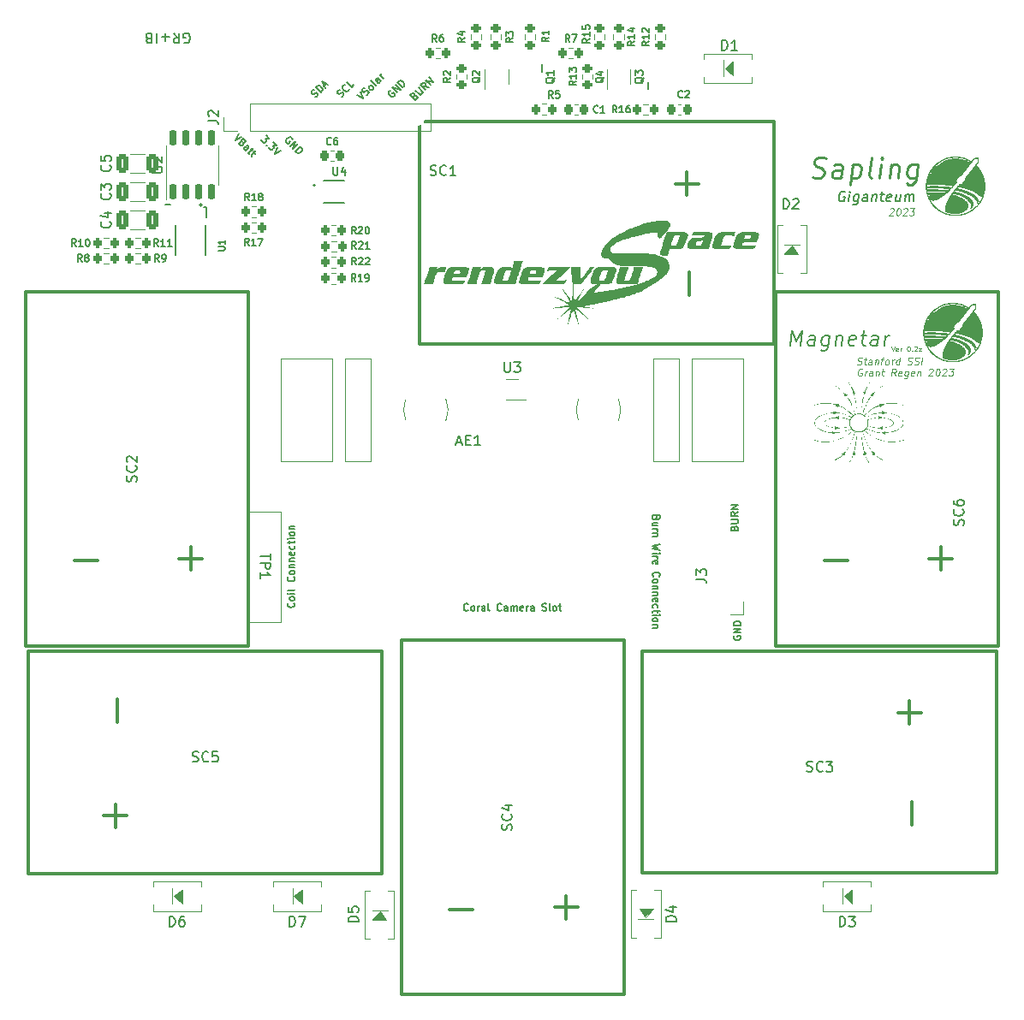
<source format=gto>
%TF.GenerationSoftware,KiCad,Pcbnew,(6.0.5)*%
%TF.CreationDate,2023-01-23T16:46:34-08:00*%
%TF.ProjectId,Z_Panels,5a5f5061-6e65-46c7-932e-6b696361645f,rev?*%
%TF.SameCoordinates,Original*%
%TF.FileFunction,Legend,Top*%
%TF.FilePolarity,Positive*%
%FSLAX46Y46*%
G04 Gerber Fmt 4.6, Leading zero omitted, Abs format (unit mm)*
G04 Created by KiCad (PCBNEW (6.0.5)) date 2023-01-23 16:46:34*
%MOMM*%
%LPD*%
G01*
G04 APERTURE LIST*
G04 Aperture macros list*
%AMRoundRect*
0 Rectangle with rounded corners*
0 $1 Rounding radius*
0 $2 $3 $4 $5 $6 $7 $8 $9 X,Y pos of 4 corners*
0 Add a 4 corners polygon primitive as box body*
4,1,4,$2,$3,$4,$5,$6,$7,$8,$9,$2,$3,0*
0 Add four circle primitives for the rounded corners*
1,1,$1+$1,$2,$3*
1,1,$1+$1,$4,$5*
1,1,$1+$1,$6,$7*
1,1,$1+$1,$8,$9*
0 Add four rect primitives between the rounded corners*
20,1,$1+$1,$2,$3,$4,$5,0*
20,1,$1+$1,$4,$5,$6,$7,0*
20,1,$1+$1,$6,$7,$8,$9,0*
20,1,$1+$1,$8,$9,$2,$3,0*%
G04 Aperture macros list end*
%ADD10C,0.150000*%
%ADD11C,0.100000*%
%ADD12C,0.200000*%
%ADD13C,0.250000*%
%ADD14C,0.180000*%
%ADD15C,0.300000*%
%ADD16C,0.127000*%
%ADD17C,0.120000*%
%ADD18C,0.010000*%
%ADD19C,3.000000*%
%ADD20C,3.800000*%
%ADD21C,2.600000*%
%ADD22R,1.700000X2.500000*%
%ADD23RoundRect,0.200000X0.200000X0.275000X-0.200000X0.275000X-0.200000X-0.275000X0.200000X-0.275000X0*%
%ADD24R,2.500000X1.700000*%
%ADD25RoundRect,0.200000X-0.200000X-0.275000X0.200000X-0.275000X0.200000X0.275000X-0.200000X0.275000X0*%
%ADD26RoundRect,0.200000X0.275000X-0.200000X0.275000X0.200000X-0.275000X0.200000X-0.275000X-0.200000X0*%
%ADD27R,1.880000X1.570000*%
%ADD28RoundRect,0.200000X-0.275000X0.200000X-0.275000X-0.200000X0.275000X-0.200000X0.275000X0.200000X0*%
%ADD29R,1.700000X1.700000*%
%ADD30O,1.700000X1.700000*%
%ADD31RoundRect,0.250000X-0.325000X-0.650000X0.325000X-0.650000X0.325000X0.650000X-0.325000X0.650000X0*%
%ADD32R,0.400000X0.600000*%
%ADD33R,0.740000X0.270000*%
%ADD34R,0.650000X1.350000*%
%ADD35R,0.400000X0.650000*%
%ADD36RoundRect,0.225000X-0.225000X-0.250000X0.225000X-0.250000X0.225000X0.250000X-0.225000X0.250000X0*%
%ADD37R,4.000000X11.000000*%
%ADD38R,4.000000X1.000000*%
%ADD39RoundRect,0.150000X0.150000X-0.650000X0.150000X0.650000X-0.150000X0.650000X-0.150000X-0.650000X0*%
%ADD40R,3.200000X2.400000*%
%ADD41R,1.000000X0.350000*%
%ADD42C,2.050000*%
%ADD43C,2.250000*%
G04 APERTURE END LIST*
D10*
X148590000Y-58674000D02*
X148844000Y-58674000D01*
X152400000Y-59944000D02*
X152400000Y-58928000D01*
X148590000Y-58674000D02*
X148336000Y-58674000D01*
X152400000Y-58928000D02*
X152146000Y-58928000D01*
X163175306Y-48045387D02*
X163269587Y-47998247D01*
X163387438Y-47880396D01*
X163411008Y-47809685D01*
X163411008Y-47762544D01*
X163387438Y-47691834D01*
X163340297Y-47644693D01*
X163269587Y-47621123D01*
X163222446Y-47621123D01*
X163151735Y-47644693D01*
X163033884Y-47715404D01*
X162963174Y-47738974D01*
X162916033Y-47738974D01*
X162845322Y-47715404D01*
X162798182Y-47668264D01*
X162774612Y-47597553D01*
X162774612Y-47550412D01*
X162798182Y-47479702D01*
X162916033Y-47361851D01*
X163010314Y-47314710D01*
X163693851Y-47573983D02*
X163198876Y-47079008D01*
X163316727Y-46961157D01*
X163411008Y-46914016D01*
X163505289Y-46914016D01*
X163576000Y-46937587D01*
X163693851Y-47008297D01*
X163764561Y-47079008D01*
X163835272Y-47196859D01*
X163858842Y-47267570D01*
X163858842Y-47361851D01*
X163811702Y-47456132D01*
X163693851Y-47573983D01*
X164023834Y-46961157D02*
X164259536Y-46725455D01*
X164118115Y-47149719D02*
X163788132Y-46489752D01*
X164448098Y-46819735D01*
X158290380Y-51830265D02*
X158596793Y-52136678D01*
X158243240Y-52160248D01*
X158313950Y-52230959D01*
X158337521Y-52301669D01*
X158337521Y-52348810D01*
X158313950Y-52419521D01*
X158196099Y-52537372D01*
X158125389Y-52560942D01*
X158078248Y-52560942D01*
X158007537Y-52537372D01*
X157866116Y-52395950D01*
X157842546Y-52325240D01*
X157842546Y-52278099D01*
X158361091Y-52796644D02*
X158361091Y-52843785D01*
X158313950Y-52843785D01*
X158313950Y-52796644D01*
X158361091Y-52796644D01*
X158313950Y-52843785D01*
X158997487Y-52537372D02*
X159303900Y-52843785D01*
X158950346Y-52867355D01*
X159021057Y-52938066D01*
X159044627Y-53008776D01*
X159044627Y-53055917D01*
X159021057Y-53126627D01*
X158903206Y-53244478D01*
X158832495Y-53268049D01*
X158785355Y-53268049D01*
X158714644Y-53244478D01*
X158573223Y-53103057D01*
X158549653Y-53032346D01*
X158549653Y-52985206D01*
X159445321Y-52985206D02*
X159115338Y-53645172D01*
X159775304Y-53315189D01*
X161032000Y-98104666D02*
X161065333Y-98138000D01*
X161098666Y-98238000D01*
X161098666Y-98304666D01*
X161065333Y-98404666D01*
X160998666Y-98471333D01*
X160932000Y-98504666D01*
X160798666Y-98538000D01*
X160698666Y-98538000D01*
X160565333Y-98504666D01*
X160498666Y-98471333D01*
X160432000Y-98404666D01*
X160398666Y-98304666D01*
X160398666Y-98238000D01*
X160432000Y-98138000D01*
X160465333Y-98104666D01*
X161098666Y-97704666D02*
X161065333Y-97771333D01*
X161032000Y-97804666D01*
X160965333Y-97838000D01*
X160765333Y-97838000D01*
X160698666Y-97804666D01*
X160665333Y-97771333D01*
X160632000Y-97704666D01*
X160632000Y-97604666D01*
X160665333Y-97538000D01*
X160698666Y-97504666D01*
X160765333Y-97471333D01*
X160965333Y-97471333D01*
X161032000Y-97504666D01*
X161065333Y-97538000D01*
X161098666Y-97604666D01*
X161098666Y-97704666D01*
X161098666Y-97171333D02*
X160632000Y-97171333D01*
X160398666Y-97171333D02*
X160432000Y-97204666D01*
X160465333Y-97171333D01*
X160432000Y-97138000D01*
X160398666Y-97171333D01*
X160465333Y-97171333D01*
X161098666Y-96738000D02*
X161065333Y-96804666D01*
X160998666Y-96838000D01*
X160398666Y-96838000D01*
X161032000Y-95538000D02*
X161065333Y-95571333D01*
X161098666Y-95671333D01*
X161098666Y-95738000D01*
X161065333Y-95838000D01*
X160998666Y-95904666D01*
X160932000Y-95938000D01*
X160798666Y-95971333D01*
X160698666Y-95971333D01*
X160565333Y-95938000D01*
X160498666Y-95904666D01*
X160432000Y-95838000D01*
X160398666Y-95738000D01*
X160398666Y-95671333D01*
X160432000Y-95571333D01*
X160465333Y-95538000D01*
X161098666Y-95138000D02*
X161065333Y-95204666D01*
X161032000Y-95238000D01*
X160965333Y-95271333D01*
X160765333Y-95271333D01*
X160698666Y-95238000D01*
X160665333Y-95204666D01*
X160632000Y-95138000D01*
X160632000Y-95038000D01*
X160665333Y-94971333D01*
X160698666Y-94938000D01*
X160765333Y-94904666D01*
X160965333Y-94904666D01*
X161032000Y-94938000D01*
X161065333Y-94971333D01*
X161098666Y-95038000D01*
X161098666Y-95138000D01*
X160632000Y-94604666D02*
X161098666Y-94604666D01*
X160698666Y-94604666D02*
X160665333Y-94571333D01*
X160632000Y-94504666D01*
X160632000Y-94404666D01*
X160665333Y-94338000D01*
X160732000Y-94304666D01*
X161098666Y-94304666D01*
X160632000Y-93971333D02*
X161098666Y-93971333D01*
X160698666Y-93971333D02*
X160665333Y-93938000D01*
X160632000Y-93871333D01*
X160632000Y-93771333D01*
X160665333Y-93704666D01*
X160732000Y-93671333D01*
X161098666Y-93671333D01*
X161065333Y-93071333D02*
X161098666Y-93138000D01*
X161098666Y-93271333D01*
X161065333Y-93338000D01*
X160998666Y-93371333D01*
X160732000Y-93371333D01*
X160665333Y-93338000D01*
X160632000Y-93271333D01*
X160632000Y-93138000D01*
X160665333Y-93071333D01*
X160732000Y-93038000D01*
X160798666Y-93038000D01*
X160865333Y-93371333D01*
X161065333Y-92438000D02*
X161098666Y-92504666D01*
X161098666Y-92638000D01*
X161065333Y-92704666D01*
X161032000Y-92738000D01*
X160965333Y-92771333D01*
X160765333Y-92771333D01*
X160698666Y-92738000D01*
X160665333Y-92704666D01*
X160632000Y-92638000D01*
X160632000Y-92504666D01*
X160665333Y-92438000D01*
X160632000Y-92238000D02*
X160632000Y-91971333D01*
X160398666Y-92138000D02*
X160998666Y-92138000D01*
X161065333Y-92104666D01*
X161098666Y-92038000D01*
X161098666Y-91971333D01*
X161098666Y-91738000D02*
X160632000Y-91738000D01*
X160398666Y-91738000D02*
X160432000Y-91771333D01*
X160465333Y-91738000D01*
X160432000Y-91704666D01*
X160398666Y-91738000D01*
X160465333Y-91738000D01*
X161098666Y-91304666D02*
X161065333Y-91371333D01*
X161032000Y-91404666D01*
X160965333Y-91438000D01*
X160765333Y-91438000D01*
X160698666Y-91404666D01*
X160665333Y-91371333D01*
X160632000Y-91304666D01*
X160632000Y-91204666D01*
X160665333Y-91138000D01*
X160698666Y-91104666D01*
X160765333Y-91071333D01*
X160965333Y-91071333D01*
X161032000Y-91104666D01*
X161065333Y-91138000D01*
X161098666Y-91204666D01*
X161098666Y-91304666D01*
X160632000Y-90771333D02*
X161098666Y-90771333D01*
X160698666Y-90771333D02*
X160665333Y-90738000D01*
X160632000Y-90671333D01*
X160632000Y-90571333D01*
X160665333Y-90504666D01*
X160732000Y-90471333D01*
X161098666Y-90471333D01*
X160906363Y-52207389D02*
X160882793Y-52136678D01*
X160812082Y-52065967D01*
X160717801Y-52018827D01*
X160623521Y-52018827D01*
X160552810Y-52042397D01*
X160434959Y-52113108D01*
X160364248Y-52183818D01*
X160293537Y-52301669D01*
X160269967Y-52372380D01*
X160269967Y-52466661D01*
X160317108Y-52560942D01*
X160364248Y-52608082D01*
X160458529Y-52655223D01*
X160505669Y-52655223D01*
X160670661Y-52490231D01*
X160576380Y-52395950D01*
X160670661Y-52914495D02*
X161165636Y-52419521D01*
X160953504Y-53197338D01*
X161448478Y-52702363D01*
X161189206Y-53433040D02*
X161684181Y-52938066D01*
X161802032Y-53055917D01*
X161849172Y-53150198D01*
X161849172Y-53244478D01*
X161825602Y-53315189D01*
X161754891Y-53433040D01*
X161684181Y-53503751D01*
X161566330Y-53574462D01*
X161495619Y-53598032D01*
X161401338Y-53598032D01*
X161307057Y-53550891D01*
X161189206Y-53433040D01*
D11*
X216766666Y-74467833D02*
X216862500Y-74501166D01*
X217029166Y-74501166D01*
X217100000Y-74467833D01*
X217137500Y-74434500D01*
X217179166Y-74367833D01*
X217187500Y-74301166D01*
X217162500Y-74234500D01*
X217133333Y-74201166D01*
X217070833Y-74167833D01*
X216941666Y-74134500D01*
X216879166Y-74101166D01*
X216850000Y-74067833D01*
X216825000Y-74001166D01*
X216833333Y-73934500D01*
X216875000Y-73867833D01*
X216912500Y-73834500D01*
X216983333Y-73801166D01*
X217150000Y-73801166D01*
X217245833Y-73834500D01*
X217420833Y-74034500D02*
X217687500Y-74034500D01*
X217550000Y-73801166D02*
X217475000Y-74401166D01*
X217500000Y-74467833D01*
X217562500Y-74501166D01*
X217629166Y-74501166D01*
X218162500Y-74501166D02*
X218208333Y-74134500D01*
X218183333Y-74067833D01*
X218120833Y-74034500D01*
X217987500Y-74034500D01*
X217916666Y-74067833D01*
X218166666Y-74467833D02*
X218095833Y-74501166D01*
X217929166Y-74501166D01*
X217866666Y-74467833D01*
X217841666Y-74401166D01*
X217850000Y-74334500D01*
X217891666Y-74267833D01*
X217962500Y-74234500D01*
X218129166Y-74234500D01*
X218200000Y-74201166D01*
X218554166Y-74034500D02*
X218495833Y-74501166D01*
X218545833Y-74101166D02*
X218583333Y-74067833D01*
X218654166Y-74034500D01*
X218754166Y-74034500D01*
X218816666Y-74067833D01*
X218841666Y-74134500D01*
X218795833Y-74501166D01*
X219087500Y-74034500D02*
X219354166Y-74034500D01*
X219129166Y-74501166D02*
X219204166Y-73901166D01*
X219245833Y-73834500D01*
X219316666Y-73801166D01*
X219383333Y-73801166D01*
X219629166Y-74501166D02*
X219566666Y-74467833D01*
X219537500Y-74434500D01*
X219512500Y-74367833D01*
X219537500Y-74167833D01*
X219579166Y-74101166D01*
X219616666Y-74067833D01*
X219687500Y-74034500D01*
X219787500Y-74034500D01*
X219850000Y-74067833D01*
X219879166Y-74101166D01*
X219904166Y-74167833D01*
X219879166Y-74367833D01*
X219837500Y-74434500D01*
X219800000Y-74467833D01*
X219729166Y-74501166D01*
X219629166Y-74501166D01*
X220162500Y-74501166D02*
X220220833Y-74034500D01*
X220204166Y-74167833D02*
X220245833Y-74101166D01*
X220283333Y-74067833D01*
X220354166Y-74034500D01*
X220420833Y-74034500D01*
X220895833Y-74501166D02*
X220983333Y-73801166D01*
X220900000Y-74467833D02*
X220829166Y-74501166D01*
X220695833Y-74501166D01*
X220633333Y-74467833D01*
X220604166Y-74434500D01*
X220579166Y-74367833D01*
X220604166Y-74167833D01*
X220645833Y-74101166D01*
X220683333Y-74067833D01*
X220754166Y-74034500D01*
X220887500Y-74034500D01*
X220950000Y-74067833D01*
X221733333Y-74467833D02*
X221829166Y-74501166D01*
X221995833Y-74501166D01*
X222066666Y-74467833D01*
X222104166Y-74434500D01*
X222145833Y-74367833D01*
X222154166Y-74301166D01*
X222129166Y-74234500D01*
X222100000Y-74201166D01*
X222037500Y-74167833D01*
X221908333Y-74134500D01*
X221845833Y-74101166D01*
X221816666Y-74067833D01*
X221791666Y-74001166D01*
X221800000Y-73934500D01*
X221841666Y-73867833D01*
X221879166Y-73834500D01*
X221950000Y-73801166D01*
X222116666Y-73801166D01*
X222212500Y-73834500D01*
X222400000Y-74467833D02*
X222495833Y-74501166D01*
X222662500Y-74501166D01*
X222733333Y-74467833D01*
X222770833Y-74434500D01*
X222812500Y-74367833D01*
X222820833Y-74301166D01*
X222795833Y-74234500D01*
X222766666Y-74201166D01*
X222704166Y-74167833D01*
X222575000Y-74134500D01*
X222512500Y-74101166D01*
X222483333Y-74067833D01*
X222458333Y-74001166D01*
X222466666Y-73934500D01*
X222508333Y-73867833D01*
X222545833Y-73834500D01*
X222616666Y-73801166D01*
X222783333Y-73801166D01*
X222879166Y-73834500D01*
X223095833Y-74501166D02*
X223183333Y-73801166D01*
X217245833Y-74961500D02*
X217183333Y-74928166D01*
X217083333Y-74928166D01*
X216979166Y-74961500D01*
X216904166Y-75028166D01*
X216862500Y-75094833D01*
X216812500Y-75228166D01*
X216800000Y-75328166D01*
X216816666Y-75461500D01*
X216841666Y-75528166D01*
X216900000Y-75594833D01*
X216995833Y-75628166D01*
X217062500Y-75628166D01*
X217166666Y-75594833D01*
X217204166Y-75561500D01*
X217233333Y-75328166D01*
X217100000Y-75328166D01*
X217495833Y-75628166D02*
X217554166Y-75161500D01*
X217537500Y-75294833D02*
X217579166Y-75228166D01*
X217616666Y-75194833D01*
X217687500Y-75161500D01*
X217754166Y-75161500D01*
X218229166Y-75628166D02*
X218275000Y-75261500D01*
X218250000Y-75194833D01*
X218187500Y-75161500D01*
X218054166Y-75161500D01*
X217983333Y-75194833D01*
X218233333Y-75594833D02*
X218162500Y-75628166D01*
X217995833Y-75628166D01*
X217933333Y-75594833D01*
X217908333Y-75528166D01*
X217916666Y-75461500D01*
X217958333Y-75394833D01*
X218029166Y-75361500D01*
X218195833Y-75361500D01*
X218266666Y-75328166D01*
X218620833Y-75161500D02*
X218562500Y-75628166D01*
X218612500Y-75228166D02*
X218650000Y-75194833D01*
X218720833Y-75161500D01*
X218820833Y-75161500D01*
X218883333Y-75194833D01*
X218908333Y-75261500D01*
X218862500Y-75628166D01*
X219154166Y-75161500D02*
X219420833Y-75161500D01*
X219283333Y-74928166D02*
X219208333Y-75528166D01*
X219233333Y-75594833D01*
X219295833Y-75628166D01*
X219362500Y-75628166D01*
X220529166Y-75628166D02*
X220337500Y-75294833D01*
X220129166Y-75628166D02*
X220216666Y-74928166D01*
X220483333Y-74928166D01*
X220545833Y-74961500D01*
X220575000Y-74994833D01*
X220600000Y-75061500D01*
X220587500Y-75161500D01*
X220545833Y-75228166D01*
X220508333Y-75261500D01*
X220437500Y-75294833D01*
X220170833Y-75294833D01*
X221100000Y-75594833D02*
X221029166Y-75628166D01*
X220895833Y-75628166D01*
X220833333Y-75594833D01*
X220808333Y-75528166D01*
X220841666Y-75261500D01*
X220883333Y-75194833D01*
X220954166Y-75161500D01*
X221087500Y-75161500D01*
X221150000Y-75194833D01*
X221175000Y-75261500D01*
X221166666Y-75328166D01*
X220825000Y-75394833D01*
X221787500Y-75161500D02*
X221716666Y-75728166D01*
X221675000Y-75794833D01*
X221637500Y-75828166D01*
X221566666Y-75861500D01*
X221466666Y-75861500D01*
X221404166Y-75828166D01*
X221733333Y-75594833D02*
X221662500Y-75628166D01*
X221529166Y-75628166D01*
X221466666Y-75594833D01*
X221437500Y-75561500D01*
X221412500Y-75494833D01*
X221437500Y-75294833D01*
X221479166Y-75228166D01*
X221516666Y-75194833D01*
X221587500Y-75161500D01*
X221720833Y-75161500D01*
X221783333Y-75194833D01*
X222333333Y-75594833D02*
X222262500Y-75628166D01*
X222129166Y-75628166D01*
X222066666Y-75594833D01*
X222041666Y-75528166D01*
X222075000Y-75261500D01*
X222116666Y-75194833D01*
X222187500Y-75161500D01*
X222320833Y-75161500D01*
X222383333Y-75194833D01*
X222408333Y-75261500D01*
X222400000Y-75328166D01*
X222058333Y-75394833D01*
X222720833Y-75161500D02*
X222662500Y-75628166D01*
X222712500Y-75228166D02*
X222750000Y-75194833D01*
X222820833Y-75161500D01*
X222920833Y-75161500D01*
X222983333Y-75194833D01*
X223008333Y-75261500D01*
X222962500Y-75628166D01*
X223875000Y-74994833D02*
X223912500Y-74961500D01*
X223983333Y-74928166D01*
X224150000Y-74928166D01*
X224212500Y-74961500D01*
X224241666Y-74994833D01*
X224266666Y-75061500D01*
X224258333Y-75128166D01*
X224212500Y-75228166D01*
X223762500Y-75628166D01*
X224195833Y-75628166D01*
X224716666Y-74928166D02*
X224783333Y-74928166D01*
X224845833Y-74961500D01*
X224875000Y-74994833D01*
X224900000Y-75061500D01*
X224916666Y-75194833D01*
X224895833Y-75361500D01*
X224845833Y-75494833D01*
X224804166Y-75561500D01*
X224766666Y-75594833D01*
X224695833Y-75628166D01*
X224629166Y-75628166D01*
X224566666Y-75594833D01*
X224537500Y-75561500D01*
X224512500Y-75494833D01*
X224495833Y-75361500D01*
X224516666Y-75194833D01*
X224566666Y-75061500D01*
X224608333Y-74994833D01*
X224645833Y-74961500D01*
X224716666Y-74928166D01*
X225208333Y-74994833D02*
X225245833Y-74961500D01*
X225316666Y-74928166D01*
X225483333Y-74928166D01*
X225545833Y-74961500D01*
X225575000Y-74994833D01*
X225600000Y-75061500D01*
X225591666Y-75128166D01*
X225545833Y-75228166D01*
X225095833Y-75628166D01*
X225529166Y-75628166D01*
X225850000Y-74928166D02*
X226283333Y-74928166D01*
X226016666Y-75194833D01*
X226116666Y-75194833D01*
X226179166Y-75228166D01*
X226208333Y-75261500D01*
X226233333Y-75328166D01*
X226212500Y-75494833D01*
X226170833Y-75561500D01*
X226133333Y-75594833D01*
X226062500Y-75628166D01*
X225862500Y-75628166D01*
X225800000Y-75594833D01*
X225770833Y-75561500D01*
D12*
X210147991Y-72626571D02*
X210335491Y-71126571D01*
X210701562Y-72198000D01*
X211335491Y-71126571D01*
X211147991Y-72626571D01*
X212505133Y-72626571D02*
X212603348Y-71840857D01*
X212549776Y-71698000D01*
X212415848Y-71626571D01*
X212130133Y-71626571D01*
X211978348Y-71698000D01*
X212514062Y-72555142D02*
X212362276Y-72626571D01*
X212005133Y-72626571D01*
X211871205Y-72555142D01*
X211817633Y-72412285D01*
X211835491Y-72269428D01*
X211924776Y-72126571D01*
X212076562Y-72055142D01*
X212433705Y-72055142D01*
X212585491Y-71983714D01*
X213987276Y-71626571D02*
X213835491Y-72840857D01*
X213746205Y-72983714D01*
X213665848Y-73055142D01*
X213514062Y-73126571D01*
X213299776Y-73126571D01*
X213165848Y-73055142D01*
X213871205Y-72555142D02*
X213719419Y-72626571D01*
X213433705Y-72626571D01*
X213299776Y-72555142D01*
X213237276Y-72483714D01*
X213183705Y-72340857D01*
X213237276Y-71912285D01*
X213326562Y-71769428D01*
X213406919Y-71698000D01*
X213558705Y-71626571D01*
X213844419Y-71626571D01*
X213978348Y-71698000D01*
X214701562Y-71626571D02*
X214576562Y-72626571D01*
X214683705Y-71769428D02*
X214764062Y-71698000D01*
X214915848Y-71626571D01*
X215130133Y-71626571D01*
X215264062Y-71698000D01*
X215317633Y-71840857D01*
X215219419Y-72626571D01*
X216514062Y-72555142D02*
X216362276Y-72626571D01*
X216076562Y-72626571D01*
X215942633Y-72555142D01*
X215889062Y-72412285D01*
X215960491Y-71840857D01*
X216049776Y-71698000D01*
X216201562Y-71626571D01*
X216487276Y-71626571D01*
X216621205Y-71698000D01*
X216674776Y-71840857D01*
X216656919Y-71983714D01*
X215924776Y-72126571D01*
X217130133Y-71626571D02*
X217701562Y-71626571D01*
X217406919Y-71126571D02*
X217246205Y-72412285D01*
X217299776Y-72555142D01*
X217433705Y-72626571D01*
X217576562Y-72626571D01*
X218719419Y-72626571D02*
X218817633Y-71840857D01*
X218764062Y-71698000D01*
X218630133Y-71626571D01*
X218344419Y-71626571D01*
X218192633Y-71698000D01*
X218728348Y-72555142D02*
X218576562Y-72626571D01*
X218219419Y-72626571D01*
X218085491Y-72555142D01*
X218031919Y-72412285D01*
X218049776Y-72269428D01*
X218139062Y-72126571D01*
X218290848Y-72055142D01*
X218647991Y-72055142D01*
X218799776Y-71983714D01*
X219433705Y-72626571D02*
X219558705Y-71626571D01*
X219522991Y-71912285D02*
X219612276Y-71769428D01*
X219692633Y-71698000D01*
X219844419Y-71626571D01*
X219987276Y-71626571D01*
D10*
X172969967Y-47939321D02*
X173064248Y-47892181D01*
X173111389Y-47892181D01*
X173182099Y-47915751D01*
X173252810Y-47986462D01*
X173276380Y-48057172D01*
X173276380Y-48104313D01*
X173252810Y-48175023D01*
X173064248Y-48363585D01*
X172569273Y-47868610D01*
X172734265Y-47703619D01*
X172804976Y-47680049D01*
X172852116Y-47680049D01*
X172922827Y-47703619D01*
X172969967Y-47750759D01*
X172993537Y-47821470D01*
X172993537Y-47868610D01*
X172969967Y-47939321D01*
X172804976Y-48104313D01*
X173064248Y-47373636D02*
X173464942Y-47774330D01*
X173535653Y-47797900D01*
X173582793Y-47797900D01*
X173653504Y-47774330D01*
X173747785Y-47680049D01*
X173771355Y-47609338D01*
X173771355Y-47562198D01*
X173747785Y-47491487D01*
X173347091Y-47090793D01*
X174360610Y-47067223D02*
X173959917Y-46996512D01*
X174077768Y-47350066D02*
X173582793Y-46855091D01*
X173771355Y-46666529D01*
X173842066Y-46642959D01*
X173889206Y-46642959D01*
X173959917Y-46666529D01*
X174030627Y-46737240D01*
X174054198Y-46807950D01*
X174054198Y-46855091D01*
X174030627Y-46925801D01*
X173842066Y-47114363D01*
X174572743Y-46855091D02*
X174077768Y-46360116D01*
X174855585Y-46572248D01*
X174360610Y-46077273D01*
D11*
X219991666Y-59119333D02*
X220029166Y-59086000D01*
X220100000Y-59052666D01*
X220266666Y-59052666D01*
X220329166Y-59086000D01*
X220358333Y-59119333D01*
X220383333Y-59186000D01*
X220375000Y-59252666D01*
X220329166Y-59352666D01*
X219879166Y-59752666D01*
X220312500Y-59752666D01*
X220833333Y-59052666D02*
X220900000Y-59052666D01*
X220962500Y-59086000D01*
X220991666Y-59119333D01*
X221016666Y-59186000D01*
X221033333Y-59319333D01*
X221012500Y-59486000D01*
X220962500Y-59619333D01*
X220920833Y-59686000D01*
X220883333Y-59719333D01*
X220812500Y-59752666D01*
X220745833Y-59752666D01*
X220683333Y-59719333D01*
X220654166Y-59686000D01*
X220629166Y-59619333D01*
X220612500Y-59486000D01*
X220633333Y-59319333D01*
X220683333Y-59186000D01*
X220725000Y-59119333D01*
X220762500Y-59086000D01*
X220833333Y-59052666D01*
X221325000Y-59119333D02*
X221362500Y-59086000D01*
X221433333Y-59052666D01*
X221600000Y-59052666D01*
X221662500Y-59086000D01*
X221691666Y-59119333D01*
X221716666Y-59186000D01*
X221708333Y-59252666D01*
X221662500Y-59352666D01*
X221212500Y-59752666D01*
X221645833Y-59752666D01*
X221966666Y-59052666D02*
X222400000Y-59052666D01*
X222133333Y-59319333D01*
X222233333Y-59319333D01*
X222295833Y-59352666D01*
X222325000Y-59386000D01*
X222350000Y-59452666D01*
X222329166Y-59619333D01*
X222287500Y-59686000D01*
X222250000Y-59719333D01*
X222179166Y-59752666D01*
X221979166Y-59752666D01*
X221916666Y-59719333D01*
X221887500Y-59686000D01*
D10*
X170571389Y-47373636D02*
X170500678Y-47397206D01*
X170429967Y-47467917D01*
X170382827Y-47562198D01*
X170382827Y-47656478D01*
X170406397Y-47727189D01*
X170477108Y-47845040D01*
X170547818Y-47915751D01*
X170665669Y-47986462D01*
X170736380Y-48010032D01*
X170830661Y-48010032D01*
X170924942Y-47962891D01*
X170972082Y-47915751D01*
X171019223Y-47821470D01*
X171019223Y-47774330D01*
X170854231Y-47609338D01*
X170759950Y-47703619D01*
X171278495Y-47609338D02*
X170783521Y-47114363D01*
X171561338Y-47326495D01*
X171066363Y-46831521D01*
X171797040Y-47090793D02*
X171302066Y-46595818D01*
X171419917Y-46477967D01*
X171514198Y-46430827D01*
X171608478Y-46430827D01*
X171679189Y-46454397D01*
X171797040Y-46525108D01*
X171867751Y-46595818D01*
X171938462Y-46713669D01*
X171962032Y-46784380D01*
X171962032Y-46878661D01*
X171914891Y-46972942D01*
X171797040Y-47090793D01*
X165727091Y-48033602D02*
X165821372Y-47986462D01*
X165939223Y-47868610D01*
X165962793Y-47797900D01*
X165962793Y-47750759D01*
X165939223Y-47680049D01*
X165892082Y-47632908D01*
X165821372Y-47609338D01*
X165774231Y-47609338D01*
X165703521Y-47632908D01*
X165585669Y-47703619D01*
X165514959Y-47727189D01*
X165467818Y-47727189D01*
X165397108Y-47703619D01*
X165349967Y-47656478D01*
X165326397Y-47585768D01*
X165326397Y-47538627D01*
X165349967Y-47467917D01*
X165467818Y-47350066D01*
X165562099Y-47302925D01*
X166481338Y-47232214D02*
X166481338Y-47279355D01*
X166434198Y-47373636D01*
X166387057Y-47420776D01*
X166292776Y-47467917D01*
X166198495Y-47467917D01*
X166127785Y-47444346D01*
X166009933Y-47373636D01*
X165939223Y-47302925D01*
X165868512Y-47185074D01*
X165844942Y-47114363D01*
X165844942Y-47020082D01*
X165892082Y-46925801D01*
X165939223Y-46878661D01*
X166033504Y-46831521D01*
X166080644Y-46831521D01*
X166976313Y-46831521D02*
X166740610Y-47067223D01*
X166245636Y-46572248D01*
X196900000Y-89679333D02*
X196866666Y-89779333D01*
X196833333Y-89812666D01*
X196766666Y-89846000D01*
X196666666Y-89846000D01*
X196600000Y-89812666D01*
X196566666Y-89779333D01*
X196533333Y-89712666D01*
X196533333Y-89446000D01*
X197233333Y-89446000D01*
X197233333Y-89679333D01*
X197200000Y-89746000D01*
X197166666Y-89779333D01*
X197100000Y-89812666D01*
X197033333Y-89812666D01*
X196966666Y-89779333D01*
X196933333Y-89746000D01*
X196900000Y-89679333D01*
X196900000Y-89446000D01*
X197000000Y-90446000D02*
X196533333Y-90446000D01*
X197000000Y-90146000D02*
X196633333Y-90146000D01*
X196566666Y-90179333D01*
X196533333Y-90246000D01*
X196533333Y-90346000D01*
X196566666Y-90412666D01*
X196600000Y-90446000D01*
X196533333Y-90779333D02*
X197000000Y-90779333D01*
X196866666Y-90779333D02*
X196933333Y-90812666D01*
X196966666Y-90846000D01*
X197000000Y-90912666D01*
X197000000Y-90979333D01*
X197000000Y-91212666D02*
X196533333Y-91212666D01*
X196933333Y-91212666D02*
X196966666Y-91246000D01*
X197000000Y-91312666D01*
X197000000Y-91412666D01*
X196966666Y-91479333D01*
X196900000Y-91512666D01*
X196533333Y-91512666D01*
X197233333Y-92312666D02*
X196533333Y-92479333D01*
X197033333Y-92612666D01*
X196533333Y-92746000D01*
X197233333Y-92912666D01*
X196533333Y-93179333D02*
X197000000Y-93179333D01*
X197233333Y-93179333D02*
X197200000Y-93146000D01*
X197166666Y-93179333D01*
X197200000Y-93212666D01*
X197233333Y-93179333D01*
X197166666Y-93179333D01*
X196533333Y-93512666D02*
X197000000Y-93512666D01*
X196866666Y-93512666D02*
X196933333Y-93546000D01*
X196966666Y-93579333D01*
X197000000Y-93646000D01*
X197000000Y-93712666D01*
X196566666Y-94212666D02*
X196533333Y-94146000D01*
X196533333Y-94012666D01*
X196566666Y-93946000D01*
X196633333Y-93912666D01*
X196900000Y-93912666D01*
X196966666Y-93946000D01*
X197000000Y-94012666D01*
X197000000Y-94146000D01*
X196966666Y-94212666D01*
X196900000Y-94246000D01*
X196833333Y-94246000D01*
X196766666Y-93912666D01*
X196600000Y-95479333D02*
X196566666Y-95446000D01*
X196533333Y-95346000D01*
X196533333Y-95279333D01*
X196566666Y-95179333D01*
X196633333Y-95112666D01*
X196700000Y-95079333D01*
X196833333Y-95046000D01*
X196933333Y-95046000D01*
X197066666Y-95079333D01*
X197133333Y-95112666D01*
X197200000Y-95179333D01*
X197233333Y-95279333D01*
X197233333Y-95346000D01*
X197200000Y-95446000D01*
X197166666Y-95479333D01*
X196533333Y-95879333D02*
X196566666Y-95812666D01*
X196600000Y-95779333D01*
X196666666Y-95746000D01*
X196866666Y-95746000D01*
X196933333Y-95779333D01*
X196966666Y-95812666D01*
X197000000Y-95879333D01*
X197000000Y-95979333D01*
X196966666Y-96046000D01*
X196933333Y-96079333D01*
X196866666Y-96112666D01*
X196666666Y-96112666D01*
X196600000Y-96079333D01*
X196566666Y-96046000D01*
X196533333Y-95979333D01*
X196533333Y-95879333D01*
X197000000Y-96412666D02*
X196533333Y-96412666D01*
X196933333Y-96412666D02*
X196966666Y-96446000D01*
X197000000Y-96512666D01*
X197000000Y-96612666D01*
X196966666Y-96679333D01*
X196900000Y-96712666D01*
X196533333Y-96712666D01*
X197000000Y-97046000D02*
X196533333Y-97046000D01*
X196933333Y-97046000D02*
X196966666Y-97079333D01*
X197000000Y-97146000D01*
X197000000Y-97246000D01*
X196966666Y-97312666D01*
X196900000Y-97346000D01*
X196533333Y-97346000D01*
X196566666Y-97946000D02*
X196533333Y-97879333D01*
X196533333Y-97746000D01*
X196566666Y-97679333D01*
X196633333Y-97646000D01*
X196900000Y-97646000D01*
X196966666Y-97679333D01*
X197000000Y-97746000D01*
X197000000Y-97879333D01*
X196966666Y-97946000D01*
X196900000Y-97979333D01*
X196833333Y-97979333D01*
X196766666Y-97646000D01*
X196566666Y-98579333D02*
X196533333Y-98512666D01*
X196533333Y-98379333D01*
X196566666Y-98312666D01*
X196600000Y-98279333D01*
X196666666Y-98246000D01*
X196866666Y-98246000D01*
X196933333Y-98279333D01*
X196966666Y-98312666D01*
X197000000Y-98379333D01*
X197000000Y-98512666D01*
X196966666Y-98579333D01*
X197000000Y-98779333D02*
X197000000Y-99046000D01*
X197233333Y-98879333D02*
X196633333Y-98879333D01*
X196566666Y-98912666D01*
X196533333Y-98979333D01*
X196533333Y-99046000D01*
X196533333Y-99279333D02*
X197000000Y-99279333D01*
X197233333Y-99279333D02*
X197200000Y-99246000D01*
X197166666Y-99279333D01*
X197200000Y-99312666D01*
X197233333Y-99279333D01*
X197166666Y-99279333D01*
X196533333Y-99712666D02*
X196566666Y-99646000D01*
X196600000Y-99612666D01*
X196666666Y-99579333D01*
X196866666Y-99579333D01*
X196933333Y-99612666D01*
X196966666Y-99646000D01*
X197000000Y-99712666D01*
X197000000Y-99812666D01*
X196966666Y-99879333D01*
X196933333Y-99912666D01*
X196866666Y-99946000D01*
X196666666Y-99946000D01*
X196600000Y-99912666D01*
X196566666Y-99879333D01*
X196533333Y-99812666D01*
X196533333Y-99712666D01*
X197000000Y-100246000D02*
X196533333Y-100246000D01*
X196933333Y-100246000D02*
X196966666Y-100279333D01*
X197000000Y-100346000D01*
X197000000Y-100446000D01*
X196966666Y-100512666D01*
X196900000Y-100546000D01*
X196533333Y-100546000D01*
X167253571Y-47850313D02*
X167913537Y-48180296D01*
X167583554Y-47520330D01*
X168196380Y-47850313D02*
X168290661Y-47803172D01*
X168408512Y-47685321D01*
X168432082Y-47614610D01*
X168432082Y-47567470D01*
X168408512Y-47496759D01*
X168361372Y-47449619D01*
X168290661Y-47426049D01*
X168243521Y-47426049D01*
X168172810Y-47449619D01*
X168054959Y-47520330D01*
X167984248Y-47543900D01*
X167937108Y-47543900D01*
X167866397Y-47520330D01*
X167819256Y-47473189D01*
X167795686Y-47402478D01*
X167795686Y-47355338D01*
X167819256Y-47284627D01*
X167937108Y-47166776D01*
X168031389Y-47119636D01*
X168785636Y-47308198D02*
X168714925Y-47331768D01*
X168667785Y-47331768D01*
X168597074Y-47308198D01*
X168455653Y-47166776D01*
X168432082Y-47096066D01*
X168432082Y-47048925D01*
X168455653Y-46978214D01*
X168526363Y-46907504D01*
X168597074Y-46883933D01*
X168644214Y-46883933D01*
X168714925Y-46907504D01*
X168856346Y-47048925D01*
X168879917Y-47119636D01*
X168879917Y-47166776D01*
X168856346Y-47237487D01*
X168785636Y-47308198D01*
X169233470Y-46860363D02*
X169162759Y-46883933D01*
X169092049Y-46860363D01*
X168667785Y-46436099D01*
X169634164Y-46459669D02*
X169374891Y-46200397D01*
X169304181Y-46176827D01*
X169233470Y-46200397D01*
X169139189Y-46294678D01*
X169115619Y-46365389D01*
X169610594Y-46436099D02*
X169587023Y-46506810D01*
X169469172Y-46624661D01*
X169398462Y-46648231D01*
X169327751Y-46624661D01*
X169280610Y-46577521D01*
X169257040Y-46506810D01*
X169280610Y-46436099D01*
X169398462Y-46318248D01*
X169422032Y-46247537D01*
X169869866Y-46223967D02*
X169539883Y-45893984D01*
X169634164Y-45988265D02*
X169610594Y-45917554D01*
X169610594Y-45870414D01*
X169634164Y-45799703D01*
X169681304Y-45752563D01*
D13*
X212310083Y-55927523D02*
X212583892Y-56022761D01*
X213060083Y-56022761D01*
X213262464Y-55927523D01*
X213369607Y-55832285D01*
X213488654Y-55641809D01*
X213512464Y-55451333D01*
X213441035Y-55260857D01*
X213357702Y-55165619D01*
X213179130Y-55070380D01*
X212810083Y-54975142D01*
X212631511Y-54879904D01*
X212548178Y-54784666D01*
X212476750Y-54594190D01*
X212500559Y-54403714D01*
X212619607Y-54213238D01*
X212726750Y-54118000D01*
X212929130Y-54022761D01*
X213405321Y-54022761D01*
X213679130Y-54118000D01*
X215155321Y-56022761D02*
X215286273Y-54975142D01*
X215214845Y-54784666D01*
X215036273Y-54689428D01*
X214655321Y-54689428D01*
X214452940Y-54784666D01*
X215167226Y-55927523D02*
X214964845Y-56022761D01*
X214488654Y-56022761D01*
X214310083Y-55927523D01*
X214238654Y-55737047D01*
X214262464Y-55546571D01*
X214381511Y-55356095D01*
X214583892Y-55260857D01*
X215060083Y-55260857D01*
X215262464Y-55165619D01*
X216274369Y-54689428D02*
X216024369Y-56689428D01*
X216262464Y-54784666D02*
X216464845Y-54689428D01*
X216845797Y-54689428D01*
X217024369Y-54784666D01*
X217107702Y-54879904D01*
X217179130Y-55070380D01*
X217107702Y-55641809D01*
X216988654Y-55832285D01*
X216881511Y-55927523D01*
X216679130Y-56022761D01*
X216298178Y-56022761D01*
X216119607Y-55927523D01*
X218202940Y-56022761D02*
X218024369Y-55927523D01*
X217952940Y-55737047D01*
X218167226Y-54022761D01*
X218964845Y-56022761D02*
X219131511Y-54689428D01*
X219214845Y-54022761D02*
X219107702Y-54118000D01*
X219191035Y-54213238D01*
X219298178Y-54118000D01*
X219214845Y-54022761D01*
X219191035Y-54213238D01*
X220083892Y-54689428D02*
X219917226Y-56022761D01*
X220060083Y-54879904D02*
X220167226Y-54784666D01*
X220369607Y-54689428D01*
X220655321Y-54689428D01*
X220833892Y-54784666D01*
X220905321Y-54975142D01*
X220774369Y-56022761D01*
X222750559Y-54689428D02*
X222548178Y-56308476D01*
X222429130Y-56498952D01*
X222321988Y-56594190D01*
X222119607Y-56689428D01*
X221833892Y-56689428D01*
X221655321Y-56594190D01*
X222595797Y-55927523D02*
X222393416Y-56022761D01*
X222012464Y-56022761D01*
X221833892Y-55927523D01*
X221750559Y-55832285D01*
X221679130Y-55641809D01*
X221750559Y-55070380D01*
X221869607Y-54879904D01*
X221976750Y-54784666D01*
X222179130Y-54689428D01*
X222560083Y-54689428D01*
X222738654Y-54784666D01*
D10*
X150185238Y-42664000D02*
X150280476Y-42711619D01*
X150423333Y-42711619D01*
X150566190Y-42664000D01*
X150661428Y-42568761D01*
X150709047Y-42473523D01*
X150756666Y-42283047D01*
X150756666Y-42140190D01*
X150709047Y-41949714D01*
X150661428Y-41854476D01*
X150566190Y-41759238D01*
X150423333Y-41711619D01*
X150328095Y-41711619D01*
X150185238Y-41759238D01*
X150137619Y-41806857D01*
X150137619Y-42140190D01*
X150328095Y-42140190D01*
X149137619Y-41711619D02*
X149470952Y-42187809D01*
X149709047Y-41711619D02*
X149709047Y-42711619D01*
X149328095Y-42711619D01*
X149232857Y-42664000D01*
X149185238Y-42616380D01*
X149137619Y-42521142D01*
X149137619Y-42378285D01*
X149185238Y-42283047D01*
X149232857Y-42235428D01*
X149328095Y-42187809D01*
X149709047Y-42187809D01*
X148709047Y-42092571D02*
X147947142Y-42092571D01*
X148328095Y-41711619D02*
X148328095Y-42473523D01*
X147470952Y-41711619D02*
X147470952Y-42711619D01*
X146661428Y-42235428D02*
X146518571Y-42187809D01*
X146470952Y-42140190D01*
X146423333Y-42044952D01*
X146423333Y-41902095D01*
X146470952Y-41806857D01*
X146518571Y-41759238D01*
X146613809Y-41711619D01*
X146994761Y-41711619D01*
X146994761Y-42711619D01*
X146661428Y-42711619D01*
X146566190Y-42664000D01*
X146518571Y-42616380D01*
X146470952Y-42521142D01*
X146470952Y-42425904D01*
X146518571Y-42330666D01*
X146566190Y-42283047D01*
X146661428Y-42235428D01*
X146994761Y-42235428D01*
X155561818Y-51641703D02*
X155231835Y-52301669D01*
X155891801Y-51971686D01*
X155986082Y-52537372D02*
X156033223Y-52631653D01*
X156033223Y-52678793D01*
X156009653Y-52749504D01*
X155938942Y-52820214D01*
X155868231Y-52843785D01*
X155821091Y-52843785D01*
X155750380Y-52820214D01*
X155561818Y-52631653D01*
X156056793Y-52136678D01*
X156221785Y-52301669D01*
X156245355Y-52372380D01*
X156245355Y-52419521D01*
X156221785Y-52490231D01*
X156174644Y-52537372D01*
X156103933Y-52560942D01*
X156056793Y-52560942D01*
X155986082Y-52537372D01*
X155821091Y-52372380D01*
X156268925Y-53338759D02*
X156528198Y-53079487D01*
X156551768Y-53008776D01*
X156528198Y-52938066D01*
X156433917Y-52843785D01*
X156363206Y-52820214D01*
X156292495Y-53315189D02*
X156221785Y-53291619D01*
X156103933Y-53173768D01*
X156080363Y-53103057D01*
X156103933Y-53032346D01*
X156151074Y-52985206D01*
X156221785Y-52961636D01*
X156292495Y-52985206D01*
X156410346Y-53103057D01*
X156481057Y-53126627D01*
X156763900Y-53173768D02*
X156952462Y-53362330D01*
X156999602Y-53079487D02*
X156575338Y-53503751D01*
X156551768Y-53574462D01*
X156575338Y-53645172D01*
X156622478Y-53692313D01*
X157046743Y-53456610D02*
X157235304Y-53645172D01*
X157282445Y-53362330D02*
X156858181Y-53786594D01*
X156834610Y-53857304D01*
X156858181Y-53928015D01*
X156905321Y-53975155D01*
X178276000Y-98802000D02*
X178242666Y-98835333D01*
X178142666Y-98868666D01*
X178076000Y-98868666D01*
X177976000Y-98835333D01*
X177909333Y-98768666D01*
X177876000Y-98702000D01*
X177842666Y-98568666D01*
X177842666Y-98468666D01*
X177876000Y-98335333D01*
X177909333Y-98268666D01*
X177976000Y-98202000D01*
X178076000Y-98168666D01*
X178142666Y-98168666D01*
X178242666Y-98202000D01*
X178276000Y-98235333D01*
X178676000Y-98868666D02*
X178609333Y-98835333D01*
X178576000Y-98802000D01*
X178542666Y-98735333D01*
X178542666Y-98535333D01*
X178576000Y-98468666D01*
X178609333Y-98435333D01*
X178676000Y-98402000D01*
X178776000Y-98402000D01*
X178842666Y-98435333D01*
X178876000Y-98468666D01*
X178909333Y-98535333D01*
X178909333Y-98735333D01*
X178876000Y-98802000D01*
X178842666Y-98835333D01*
X178776000Y-98868666D01*
X178676000Y-98868666D01*
X179209333Y-98868666D02*
X179209333Y-98402000D01*
X179209333Y-98535333D02*
X179242666Y-98468666D01*
X179276000Y-98435333D01*
X179342666Y-98402000D01*
X179409333Y-98402000D01*
X179942666Y-98868666D02*
X179942666Y-98502000D01*
X179909333Y-98435333D01*
X179842666Y-98402000D01*
X179709333Y-98402000D01*
X179642666Y-98435333D01*
X179942666Y-98835333D02*
X179876000Y-98868666D01*
X179709333Y-98868666D01*
X179642666Y-98835333D01*
X179609333Y-98768666D01*
X179609333Y-98702000D01*
X179642666Y-98635333D01*
X179709333Y-98602000D01*
X179876000Y-98602000D01*
X179942666Y-98568666D01*
X180376000Y-98868666D02*
X180309333Y-98835333D01*
X180276000Y-98768666D01*
X180276000Y-98168666D01*
X181576000Y-98802000D02*
X181542666Y-98835333D01*
X181442666Y-98868666D01*
X181376000Y-98868666D01*
X181276000Y-98835333D01*
X181209333Y-98768666D01*
X181176000Y-98702000D01*
X181142666Y-98568666D01*
X181142666Y-98468666D01*
X181176000Y-98335333D01*
X181209333Y-98268666D01*
X181276000Y-98202000D01*
X181376000Y-98168666D01*
X181442666Y-98168666D01*
X181542666Y-98202000D01*
X181576000Y-98235333D01*
X182176000Y-98868666D02*
X182176000Y-98502000D01*
X182142666Y-98435333D01*
X182076000Y-98402000D01*
X181942666Y-98402000D01*
X181876000Y-98435333D01*
X182176000Y-98835333D02*
X182109333Y-98868666D01*
X181942666Y-98868666D01*
X181876000Y-98835333D01*
X181842666Y-98768666D01*
X181842666Y-98702000D01*
X181876000Y-98635333D01*
X181942666Y-98602000D01*
X182109333Y-98602000D01*
X182176000Y-98568666D01*
X182509333Y-98868666D02*
X182509333Y-98402000D01*
X182509333Y-98468666D02*
X182542666Y-98435333D01*
X182609333Y-98402000D01*
X182709333Y-98402000D01*
X182776000Y-98435333D01*
X182809333Y-98502000D01*
X182809333Y-98868666D01*
X182809333Y-98502000D02*
X182842666Y-98435333D01*
X182909333Y-98402000D01*
X183009333Y-98402000D01*
X183076000Y-98435333D01*
X183109333Y-98502000D01*
X183109333Y-98868666D01*
X183709333Y-98835333D02*
X183642666Y-98868666D01*
X183509333Y-98868666D01*
X183442666Y-98835333D01*
X183409333Y-98768666D01*
X183409333Y-98502000D01*
X183442666Y-98435333D01*
X183509333Y-98402000D01*
X183642666Y-98402000D01*
X183709333Y-98435333D01*
X183742666Y-98502000D01*
X183742666Y-98568666D01*
X183409333Y-98635333D01*
X184042666Y-98868666D02*
X184042666Y-98402000D01*
X184042666Y-98535333D02*
X184076000Y-98468666D01*
X184109333Y-98435333D01*
X184176000Y-98402000D01*
X184242666Y-98402000D01*
X184776000Y-98868666D02*
X184776000Y-98502000D01*
X184742666Y-98435333D01*
X184676000Y-98402000D01*
X184542666Y-98402000D01*
X184476000Y-98435333D01*
X184776000Y-98835333D02*
X184709333Y-98868666D01*
X184542666Y-98868666D01*
X184476000Y-98835333D01*
X184442666Y-98768666D01*
X184442666Y-98702000D01*
X184476000Y-98635333D01*
X184542666Y-98602000D01*
X184709333Y-98602000D01*
X184776000Y-98568666D01*
X185609333Y-98835333D02*
X185709333Y-98868666D01*
X185876000Y-98868666D01*
X185942666Y-98835333D01*
X185976000Y-98802000D01*
X186009333Y-98735333D01*
X186009333Y-98668666D01*
X185976000Y-98602000D01*
X185942666Y-98568666D01*
X185876000Y-98535333D01*
X185742666Y-98502000D01*
X185676000Y-98468666D01*
X185642666Y-98435333D01*
X185609333Y-98368666D01*
X185609333Y-98302000D01*
X185642666Y-98235333D01*
X185676000Y-98202000D01*
X185742666Y-98168666D01*
X185909333Y-98168666D01*
X186009333Y-98202000D01*
X186409333Y-98868666D02*
X186342666Y-98835333D01*
X186309333Y-98768666D01*
X186309333Y-98168666D01*
X186776000Y-98868666D02*
X186709333Y-98835333D01*
X186676000Y-98802000D01*
X186642666Y-98735333D01*
X186642666Y-98535333D01*
X186676000Y-98468666D01*
X186709333Y-98435333D01*
X186776000Y-98402000D01*
X186876000Y-98402000D01*
X186942666Y-98435333D01*
X186976000Y-98468666D01*
X187009333Y-98535333D01*
X187009333Y-98735333D01*
X186976000Y-98802000D01*
X186942666Y-98835333D01*
X186876000Y-98868666D01*
X186776000Y-98868666D01*
X187209333Y-98402000D02*
X187476000Y-98402000D01*
X187309333Y-98168666D02*
X187309333Y-98768666D01*
X187342666Y-98835333D01*
X187409333Y-98868666D01*
X187476000Y-98868666D01*
D14*
X215551708Y-57412000D02*
X215462422Y-57364380D01*
X215319565Y-57364380D01*
X215170755Y-57412000D01*
X215063613Y-57507238D01*
X215004089Y-57602476D01*
X214932660Y-57792952D01*
X214914803Y-57935809D01*
X214938613Y-58126285D01*
X214974327Y-58221523D01*
X215057660Y-58316761D01*
X215194565Y-58364380D01*
X215289803Y-58364380D01*
X215438613Y-58316761D01*
X215492184Y-58269142D01*
X215533851Y-57935809D01*
X215343375Y-57935809D01*
X215908851Y-58364380D02*
X215992184Y-57697714D01*
X216033851Y-57364380D02*
X215980279Y-57412000D01*
X216021946Y-57459619D01*
X216075517Y-57412000D01*
X216033851Y-57364380D01*
X216021946Y-57459619D01*
X216896946Y-57697714D02*
X216795755Y-58507238D01*
X216736232Y-58602476D01*
X216682660Y-58650095D01*
X216581470Y-58697714D01*
X216438613Y-58697714D01*
X216349327Y-58650095D01*
X216819565Y-58316761D02*
X216718375Y-58364380D01*
X216527898Y-58364380D01*
X216438613Y-58316761D01*
X216396946Y-58269142D01*
X216361232Y-58173904D01*
X216396946Y-57888190D01*
X216456470Y-57792952D01*
X216510041Y-57745333D01*
X216611232Y-57697714D01*
X216801708Y-57697714D01*
X216890994Y-57745333D01*
X217718375Y-58364380D02*
X217783851Y-57840571D01*
X217748136Y-57745333D01*
X217658851Y-57697714D01*
X217468375Y-57697714D01*
X217367184Y-57745333D01*
X217724327Y-58316761D02*
X217623136Y-58364380D01*
X217385041Y-58364380D01*
X217295755Y-58316761D01*
X217260041Y-58221523D01*
X217271946Y-58126285D01*
X217331470Y-58031047D01*
X217432660Y-57983428D01*
X217670755Y-57983428D01*
X217771946Y-57935809D01*
X218277898Y-57697714D02*
X218194565Y-58364380D01*
X218265994Y-57792952D02*
X218319565Y-57745333D01*
X218420755Y-57697714D01*
X218563613Y-57697714D01*
X218652898Y-57745333D01*
X218688613Y-57840571D01*
X218623136Y-58364380D01*
X219039803Y-57697714D02*
X219420755Y-57697714D01*
X219224327Y-57364380D02*
X219117184Y-58221523D01*
X219152898Y-58316761D01*
X219242184Y-58364380D01*
X219337422Y-58364380D01*
X220057660Y-58316761D02*
X219956470Y-58364380D01*
X219765994Y-58364380D01*
X219676708Y-58316761D01*
X219640994Y-58221523D01*
X219688613Y-57840571D01*
X219748136Y-57745333D01*
X219849327Y-57697714D01*
X220039803Y-57697714D01*
X220129089Y-57745333D01*
X220164803Y-57840571D01*
X220152898Y-57935809D01*
X219664803Y-58031047D01*
X221039803Y-57697714D02*
X220956470Y-58364380D01*
X220611232Y-57697714D02*
X220545755Y-58221523D01*
X220581470Y-58316761D01*
X220670755Y-58364380D01*
X220813613Y-58364380D01*
X220914803Y-58316761D01*
X220968375Y-58269142D01*
X221432660Y-58364380D02*
X221515994Y-57697714D01*
X221504089Y-57792952D02*
X221557660Y-57745333D01*
X221658851Y-57697714D01*
X221801708Y-57697714D01*
X221890994Y-57745333D01*
X221926708Y-57840571D01*
X221861232Y-58364380D01*
X221926708Y-57840571D02*
X221986232Y-57745333D01*
X222087422Y-57697714D01*
X222230279Y-57697714D01*
X222319565Y-57745333D01*
X222355279Y-57840571D01*
X222289803Y-58364380D01*
D11*
X220086190Y-72694190D02*
X220252857Y-73194190D01*
X220419523Y-72694190D01*
X220776666Y-73170380D02*
X220729047Y-73194190D01*
X220633809Y-73194190D01*
X220586190Y-73170380D01*
X220562380Y-73122761D01*
X220562380Y-72932285D01*
X220586190Y-72884666D01*
X220633809Y-72860857D01*
X220729047Y-72860857D01*
X220776666Y-72884666D01*
X220800476Y-72932285D01*
X220800476Y-72979904D01*
X220562380Y-73027523D01*
X221014761Y-73194190D02*
X221014761Y-72860857D01*
X221014761Y-72956095D02*
X221038571Y-72908476D01*
X221062380Y-72884666D01*
X221110000Y-72860857D01*
X221157619Y-72860857D01*
X221800476Y-72694190D02*
X221848095Y-72694190D01*
X221895714Y-72718000D01*
X221919523Y-72741809D01*
X221943333Y-72789428D01*
X221967142Y-72884666D01*
X221967142Y-73003714D01*
X221943333Y-73098952D01*
X221919523Y-73146571D01*
X221895714Y-73170380D01*
X221848095Y-73194190D01*
X221800476Y-73194190D01*
X221752857Y-73170380D01*
X221729047Y-73146571D01*
X221705238Y-73098952D01*
X221681428Y-73003714D01*
X221681428Y-72884666D01*
X221705238Y-72789428D01*
X221729047Y-72741809D01*
X221752857Y-72718000D01*
X221800476Y-72694190D01*
X222181428Y-73146571D02*
X222205238Y-73170380D01*
X222181428Y-73194190D01*
X222157619Y-73170380D01*
X222181428Y-73146571D01*
X222181428Y-73194190D01*
X222395714Y-72741809D02*
X222419523Y-72718000D01*
X222467142Y-72694190D01*
X222586190Y-72694190D01*
X222633809Y-72718000D01*
X222657619Y-72741809D01*
X222681428Y-72789428D01*
X222681428Y-72837047D01*
X222657619Y-72908476D01*
X222371904Y-73194190D01*
X222681428Y-73194190D01*
X222848095Y-72860857D02*
X223110000Y-72860857D01*
X222848095Y-73194190D01*
X223110000Y-73194190D01*
D10*
X145446761Y-86091904D02*
X145494380Y-85949047D01*
X145494380Y-85710952D01*
X145446761Y-85615714D01*
X145399142Y-85568095D01*
X145303904Y-85520476D01*
X145208666Y-85520476D01*
X145113428Y-85568095D01*
X145065809Y-85615714D01*
X145018190Y-85710952D01*
X144970571Y-85901428D01*
X144922952Y-85996666D01*
X144875333Y-86044285D01*
X144780095Y-86091904D01*
X144684857Y-86091904D01*
X144589619Y-86044285D01*
X144542000Y-85996666D01*
X144494380Y-85901428D01*
X144494380Y-85663333D01*
X144542000Y-85520476D01*
X145399142Y-84520476D02*
X145446761Y-84568095D01*
X145494380Y-84710952D01*
X145494380Y-84806190D01*
X145446761Y-84949047D01*
X145351523Y-85044285D01*
X145256285Y-85091904D01*
X145065809Y-85139523D01*
X144922952Y-85139523D01*
X144732476Y-85091904D01*
X144637238Y-85044285D01*
X144542000Y-84949047D01*
X144494380Y-84806190D01*
X144494380Y-84710952D01*
X144542000Y-84568095D01*
X144589619Y-84520476D01*
X144589619Y-84139523D02*
X144542000Y-84091904D01*
X144494380Y-83996666D01*
X144494380Y-83758571D01*
X144542000Y-83663333D01*
X144589619Y-83615714D01*
X144684857Y-83568095D01*
X144780095Y-83568095D01*
X144922952Y-83615714D01*
X145494380Y-84187142D01*
X145494380Y-83568095D01*
D15*
X139319142Y-93934285D02*
X141604857Y-93934285D01*
X150836285Y-94862857D02*
X150836285Y-92577142D01*
X151979142Y-93720000D02*
X149693428Y-93720000D01*
D10*
X209431904Y-59112380D02*
X209431904Y-58112380D01*
X209670000Y-58112380D01*
X209812857Y-58160000D01*
X209908095Y-58255238D01*
X209955714Y-58350476D01*
X210003333Y-58540952D01*
X210003333Y-58683809D01*
X209955714Y-58874285D01*
X209908095Y-58969523D01*
X209812857Y-59064761D01*
X209670000Y-59112380D01*
X209431904Y-59112380D01*
X210384285Y-58207619D02*
X210431904Y-58160000D01*
X210527142Y-58112380D01*
X210765238Y-58112380D01*
X210860476Y-58160000D01*
X210908095Y-58207619D01*
X210955714Y-58302857D01*
X210955714Y-58398095D01*
X210908095Y-58540952D01*
X210336666Y-59112380D01*
X210955714Y-59112380D01*
X186646333Y-48142666D02*
X186413000Y-47809333D01*
X186246333Y-48142666D02*
X186246333Y-47442666D01*
X186513000Y-47442666D01*
X186579666Y-47476000D01*
X186613000Y-47509333D01*
X186646333Y-47576000D01*
X186646333Y-47676000D01*
X186613000Y-47742666D01*
X186579666Y-47776000D01*
X186513000Y-47809333D01*
X186246333Y-47809333D01*
X187279666Y-47442666D02*
X186946333Y-47442666D01*
X186913000Y-47776000D01*
X186946333Y-47742666D01*
X187013000Y-47709333D01*
X187179666Y-47709333D01*
X187246333Y-47742666D01*
X187279666Y-47776000D01*
X187313000Y-47842666D01*
X187313000Y-48009333D01*
X187279666Y-48076000D01*
X187246333Y-48109333D01*
X187179666Y-48142666D01*
X187013000Y-48142666D01*
X186946333Y-48109333D01*
X186913000Y-48076000D01*
X160601904Y-130112380D02*
X160601904Y-129112380D01*
X160840000Y-129112380D01*
X160982857Y-129160000D01*
X161078095Y-129255238D01*
X161125714Y-129350476D01*
X161173333Y-129540952D01*
X161173333Y-129683809D01*
X161125714Y-129874285D01*
X161078095Y-129969523D01*
X160982857Y-130064761D01*
X160840000Y-130112380D01*
X160601904Y-130112380D01*
X161506666Y-129112380D02*
X162173333Y-129112380D01*
X161744761Y-130112380D01*
X140091333Y-64324666D02*
X139858000Y-63991333D01*
X139691333Y-64324666D02*
X139691333Y-63624666D01*
X139958000Y-63624666D01*
X140024666Y-63658000D01*
X140058000Y-63691333D01*
X140091333Y-63758000D01*
X140091333Y-63858000D01*
X140058000Y-63924666D01*
X140024666Y-63958000D01*
X139958000Y-63991333D01*
X139691333Y-63991333D01*
X140491333Y-63924666D02*
X140424666Y-63891333D01*
X140391333Y-63858000D01*
X140358000Y-63791333D01*
X140358000Y-63758000D01*
X140391333Y-63691333D01*
X140424666Y-63658000D01*
X140491333Y-63624666D01*
X140624666Y-63624666D01*
X140691333Y-63658000D01*
X140724666Y-63691333D01*
X140758000Y-63758000D01*
X140758000Y-63791333D01*
X140724666Y-63858000D01*
X140691333Y-63891333D01*
X140624666Y-63924666D01*
X140491333Y-63924666D01*
X140424666Y-63958000D01*
X140391333Y-63991333D01*
X140358000Y-64058000D01*
X140358000Y-64191333D01*
X140391333Y-64258000D01*
X140424666Y-64291333D01*
X140491333Y-64324666D01*
X140624666Y-64324666D01*
X140691333Y-64291333D01*
X140724666Y-64258000D01*
X140758000Y-64191333D01*
X140758000Y-64058000D01*
X140724666Y-63991333D01*
X140691333Y-63958000D01*
X140624666Y-63924666D01*
X167180000Y-64636666D02*
X166946666Y-64303333D01*
X166780000Y-64636666D02*
X166780000Y-63936666D01*
X167046666Y-63936666D01*
X167113333Y-63970000D01*
X167146666Y-64003333D01*
X167180000Y-64070000D01*
X167180000Y-64170000D01*
X167146666Y-64236666D01*
X167113333Y-64270000D01*
X167046666Y-64303333D01*
X166780000Y-64303333D01*
X167446666Y-64003333D02*
X167480000Y-63970000D01*
X167546666Y-63936666D01*
X167713333Y-63936666D01*
X167780000Y-63970000D01*
X167813333Y-64003333D01*
X167846666Y-64070000D01*
X167846666Y-64136666D01*
X167813333Y-64236666D01*
X167413333Y-64636666D01*
X167846666Y-64636666D01*
X168113333Y-64003333D02*
X168146666Y-63970000D01*
X168213333Y-63936666D01*
X168380000Y-63936666D01*
X168446666Y-63970000D01*
X168480000Y-64003333D01*
X168513333Y-64070000D01*
X168513333Y-64136666D01*
X168480000Y-64236666D01*
X168080000Y-64636666D01*
X168513333Y-64636666D01*
X186249666Y-42132666D02*
X185916333Y-42366000D01*
X186249666Y-42532666D02*
X185549666Y-42532666D01*
X185549666Y-42266000D01*
X185583000Y-42199333D01*
X185616333Y-42166000D01*
X185683000Y-42132666D01*
X185783000Y-42132666D01*
X185849666Y-42166000D01*
X185883000Y-42199333D01*
X185916333Y-42266000D01*
X185916333Y-42532666D01*
X186249666Y-41466000D02*
X186249666Y-41866000D01*
X186249666Y-41666000D02*
X185549666Y-41666000D01*
X185649666Y-41732666D01*
X185716333Y-41799333D01*
X185749666Y-41866000D01*
X153573523Y-63225619D02*
X154091619Y-63225619D01*
X154152571Y-63195142D01*
X154183047Y-63164666D01*
X154213523Y-63103714D01*
X154213523Y-62981809D01*
X154183047Y-62920857D01*
X154152571Y-62890380D01*
X154091619Y-62859904D01*
X153573523Y-62859904D01*
X154213523Y-62219904D02*
X154213523Y-62585619D01*
X154213523Y-62402761D02*
X153573523Y-62402761D01*
X153664952Y-62463714D01*
X153725904Y-62524666D01*
X153756380Y-62585619D01*
X194749666Y-42536000D02*
X194416333Y-42769333D01*
X194749666Y-42936000D02*
X194049666Y-42936000D01*
X194049666Y-42669333D01*
X194083000Y-42602666D01*
X194116333Y-42569333D01*
X194183000Y-42536000D01*
X194283000Y-42536000D01*
X194349666Y-42569333D01*
X194383000Y-42602666D01*
X194416333Y-42669333D01*
X194416333Y-42936000D01*
X194749666Y-41869333D02*
X194749666Y-42269333D01*
X194749666Y-42069333D02*
X194049666Y-42069333D01*
X194149666Y-42136000D01*
X194216333Y-42202666D01*
X194249666Y-42269333D01*
X194283000Y-41269333D02*
X194749666Y-41269333D01*
X194016333Y-41436000D02*
X194516333Y-41602666D01*
X194516333Y-41169333D01*
X175171333Y-42552666D02*
X174938000Y-42219333D01*
X174771333Y-42552666D02*
X174771333Y-41852666D01*
X175038000Y-41852666D01*
X175104666Y-41886000D01*
X175138000Y-41919333D01*
X175171333Y-41986000D01*
X175171333Y-42086000D01*
X175138000Y-42152666D01*
X175104666Y-42186000D01*
X175038000Y-42219333D01*
X174771333Y-42219333D01*
X175771333Y-41852666D02*
X175638000Y-41852666D01*
X175571333Y-41886000D01*
X175538000Y-41919333D01*
X175471333Y-42019333D01*
X175438000Y-42152666D01*
X175438000Y-42419333D01*
X175471333Y-42486000D01*
X175504666Y-42519333D01*
X175571333Y-42552666D01*
X175704666Y-42552666D01*
X175771333Y-42519333D01*
X175804666Y-42486000D01*
X175838000Y-42419333D01*
X175838000Y-42252666D01*
X175804666Y-42186000D01*
X175771333Y-42152666D01*
X175704666Y-42119333D01*
X175571333Y-42119333D01*
X175504666Y-42152666D01*
X175471333Y-42186000D01*
X175438000Y-42252666D01*
X156590000Y-62736666D02*
X156356666Y-62403333D01*
X156190000Y-62736666D02*
X156190000Y-62036666D01*
X156456666Y-62036666D01*
X156523333Y-62070000D01*
X156556666Y-62103333D01*
X156590000Y-62170000D01*
X156590000Y-62270000D01*
X156556666Y-62336666D01*
X156523333Y-62370000D01*
X156456666Y-62403333D01*
X156190000Y-62403333D01*
X157256666Y-62736666D02*
X156856666Y-62736666D01*
X157056666Y-62736666D02*
X157056666Y-62036666D01*
X156990000Y-62136666D01*
X156923333Y-62203333D01*
X156856666Y-62236666D01*
X157490000Y-62036666D02*
X157956666Y-62036666D01*
X157656666Y-62736666D01*
X167190000Y-63054666D02*
X166956666Y-62721333D01*
X166790000Y-63054666D02*
X166790000Y-62354666D01*
X167056666Y-62354666D01*
X167123333Y-62388000D01*
X167156666Y-62421333D01*
X167190000Y-62488000D01*
X167190000Y-62588000D01*
X167156666Y-62654666D01*
X167123333Y-62688000D01*
X167056666Y-62721333D01*
X166790000Y-62721333D01*
X167456666Y-62421333D02*
X167490000Y-62388000D01*
X167556666Y-62354666D01*
X167723333Y-62354666D01*
X167790000Y-62388000D01*
X167823333Y-62421333D01*
X167856666Y-62488000D01*
X167856666Y-62554666D01*
X167823333Y-62654666D01*
X167423333Y-63054666D01*
X167856666Y-63054666D01*
X168523333Y-63054666D02*
X168123333Y-63054666D01*
X168323333Y-63054666D02*
X168323333Y-62354666D01*
X168256666Y-62454666D01*
X168190000Y-62521333D01*
X168123333Y-62554666D01*
X200838380Y-95756333D02*
X201552666Y-95756333D01*
X201695523Y-95803952D01*
X201790761Y-95899190D01*
X201838380Y-96042047D01*
X201838380Y-96137285D01*
X200838380Y-95375380D02*
X200838380Y-94756333D01*
X201219333Y-95089666D01*
X201219333Y-94946809D01*
X201266952Y-94851571D01*
X201314571Y-94803952D01*
X201409809Y-94756333D01*
X201647904Y-94756333D01*
X201743142Y-94803952D01*
X201790761Y-94851571D01*
X201838380Y-94946809D01*
X201838380Y-95232523D01*
X201790761Y-95327761D01*
X201743142Y-95375380D01*
X204592000Y-90695333D02*
X204625333Y-90595333D01*
X204658666Y-90562000D01*
X204725333Y-90528666D01*
X204825333Y-90528666D01*
X204892000Y-90562000D01*
X204925333Y-90595333D01*
X204958666Y-90662000D01*
X204958666Y-90928666D01*
X204258666Y-90928666D01*
X204258666Y-90695333D01*
X204292000Y-90628666D01*
X204325333Y-90595333D01*
X204392000Y-90562000D01*
X204458666Y-90562000D01*
X204525333Y-90595333D01*
X204558666Y-90628666D01*
X204592000Y-90695333D01*
X204592000Y-90928666D01*
X204258666Y-90228666D02*
X204825333Y-90228666D01*
X204892000Y-90195333D01*
X204925333Y-90162000D01*
X204958666Y-90095333D01*
X204958666Y-89962000D01*
X204925333Y-89895333D01*
X204892000Y-89862000D01*
X204825333Y-89828666D01*
X204258666Y-89828666D01*
X204958666Y-89095333D02*
X204625333Y-89328666D01*
X204958666Y-89495333D02*
X204258666Y-89495333D01*
X204258666Y-89228666D01*
X204292000Y-89162000D01*
X204325333Y-89128666D01*
X204392000Y-89095333D01*
X204492000Y-89095333D01*
X204558666Y-89128666D01*
X204592000Y-89162000D01*
X204625333Y-89228666D01*
X204625333Y-89495333D01*
X204958666Y-88795333D02*
X204258666Y-88795333D01*
X204958666Y-88395333D01*
X204258666Y-88395333D01*
X204546000Y-101371333D02*
X204512666Y-101438000D01*
X204512666Y-101538000D01*
X204546000Y-101638000D01*
X204612666Y-101704666D01*
X204679333Y-101738000D01*
X204812666Y-101771333D01*
X204912666Y-101771333D01*
X205046000Y-101738000D01*
X205112666Y-101704666D01*
X205179333Y-101638000D01*
X205212666Y-101538000D01*
X205212666Y-101471333D01*
X205179333Y-101371333D01*
X205146000Y-101338000D01*
X204912666Y-101338000D01*
X204912666Y-101471333D01*
X205212666Y-101038000D02*
X204512666Y-101038000D01*
X205212666Y-100638000D01*
X204512666Y-100638000D01*
X205212666Y-100304666D02*
X204512666Y-100304666D01*
X204512666Y-100138000D01*
X204546000Y-100038000D01*
X204612666Y-99971333D01*
X204679333Y-99938000D01*
X204812666Y-99904666D01*
X204912666Y-99904666D01*
X205046000Y-99938000D01*
X205112666Y-99971333D01*
X205179333Y-100038000D01*
X205212666Y-100138000D01*
X205212666Y-100304666D01*
X182564761Y-120571904D02*
X182612380Y-120429047D01*
X182612380Y-120190952D01*
X182564761Y-120095714D01*
X182517142Y-120048095D01*
X182421904Y-120000476D01*
X182326666Y-120000476D01*
X182231428Y-120048095D01*
X182183809Y-120095714D01*
X182136190Y-120190952D01*
X182088571Y-120381428D01*
X182040952Y-120476666D01*
X181993333Y-120524285D01*
X181898095Y-120571904D01*
X181802857Y-120571904D01*
X181707619Y-120524285D01*
X181660000Y-120476666D01*
X181612380Y-120381428D01*
X181612380Y-120143333D01*
X181660000Y-120000476D01*
X182517142Y-119000476D02*
X182564761Y-119048095D01*
X182612380Y-119190952D01*
X182612380Y-119286190D01*
X182564761Y-119429047D01*
X182469523Y-119524285D01*
X182374285Y-119571904D01*
X182183809Y-119619523D01*
X182040952Y-119619523D01*
X181850476Y-119571904D01*
X181755238Y-119524285D01*
X181660000Y-119429047D01*
X181612380Y-119286190D01*
X181612380Y-119190952D01*
X181660000Y-119048095D01*
X181707619Y-119000476D01*
X181945714Y-118143333D02*
X182612380Y-118143333D01*
X181564761Y-118381428D02*
X182279047Y-118619523D01*
X182279047Y-118000476D01*
D15*
X176437142Y-128414285D02*
X178722857Y-128414285D01*
X187954285Y-129342857D02*
X187954285Y-127057142D01*
X189097142Y-128200000D02*
X186811428Y-128200000D01*
D10*
X188959666Y-46456000D02*
X188626333Y-46689333D01*
X188959666Y-46856000D02*
X188259666Y-46856000D01*
X188259666Y-46589333D01*
X188293000Y-46522666D01*
X188326333Y-46489333D01*
X188393000Y-46456000D01*
X188493000Y-46456000D01*
X188559666Y-46489333D01*
X188593000Y-46522666D01*
X188626333Y-46589333D01*
X188626333Y-46856000D01*
X188959666Y-45789333D02*
X188959666Y-46189333D01*
X188959666Y-45989333D02*
X188259666Y-45989333D01*
X188359666Y-46056000D01*
X188426333Y-46122666D01*
X188459666Y-46189333D01*
X188259666Y-45556000D02*
X188259666Y-45122666D01*
X188526333Y-45356000D01*
X188526333Y-45256000D01*
X188559666Y-45189333D01*
X188593000Y-45156000D01*
X188659666Y-45122666D01*
X188826333Y-45122666D01*
X188893000Y-45156000D01*
X188926333Y-45189333D01*
X188959666Y-45256000D01*
X188959666Y-45456000D01*
X188926333Y-45522666D01*
X188893000Y-45556000D01*
X142851142Y-60364666D02*
X142898761Y-60412285D01*
X142946380Y-60555142D01*
X142946380Y-60650380D01*
X142898761Y-60793238D01*
X142803523Y-60888476D01*
X142708285Y-60936095D01*
X142517809Y-60983714D01*
X142374952Y-60983714D01*
X142184476Y-60936095D01*
X142089238Y-60888476D01*
X141994000Y-60793238D01*
X141946380Y-60650380D01*
X141946380Y-60555142D01*
X141994000Y-60412285D01*
X142041619Y-60364666D01*
X142279714Y-59507523D02*
X142946380Y-59507523D01*
X141898761Y-59745619D02*
X142613047Y-59983714D01*
X142613047Y-59364666D01*
X147711333Y-64324666D02*
X147478000Y-63991333D01*
X147311333Y-64324666D02*
X147311333Y-63624666D01*
X147578000Y-63624666D01*
X147644666Y-63658000D01*
X147678000Y-63691333D01*
X147711333Y-63758000D01*
X147711333Y-63858000D01*
X147678000Y-63924666D01*
X147644666Y-63958000D01*
X147578000Y-63991333D01*
X147311333Y-63991333D01*
X148044666Y-64324666D02*
X148178000Y-64324666D01*
X148244666Y-64291333D01*
X148278000Y-64258000D01*
X148344666Y-64158000D01*
X148378000Y-64024666D01*
X148378000Y-63758000D01*
X148344666Y-63691333D01*
X148311333Y-63658000D01*
X148244666Y-63624666D01*
X148111333Y-63624666D01*
X148044666Y-63658000D01*
X148011333Y-63691333D01*
X147978000Y-63758000D01*
X147978000Y-63924666D01*
X148011333Y-63991333D01*
X148044666Y-64024666D01*
X148111333Y-64058000D01*
X148244666Y-64058000D01*
X148311333Y-64024666D01*
X148344666Y-63991333D01*
X148378000Y-63924666D01*
X167150000Y-66256666D02*
X166916666Y-65923333D01*
X166750000Y-66256666D02*
X166750000Y-65556666D01*
X167016666Y-65556666D01*
X167083333Y-65590000D01*
X167116666Y-65623333D01*
X167150000Y-65690000D01*
X167150000Y-65790000D01*
X167116666Y-65856666D01*
X167083333Y-65890000D01*
X167016666Y-65923333D01*
X166750000Y-65923333D01*
X167816666Y-66256666D02*
X167416666Y-66256666D01*
X167616666Y-66256666D02*
X167616666Y-65556666D01*
X167550000Y-65656666D01*
X167483333Y-65723333D01*
X167416666Y-65756666D01*
X168150000Y-66256666D02*
X168283333Y-66256666D01*
X168350000Y-66223333D01*
X168383333Y-66190000D01*
X168450000Y-66090000D01*
X168483333Y-65956666D01*
X168483333Y-65690000D01*
X168450000Y-65623333D01*
X168416666Y-65590000D01*
X168350000Y-65556666D01*
X168216666Y-65556666D01*
X168150000Y-65590000D01*
X168116666Y-65623333D01*
X168083333Y-65690000D01*
X168083333Y-65856666D01*
X168116666Y-65923333D01*
X168150000Y-65956666D01*
X168216666Y-65990000D01*
X168350000Y-65990000D01*
X168416666Y-65956666D01*
X168450000Y-65923333D01*
X168483333Y-65856666D01*
D16*
X195630285Y-46108571D02*
X195594000Y-46181142D01*
X195521428Y-46253714D01*
X195412571Y-46362571D01*
X195376285Y-46435142D01*
X195376285Y-46507714D01*
X195557714Y-46471428D02*
X195521428Y-46544000D01*
X195448857Y-46616571D01*
X195303714Y-46652857D01*
X195049714Y-46652857D01*
X194904571Y-46616571D01*
X194832000Y-46544000D01*
X194795714Y-46471428D01*
X194795714Y-46326285D01*
X194832000Y-46253714D01*
X194904571Y-46181142D01*
X195049714Y-46144857D01*
X195303714Y-46144857D01*
X195448857Y-46181142D01*
X195521428Y-46253714D01*
X195557714Y-46326285D01*
X195557714Y-46471428D01*
X194795714Y-45890857D02*
X194795714Y-45419142D01*
X195086000Y-45673142D01*
X195086000Y-45564285D01*
X195122285Y-45491714D01*
X195158571Y-45455428D01*
X195231142Y-45419142D01*
X195412571Y-45419142D01*
X195485142Y-45455428D01*
X195521428Y-45491714D01*
X195557714Y-45564285D01*
X195557714Y-45782000D01*
X195521428Y-45854571D01*
X195485142Y-45890857D01*
D10*
X158717619Y-93228095D02*
X158717619Y-93799523D01*
X157717619Y-93513809D02*
X158717619Y-93513809D01*
X157717619Y-94132857D02*
X158717619Y-94132857D01*
X158717619Y-94513809D01*
X158670000Y-94609047D01*
X158622380Y-94656666D01*
X158527142Y-94704285D01*
X158384285Y-94704285D01*
X158289047Y-94656666D01*
X158241428Y-94609047D01*
X158193809Y-94513809D01*
X158193809Y-94132857D01*
X157717619Y-95656666D02*
X157717619Y-95085238D01*
X157717619Y-95370952D02*
X158717619Y-95370952D01*
X158574761Y-95275714D01*
X158479523Y-95180476D01*
X158431904Y-95085238D01*
X188306333Y-42552666D02*
X188073000Y-42219333D01*
X187906333Y-42552666D02*
X187906333Y-41852666D01*
X188173000Y-41852666D01*
X188239666Y-41886000D01*
X188273000Y-41919333D01*
X188306333Y-41986000D01*
X188306333Y-42086000D01*
X188273000Y-42152666D01*
X188239666Y-42186000D01*
X188173000Y-42219333D01*
X187906333Y-42219333D01*
X188539666Y-41852666D02*
X189006333Y-41852666D01*
X188706333Y-42552666D01*
X142851142Y-54776666D02*
X142898761Y-54824285D01*
X142946380Y-54967142D01*
X142946380Y-55062380D01*
X142898761Y-55205238D01*
X142803523Y-55300476D01*
X142708285Y-55348095D01*
X142517809Y-55395714D01*
X142374952Y-55395714D01*
X142184476Y-55348095D01*
X142089238Y-55300476D01*
X141994000Y-55205238D01*
X141946380Y-55062380D01*
X141946380Y-54967142D01*
X141994000Y-54824285D01*
X142041619Y-54776666D01*
X141946380Y-53871904D02*
X141946380Y-54348095D01*
X142422571Y-54395714D01*
X142374952Y-54348095D01*
X142327333Y-54252857D01*
X142327333Y-54014761D01*
X142374952Y-53919523D01*
X142422571Y-53871904D01*
X142517809Y-53824285D01*
X142755904Y-53824285D01*
X142851142Y-53871904D01*
X142898761Y-53919523D01*
X142946380Y-54014761D01*
X142946380Y-54252857D01*
X142898761Y-54348095D01*
X142851142Y-54395714D01*
X139504000Y-62800666D02*
X139270666Y-62467333D01*
X139104000Y-62800666D02*
X139104000Y-62100666D01*
X139370666Y-62100666D01*
X139437333Y-62134000D01*
X139470666Y-62167333D01*
X139504000Y-62234000D01*
X139504000Y-62334000D01*
X139470666Y-62400666D01*
X139437333Y-62434000D01*
X139370666Y-62467333D01*
X139104000Y-62467333D01*
X140170666Y-62800666D02*
X139770666Y-62800666D01*
X139970666Y-62800666D02*
X139970666Y-62100666D01*
X139904000Y-62200666D01*
X139837333Y-62267333D01*
X139770666Y-62300666D01*
X140604000Y-62100666D02*
X140670666Y-62100666D01*
X140737333Y-62134000D01*
X140770666Y-62167333D01*
X140804000Y-62234000D01*
X140837333Y-62367333D01*
X140837333Y-62534000D01*
X140804000Y-62667333D01*
X140770666Y-62734000D01*
X140737333Y-62767333D01*
X140670666Y-62800666D01*
X140604000Y-62800666D01*
X140537333Y-62767333D01*
X140504000Y-62734000D01*
X140470666Y-62667333D01*
X140437333Y-62534000D01*
X140437333Y-62367333D01*
X140470666Y-62234000D01*
X140504000Y-62167333D01*
X140537333Y-62134000D01*
X140604000Y-62100666D01*
X203343904Y-43394380D02*
X203343904Y-42394380D01*
X203582000Y-42394380D01*
X203724857Y-42442000D01*
X203820095Y-42537238D01*
X203867714Y-42632476D01*
X203915333Y-42822952D01*
X203915333Y-42965809D01*
X203867714Y-43156285D01*
X203820095Y-43251523D01*
X203724857Y-43346761D01*
X203582000Y-43394380D01*
X203343904Y-43394380D01*
X204867714Y-43394380D02*
X204296285Y-43394380D01*
X204582000Y-43394380D02*
X204582000Y-42394380D01*
X204486761Y-42537238D01*
X204391523Y-42632476D01*
X204296285Y-42680095D01*
X174526095Y-55744761D02*
X174668952Y-55792380D01*
X174907047Y-55792380D01*
X175002285Y-55744761D01*
X175049904Y-55697142D01*
X175097523Y-55601904D01*
X175097523Y-55506666D01*
X175049904Y-55411428D01*
X175002285Y-55363809D01*
X174907047Y-55316190D01*
X174716571Y-55268571D01*
X174621333Y-55220952D01*
X174573714Y-55173333D01*
X174526095Y-55078095D01*
X174526095Y-54982857D01*
X174573714Y-54887619D01*
X174621333Y-54840000D01*
X174716571Y-54792380D01*
X174954666Y-54792380D01*
X175097523Y-54840000D01*
X176097523Y-55697142D02*
X176049904Y-55744761D01*
X175907047Y-55792380D01*
X175811809Y-55792380D01*
X175668952Y-55744761D01*
X175573714Y-55649523D01*
X175526095Y-55554285D01*
X175478476Y-55363809D01*
X175478476Y-55220952D01*
X175526095Y-55030476D01*
X175573714Y-54935238D01*
X175668952Y-54840000D01*
X175811809Y-54792380D01*
X175907047Y-54792380D01*
X176049904Y-54840000D01*
X176097523Y-54887619D01*
X177049904Y-55792380D02*
X176478476Y-55792380D01*
X176764190Y-55792380D02*
X176764190Y-54792380D01*
X176668952Y-54935238D01*
X176573714Y-55030476D01*
X176478476Y-55078095D01*
D15*
X198755142Y-56602285D02*
X201040857Y-56602285D01*
X199898000Y-57745142D02*
X199898000Y-55459428D01*
X200112285Y-67690857D02*
X200112285Y-65405142D01*
D10*
X167160000Y-61566666D02*
X166926666Y-61233333D01*
X166760000Y-61566666D02*
X166760000Y-60866666D01*
X167026666Y-60866666D01*
X167093333Y-60900000D01*
X167126666Y-60933333D01*
X167160000Y-61000000D01*
X167160000Y-61100000D01*
X167126666Y-61166666D01*
X167093333Y-61200000D01*
X167026666Y-61233333D01*
X166760000Y-61233333D01*
X167426666Y-60933333D02*
X167460000Y-60900000D01*
X167526666Y-60866666D01*
X167693333Y-60866666D01*
X167760000Y-60900000D01*
X167793333Y-60933333D01*
X167826666Y-61000000D01*
X167826666Y-61066666D01*
X167793333Y-61166666D01*
X167393333Y-61566666D01*
X167826666Y-61566666D01*
X168260000Y-60866666D02*
X168326666Y-60866666D01*
X168393333Y-60900000D01*
X168426666Y-60933333D01*
X168460000Y-61000000D01*
X168493333Y-61133333D01*
X168493333Y-61300000D01*
X168460000Y-61433333D01*
X168426666Y-61500000D01*
X168393333Y-61533333D01*
X168326666Y-61566666D01*
X168260000Y-61566666D01*
X168193333Y-61533333D01*
X168160000Y-61500000D01*
X168126666Y-61433333D01*
X168093333Y-61300000D01*
X168093333Y-61133333D01*
X168126666Y-61000000D01*
X168160000Y-60933333D01*
X168193333Y-60900000D01*
X168260000Y-60866666D01*
X147632000Y-62800666D02*
X147398666Y-62467333D01*
X147232000Y-62800666D02*
X147232000Y-62100666D01*
X147498666Y-62100666D01*
X147565333Y-62134000D01*
X147598666Y-62167333D01*
X147632000Y-62234000D01*
X147632000Y-62334000D01*
X147598666Y-62400666D01*
X147565333Y-62434000D01*
X147498666Y-62467333D01*
X147232000Y-62467333D01*
X148298666Y-62800666D02*
X147898666Y-62800666D01*
X148098666Y-62800666D02*
X148098666Y-62100666D01*
X148032000Y-62200666D01*
X147965333Y-62267333D01*
X147898666Y-62300666D01*
X148965333Y-62800666D02*
X148565333Y-62800666D01*
X148765333Y-62800666D02*
X148765333Y-62100666D01*
X148698666Y-62200666D01*
X148632000Y-62267333D01*
X148565333Y-62300666D01*
X177949666Y-42182666D02*
X177616333Y-42416000D01*
X177949666Y-42582666D02*
X177249666Y-42582666D01*
X177249666Y-42316000D01*
X177283000Y-42249333D01*
X177316333Y-42216000D01*
X177383000Y-42182666D01*
X177483000Y-42182666D01*
X177549666Y-42216000D01*
X177583000Y-42249333D01*
X177616333Y-42316000D01*
X177616333Y-42582666D01*
X177483000Y-41582666D02*
X177949666Y-41582666D01*
X177216333Y-41749333D02*
X177716333Y-41916000D01*
X177716333Y-41482666D01*
X164920476Y-54963904D02*
X164920476Y-55611523D01*
X164958571Y-55687714D01*
X164996666Y-55725809D01*
X165072857Y-55763904D01*
X165225238Y-55763904D01*
X165301428Y-55725809D01*
X165339523Y-55687714D01*
X165377619Y-55611523D01*
X165377619Y-54963904D01*
X166101428Y-55230571D02*
X166101428Y-55763904D01*
X165910952Y-54925809D02*
X165720476Y-55497238D01*
X166215714Y-55497238D01*
X179456333Y-46102666D02*
X179423000Y-46169333D01*
X179356333Y-46236000D01*
X179256333Y-46336000D01*
X179223000Y-46402666D01*
X179223000Y-46469333D01*
X179389666Y-46436000D02*
X179356333Y-46502666D01*
X179289666Y-46569333D01*
X179156333Y-46602666D01*
X178923000Y-46602666D01*
X178789666Y-46569333D01*
X178723000Y-46502666D01*
X178689666Y-46436000D01*
X178689666Y-46302666D01*
X178723000Y-46236000D01*
X178789666Y-46169333D01*
X178923000Y-46136000D01*
X179156333Y-46136000D01*
X179289666Y-46169333D01*
X179356333Y-46236000D01*
X179389666Y-46302666D01*
X179389666Y-46436000D01*
X178756333Y-45869333D02*
X178723000Y-45836000D01*
X178689666Y-45769333D01*
X178689666Y-45602666D01*
X178723000Y-45536000D01*
X178756333Y-45502666D01*
X178823000Y-45469333D01*
X178889666Y-45469333D01*
X178989666Y-45502666D01*
X179389666Y-45902666D01*
X179389666Y-45469333D01*
X191096333Y-49516000D02*
X191063000Y-49549333D01*
X190963000Y-49582666D01*
X190896333Y-49582666D01*
X190796333Y-49549333D01*
X190729666Y-49482666D01*
X190696333Y-49416000D01*
X190663000Y-49282666D01*
X190663000Y-49182666D01*
X190696333Y-49049333D01*
X190729666Y-48982666D01*
X190796333Y-48916000D01*
X190896333Y-48882666D01*
X190963000Y-48882666D01*
X191063000Y-48916000D01*
X191096333Y-48949333D01*
X191763000Y-49582666D02*
X191363000Y-49582666D01*
X191563000Y-49582666D02*
X191563000Y-48882666D01*
X191496333Y-48982666D01*
X191429666Y-49049333D01*
X191363000Y-49082666D01*
D16*
X186810285Y-46108571D02*
X186774000Y-46181142D01*
X186701428Y-46253714D01*
X186592571Y-46362571D01*
X186556285Y-46435142D01*
X186556285Y-46507714D01*
X186737714Y-46471428D02*
X186701428Y-46544000D01*
X186628857Y-46616571D01*
X186483714Y-46652857D01*
X186229714Y-46652857D01*
X186084571Y-46616571D01*
X186012000Y-46544000D01*
X185975714Y-46471428D01*
X185975714Y-46326285D01*
X186012000Y-46253714D01*
X186084571Y-46181142D01*
X186229714Y-46144857D01*
X186483714Y-46144857D01*
X186628857Y-46181142D01*
X186701428Y-46253714D01*
X186737714Y-46326285D01*
X186737714Y-46471428D01*
X186737714Y-45419142D02*
X186737714Y-45854571D01*
X186737714Y-45636857D02*
X185975714Y-45636857D01*
X186084571Y-45709428D01*
X186157142Y-45782000D01*
X186193428Y-45854571D01*
D10*
X177141333Y-82208666D02*
X177617523Y-82208666D01*
X177046095Y-82494380D02*
X177379428Y-81494380D01*
X177712761Y-82494380D01*
X178046095Y-81970571D02*
X178379428Y-81970571D01*
X178522285Y-82494380D02*
X178046095Y-82494380D01*
X178046095Y-81494380D01*
X178522285Y-81494380D01*
X179474666Y-82494380D02*
X178903238Y-82494380D01*
X179188952Y-82494380D02*
X179188952Y-81494380D01*
X179093714Y-81637238D01*
X178998476Y-81732476D01*
X178903238Y-81780095D01*
X142851142Y-57570666D02*
X142898761Y-57618285D01*
X142946380Y-57761142D01*
X142946380Y-57856380D01*
X142898761Y-57999238D01*
X142803523Y-58094476D01*
X142708285Y-58142095D01*
X142517809Y-58189714D01*
X142374952Y-58189714D01*
X142184476Y-58142095D01*
X142089238Y-58094476D01*
X141994000Y-57999238D01*
X141946380Y-57856380D01*
X141946380Y-57761142D01*
X141994000Y-57618285D01*
X142041619Y-57570666D01*
X141946380Y-57237333D02*
X141946380Y-56618285D01*
X142327333Y-56951619D01*
X142327333Y-56808761D01*
X142374952Y-56713523D01*
X142422571Y-56665904D01*
X142517809Y-56618285D01*
X142755904Y-56618285D01*
X142851142Y-56665904D01*
X142898761Y-56713523D01*
X142946380Y-56808761D01*
X142946380Y-57094476D01*
X142898761Y-57189714D01*
X142851142Y-57237333D01*
X211758095Y-114734761D02*
X211900952Y-114782380D01*
X212139047Y-114782380D01*
X212234285Y-114734761D01*
X212281904Y-114687142D01*
X212329523Y-114591904D01*
X212329523Y-114496666D01*
X212281904Y-114401428D01*
X212234285Y-114353809D01*
X212139047Y-114306190D01*
X211948571Y-114258571D01*
X211853333Y-114210952D01*
X211805714Y-114163333D01*
X211758095Y-114068095D01*
X211758095Y-113972857D01*
X211805714Y-113877619D01*
X211853333Y-113830000D01*
X211948571Y-113782380D01*
X212186666Y-113782380D01*
X212329523Y-113830000D01*
X213329523Y-114687142D02*
X213281904Y-114734761D01*
X213139047Y-114782380D01*
X213043809Y-114782380D01*
X212900952Y-114734761D01*
X212805714Y-114639523D01*
X212758095Y-114544285D01*
X212710476Y-114353809D01*
X212710476Y-114210952D01*
X212758095Y-114020476D01*
X212805714Y-113925238D01*
X212900952Y-113830000D01*
X213043809Y-113782380D01*
X213139047Y-113782380D01*
X213281904Y-113830000D01*
X213329523Y-113877619D01*
X213662857Y-113782380D02*
X214281904Y-113782380D01*
X213948571Y-114163333D01*
X214091428Y-114163333D01*
X214186666Y-114210952D01*
X214234285Y-114258571D01*
X214281904Y-114353809D01*
X214281904Y-114591904D01*
X214234285Y-114687142D01*
X214186666Y-114734761D01*
X214091428Y-114782380D01*
X213805714Y-114782380D01*
X213710476Y-114734761D01*
X213662857Y-114687142D01*
D15*
X220767142Y-108964285D02*
X223052857Y-108964285D01*
X221910000Y-110107142D02*
X221910000Y-107821428D01*
X222124285Y-120052857D02*
X222124285Y-117767142D01*
D10*
X227226761Y-90415904D02*
X227274380Y-90273047D01*
X227274380Y-90034952D01*
X227226761Y-89939714D01*
X227179142Y-89892095D01*
X227083904Y-89844476D01*
X226988666Y-89844476D01*
X226893428Y-89892095D01*
X226845809Y-89939714D01*
X226798190Y-90034952D01*
X226750571Y-90225428D01*
X226702952Y-90320666D01*
X226655333Y-90368285D01*
X226560095Y-90415904D01*
X226464857Y-90415904D01*
X226369619Y-90368285D01*
X226322000Y-90320666D01*
X226274380Y-90225428D01*
X226274380Y-89987333D01*
X226322000Y-89844476D01*
X227179142Y-88844476D02*
X227226761Y-88892095D01*
X227274380Y-89034952D01*
X227274380Y-89130190D01*
X227226761Y-89273047D01*
X227131523Y-89368285D01*
X227036285Y-89415904D01*
X226845809Y-89463523D01*
X226702952Y-89463523D01*
X226512476Y-89415904D01*
X226417238Y-89368285D01*
X226322000Y-89273047D01*
X226274380Y-89130190D01*
X226274380Y-89034952D01*
X226322000Y-88892095D01*
X226369619Y-88844476D01*
X226274380Y-87987333D02*
X226274380Y-88177809D01*
X226322000Y-88273047D01*
X226369619Y-88320666D01*
X226512476Y-88415904D01*
X226702952Y-88463523D01*
X227083904Y-88463523D01*
X227179142Y-88415904D01*
X227226761Y-88368285D01*
X227274380Y-88273047D01*
X227274380Y-88082571D01*
X227226761Y-87987333D01*
X227179142Y-87939714D01*
X227083904Y-87892095D01*
X226845809Y-87892095D01*
X226750571Y-87939714D01*
X226702952Y-87987333D01*
X226655333Y-88082571D01*
X226655333Y-88273047D01*
X226702952Y-88368285D01*
X226750571Y-88415904D01*
X226845809Y-88463523D01*
D15*
X225004285Y-94862857D02*
X225004285Y-92577142D01*
X226147142Y-93720000D02*
X223861428Y-93720000D01*
X213487142Y-93934285D02*
X215772857Y-93934285D01*
D10*
X176529666Y-46132666D02*
X176196333Y-46366000D01*
X176529666Y-46532666D02*
X175829666Y-46532666D01*
X175829666Y-46266000D01*
X175863000Y-46199333D01*
X175896333Y-46166000D01*
X175963000Y-46132666D01*
X176063000Y-46132666D01*
X176129666Y-46166000D01*
X176163000Y-46199333D01*
X176196333Y-46266000D01*
X176196333Y-46532666D01*
X175896333Y-45866000D02*
X175863000Y-45832666D01*
X175829666Y-45766000D01*
X175829666Y-45599333D01*
X175863000Y-45532666D01*
X175896333Y-45499333D01*
X175963000Y-45466000D01*
X176029666Y-45466000D01*
X176129666Y-45499333D01*
X176529666Y-45899333D01*
X176529666Y-45466000D01*
X151018095Y-113754761D02*
X151160952Y-113802380D01*
X151399047Y-113802380D01*
X151494285Y-113754761D01*
X151541904Y-113707142D01*
X151589523Y-113611904D01*
X151589523Y-113516666D01*
X151541904Y-113421428D01*
X151494285Y-113373809D01*
X151399047Y-113326190D01*
X151208571Y-113278571D01*
X151113333Y-113230952D01*
X151065714Y-113183333D01*
X151018095Y-113088095D01*
X151018095Y-112992857D01*
X151065714Y-112897619D01*
X151113333Y-112850000D01*
X151208571Y-112802380D01*
X151446666Y-112802380D01*
X151589523Y-112850000D01*
X152589523Y-113707142D02*
X152541904Y-113754761D01*
X152399047Y-113802380D01*
X152303809Y-113802380D01*
X152160952Y-113754761D01*
X152065714Y-113659523D01*
X152018095Y-113564285D01*
X151970476Y-113373809D01*
X151970476Y-113230952D01*
X152018095Y-113040476D01*
X152065714Y-112945238D01*
X152160952Y-112850000D01*
X152303809Y-112802380D01*
X152399047Y-112802380D01*
X152541904Y-112850000D01*
X152589523Y-112897619D01*
X153494285Y-112802380D02*
X153018095Y-112802380D01*
X152970476Y-113278571D01*
X153018095Y-113230952D01*
X153113333Y-113183333D01*
X153351428Y-113183333D01*
X153446666Y-113230952D01*
X153494285Y-113278571D01*
X153541904Y-113373809D01*
X153541904Y-113611904D01*
X153494285Y-113707142D01*
X153446666Y-113754761D01*
X153351428Y-113802380D01*
X153113333Y-113802380D01*
X153018095Y-113754761D01*
X152970476Y-113707142D01*
D15*
X143604285Y-109912857D02*
X143604285Y-107627142D01*
X142247142Y-119144285D02*
X144532857Y-119144285D01*
X143390000Y-120287142D02*
X143390000Y-118001428D01*
D10*
X148731904Y-130112380D02*
X148731904Y-129112380D01*
X148970000Y-129112380D01*
X149112857Y-129160000D01*
X149208095Y-129255238D01*
X149255714Y-129350476D01*
X149303333Y-129540952D01*
X149303333Y-129683809D01*
X149255714Y-129874285D01*
X149208095Y-129969523D01*
X149112857Y-130064761D01*
X148970000Y-130112380D01*
X148731904Y-130112380D01*
X150160476Y-129112380D02*
X149970000Y-129112380D01*
X149874761Y-129160000D01*
X149827142Y-129207619D01*
X149731904Y-129350476D01*
X149684285Y-129540952D01*
X149684285Y-129921904D01*
X149731904Y-130017142D01*
X149779523Y-130064761D01*
X149874761Y-130112380D01*
X150065238Y-130112380D01*
X150160476Y-130064761D01*
X150208095Y-130017142D01*
X150255714Y-129921904D01*
X150255714Y-129683809D01*
X150208095Y-129588571D01*
X150160476Y-129540952D01*
X150065238Y-129493333D01*
X149874761Y-129493333D01*
X149779523Y-129540952D01*
X149731904Y-129588571D01*
X149684285Y-129683809D01*
X147022380Y-55511904D02*
X147831904Y-55511904D01*
X147927142Y-55464285D01*
X147974761Y-55416666D01*
X148022380Y-55321428D01*
X148022380Y-55130952D01*
X147974761Y-55035714D01*
X147927142Y-54988095D01*
X147831904Y-54940476D01*
X147022380Y-54940476D01*
X147117619Y-54511904D02*
X147070000Y-54464285D01*
X147022380Y-54369047D01*
X147022380Y-54130952D01*
X147070000Y-54035714D01*
X147117619Y-53988095D01*
X147212857Y-53940476D01*
X147308095Y-53940476D01*
X147450952Y-53988095D01*
X148022380Y-54559523D01*
X148022380Y-53940476D01*
X215001904Y-130112380D02*
X215001904Y-129112380D01*
X215240000Y-129112380D01*
X215382857Y-129160000D01*
X215478095Y-129255238D01*
X215525714Y-129350476D01*
X215573333Y-129540952D01*
X215573333Y-129683809D01*
X215525714Y-129874285D01*
X215478095Y-129969523D01*
X215382857Y-130064761D01*
X215240000Y-130112380D01*
X215001904Y-130112380D01*
X215906666Y-129112380D02*
X216525714Y-129112380D01*
X216192380Y-129493333D01*
X216335238Y-129493333D01*
X216430476Y-129540952D01*
X216478095Y-129588571D01*
X216525714Y-129683809D01*
X216525714Y-129921904D01*
X216478095Y-130017142D01*
X216430476Y-130064761D01*
X216335238Y-130112380D01*
X216049523Y-130112380D01*
X215954285Y-130064761D01*
X215906666Y-130017142D01*
X190289666Y-42256000D02*
X189956333Y-42489333D01*
X190289666Y-42656000D02*
X189589666Y-42656000D01*
X189589666Y-42389333D01*
X189623000Y-42322666D01*
X189656333Y-42289333D01*
X189723000Y-42256000D01*
X189823000Y-42256000D01*
X189889666Y-42289333D01*
X189923000Y-42322666D01*
X189956333Y-42389333D01*
X189956333Y-42656000D01*
X190289666Y-41589333D02*
X190289666Y-41989333D01*
X190289666Y-41789333D02*
X189589666Y-41789333D01*
X189689666Y-41856000D01*
X189756333Y-41922666D01*
X189789666Y-41989333D01*
X189589666Y-40956000D02*
X189589666Y-41289333D01*
X189923000Y-41322666D01*
X189889666Y-41289333D01*
X189856333Y-41222666D01*
X189856333Y-41056000D01*
X189889666Y-40989333D01*
X189923000Y-40956000D01*
X189989666Y-40922666D01*
X190156333Y-40922666D01*
X190223000Y-40956000D01*
X190256333Y-40989333D01*
X190289666Y-41056000D01*
X190289666Y-41222666D01*
X190256333Y-41289333D01*
X190223000Y-41322666D01*
X199466333Y-48036000D02*
X199433000Y-48069333D01*
X199333000Y-48102666D01*
X199266333Y-48102666D01*
X199166333Y-48069333D01*
X199099666Y-48002666D01*
X199066333Y-47936000D01*
X199033000Y-47802666D01*
X199033000Y-47702666D01*
X199066333Y-47569333D01*
X199099666Y-47502666D01*
X199166333Y-47436000D01*
X199266333Y-47402666D01*
X199333000Y-47402666D01*
X199433000Y-47436000D01*
X199466333Y-47469333D01*
X199733000Y-47469333D02*
X199766333Y-47436000D01*
X199833000Y-47402666D01*
X199999666Y-47402666D01*
X200066333Y-47436000D01*
X200099666Y-47469333D01*
X200133000Y-47536000D01*
X200133000Y-47602666D01*
X200099666Y-47702666D01*
X199699666Y-48102666D01*
X200133000Y-48102666D01*
X156620000Y-58276666D02*
X156386666Y-57943333D01*
X156220000Y-58276666D02*
X156220000Y-57576666D01*
X156486666Y-57576666D01*
X156553333Y-57610000D01*
X156586666Y-57643333D01*
X156620000Y-57710000D01*
X156620000Y-57810000D01*
X156586666Y-57876666D01*
X156553333Y-57910000D01*
X156486666Y-57943333D01*
X156220000Y-57943333D01*
X157286666Y-58276666D02*
X156886666Y-58276666D01*
X157086666Y-58276666D02*
X157086666Y-57576666D01*
X157020000Y-57676666D01*
X156953333Y-57743333D01*
X156886666Y-57776666D01*
X157686666Y-57876666D02*
X157620000Y-57843333D01*
X157586666Y-57810000D01*
X157553333Y-57743333D01*
X157553333Y-57710000D01*
X157586666Y-57643333D01*
X157620000Y-57610000D01*
X157686666Y-57576666D01*
X157820000Y-57576666D01*
X157886666Y-57610000D01*
X157920000Y-57643333D01*
X157953333Y-57710000D01*
X157953333Y-57743333D01*
X157920000Y-57810000D01*
X157886666Y-57843333D01*
X157820000Y-57876666D01*
X157686666Y-57876666D01*
X157620000Y-57910000D01*
X157586666Y-57943333D01*
X157553333Y-58010000D01*
X157553333Y-58143333D01*
X157586666Y-58210000D01*
X157620000Y-58243333D01*
X157686666Y-58276666D01*
X157820000Y-58276666D01*
X157886666Y-58243333D01*
X157920000Y-58210000D01*
X157953333Y-58143333D01*
X157953333Y-58010000D01*
X157920000Y-57943333D01*
X157886666Y-57910000D01*
X157820000Y-57876666D01*
X192963000Y-49572666D02*
X192729666Y-49239333D01*
X192563000Y-49572666D02*
X192563000Y-48872666D01*
X192829666Y-48872666D01*
X192896333Y-48906000D01*
X192929666Y-48939333D01*
X192963000Y-49006000D01*
X192963000Y-49106000D01*
X192929666Y-49172666D01*
X192896333Y-49206000D01*
X192829666Y-49239333D01*
X192563000Y-49239333D01*
X193629666Y-49572666D02*
X193229666Y-49572666D01*
X193429666Y-49572666D02*
X193429666Y-48872666D01*
X193363000Y-48972666D01*
X193296333Y-49039333D01*
X193229666Y-49072666D01*
X194229666Y-48872666D02*
X194096333Y-48872666D01*
X194029666Y-48906000D01*
X193996333Y-48939333D01*
X193929666Y-49039333D01*
X193896333Y-49172666D01*
X193896333Y-49439333D01*
X193929666Y-49506000D01*
X193963000Y-49539333D01*
X194029666Y-49572666D01*
X194163000Y-49572666D01*
X194229666Y-49539333D01*
X194263000Y-49506000D01*
X194296333Y-49439333D01*
X194296333Y-49272666D01*
X194263000Y-49206000D01*
X194229666Y-49172666D01*
X194163000Y-49139333D01*
X194029666Y-49139333D01*
X193963000Y-49172666D01*
X193929666Y-49206000D01*
X193896333Y-49272666D01*
X196169666Y-42536000D02*
X195836333Y-42769333D01*
X196169666Y-42936000D02*
X195469666Y-42936000D01*
X195469666Y-42669333D01*
X195503000Y-42602666D01*
X195536333Y-42569333D01*
X195603000Y-42536000D01*
X195703000Y-42536000D01*
X195769666Y-42569333D01*
X195803000Y-42602666D01*
X195836333Y-42669333D01*
X195836333Y-42936000D01*
X196169666Y-41869333D02*
X196169666Y-42269333D01*
X196169666Y-42069333D02*
X195469666Y-42069333D01*
X195569666Y-42136000D01*
X195636333Y-42202666D01*
X195669666Y-42269333D01*
X195536333Y-41602666D02*
X195503000Y-41569333D01*
X195469666Y-41502666D01*
X195469666Y-41336000D01*
X195503000Y-41269333D01*
X195536333Y-41236000D01*
X195603000Y-41202666D01*
X195669666Y-41202666D01*
X195769666Y-41236000D01*
X196169666Y-41636000D01*
X196169666Y-41202666D01*
X181864095Y-74255380D02*
X181864095Y-75064904D01*
X181911714Y-75160142D01*
X181959333Y-75207761D01*
X182054571Y-75255380D01*
X182245047Y-75255380D01*
X182340285Y-75207761D01*
X182387904Y-75160142D01*
X182435523Y-75064904D01*
X182435523Y-74255380D01*
X182816476Y-74255380D02*
X183435523Y-74255380D01*
X183102190Y-74636333D01*
X183245047Y-74636333D01*
X183340285Y-74683952D01*
X183387904Y-74731571D01*
X183435523Y-74826809D01*
X183435523Y-75064904D01*
X183387904Y-75160142D01*
X183340285Y-75207761D01*
X183245047Y-75255380D01*
X182959333Y-75255380D01*
X182864095Y-75207761D01*
X182816476Y-75160142D01*
X167422380Y-129658095D02*
X166422380Y-129658095D01*
X166422380Y-129420000D01*
X166470000Y-129277142D01*
X166565238Y-129181904D01*
X166660476Y-129134285D01*
X166850952Y-129086666D01*
X166993809Y-129086666D01*
X167184285Y-129134285D01*
X167279523Y-129181904D01*
X167374761Y-129277142D01*
X167422380Y-129420000D01*
X167422380Y-129658095D01*
X166422380Y-128181904D02*
X166422380Y-128658095D01*
X166898571Y-128705714D01*
X166850952Y-128658095D01*
X166803333Y-128562857D01*
X166803333Y-128324761D01*
X166850952Y-128229523D01*
X166898571Y-128181904D01*
X166993809Y-128134285D01*
X167231904Y-128134285D01*
X167327142Y-128181904D01*
X167374761Y-128229523D01*
X167422380Y-128324761D01*
X167422380Y-128562857D01*
X167374761Y-128658095D01*
X167327142Y-128705714D01*
X152570380Y-50371333D02*
X153284666Y-50371333D01*
X153427523Y-50418952D01*
X153522761Y-50514190D01*
X153570380Y-50657047D01*
X153570380Y-50752285D01*
X152665619Y-49942761D02*
X152618000Y-49895142D01*
X152570380Y-49799904D01*
X152570380Y-49561809D01*
X152618000Y-49466571D01*
X152665619Y-49418952D01*
X152760857Y-49371333D01*
X152856095Y-49371333D01*
X152998952Y-49418952D01*
X153570380Y-49990380D01*
X153570380Y-49371333D01*
X191676333Y-46092666D02*
X191643000Y-46159333D01*
X191576333Y-46226000D01*
X191476333Y-46326000D01*
X191443000Y-46392666D01*
X191443000Y-46459333D01*
X191609666Y-46426000D02*
X191576333Y-46492666D01*
X191509666Y-46559333D01*
X191376333Y-46592666D01*
X191143000Y-46592666D01*
X191009666Y-46559333D01*
X190943000Y-46492666D01*
X190909666Y-46426000D01*
X190909666Y-46292666D01*
X190943000Y-46226000D01*
X191009666Y-46159333D01*
X191143000Y-46126000D01*
X191376333Y-46126000D01*
X191509666Y-46159333D01*
X191576333Y-46226000D01*
X191609666Y-46292666D01*
X191609666Y-46426000D01*
X191143000Y-45526000D02*
X191609666Y-45526000D01*
X190876333Y-45692666D02*
X191376333Y-45859333D01*
X191376333Y-45426000D01*
X198832380Y-129618095D02*
X197832380Y-129618095D01*
X197832380Y-129380000D01*
X197880000Y-129237142D01*
X197975238Y-129141904D01*
X198070476Y-129094285D01*
X198260952Y-129046666D01*
X198403809Y-129046666D01*
X198594285Y-129094285D01*
X198689523Y-129141904D01*
X198784761Y-129237142D01*
X198832380Y-129380000D01*
X198832380Y-129618095D01*
X198165714Y-128189523D02*
X198832380Y-128189523D01*
X197784761Y-128427619D02*
X198499047Y-128665714D01*
X198499047Y-128046666D01*
X164713333Y-52680000D02*
X164680000Y-52713333D01*
X164580000Y-52746666D01*
X164513333Y-52746666D01*
X164413333Y-52713333D01*
X164346666Y-52646666D01*
X164313333Y-52580000D01*
X164280000Y-52446666D01*
X164280000Y-52346666D01*
X164313333Y-52213333D01*
X164346666Y-52146666D01*
X164413333Y-52080000D01*
X164513333Y-52046666D01*
X164580000Y-52046666D01*
X164680000Y-52080000D01*
X164713333Y-52113333D01*
X165313333Y-52046666D02*
X165180000Y-52046666D01*
X165113333Y-52080000D01*
X165080000Y-52113333D01*
X165013333Y-52213333D01*
X164980000Y-52346666D01*
X164980000Y-52613333D01*
X165013333Y-52680000D01*
X165046666Y-52713333D01*
X165113333Y-52746666D01*
X165246666Y-52746666D01*
X165313333Y-52713333D01*
X165346666Y-52680000D01*
X165380000Y-52613333D01*
X165380000Y-52446666D01*
X165346666Y-52380000D01*
X165313333Y-52346666D01*
X165246666Y-52313333D01*
X165113333Y-52313333D01*
X165046666Y-52346666D01*
X165013333Y-52380000D01*
X164980000Y-52446666D01*
X182729666Y-42202666D02*
X182396333Y-42436000D01*
X182729666Y-42602666D02*
X182029666Y-42602666D01*
X182029666Y-42336000D01*
X182063000Y-42269333D01*
X182096333Y-42236000D01*
X182163000Y-42202666D01*
X182263000Y-42202666D01*
X182329666Y-42236000D01*
X182363000Y-42269333D01*
X182396333Y-42336000D01*
X182396333Y-42602666D01*
X182029666Y-41969333D02*
X182029666Y-41536000D01*
X182296333Y-41769333D01*
X182296333Y-41669333D01*
X182329666Y-41602666D01*
X182363000Y-41569333D01*
X182429666Y-41536000D01*
X182596333Y-41536000D01*
X182663000Y-41569333D01*
X182696333Y-41602666D01*
X182729666Y-41669333D01*
X182729666Y-41869333D01*
X182696333Y-41936000D01*
X182663000Y-41969333D01*
D15*
X134542000Y-67330000D02*
X156542000Y-67330000D01*
X156542000Y-67330000D02*
X156542000Y-102330000D01*
X134542000Y-102330000D02*
X134542000Y-67330000D01*
X156542000Y-102330000D02*
X134542000Y-102330000D01*
D17*
X208830000Y-60685000D02*
X208830000Y-65435000D01*
X211092800Y-62628200D02*
X209543400Y-62628200D01*
X208830000Y-60685000D02*
X211730000Y-60685000D01*
X208830000Y-65435000D02*
X211730000Y-65435000D01*
X211730000Y-60685000D02*
X211730000Y-65435000D01*
G36*
X210915000Y-63568000D02*
G01*
X209568800Y-63568000D01*
X210305400Y-62755200D01*
X210915000Y-63568000D01*
G37*
D11*
X210915000Y-63568000D02*
X209568800Y-63568000D01*
X210305400Y-62755200D01*
X210915000Y-63568000D01*
D17*
X186020258Y-49768500D02*
X185545742Y-49768500D01*
X186020258Y-48723500D02*
X185545742Y-48723500D01*
X160908200Y-126307200D02*
X160908200Y-127856600D01*
X163715000Y-128570000D02*
X163715000Y-125670000D01*
X158965000Y-128570000D02*
X163715000Y-128570000D01*
X158965000Y-128570000D02*
X158965000Y-125670000D01*
X158965000Y-125670000D02*
X163715000Y-125670000D01*
G36*
X161848000Y-127831200D02*
G01*
X161035200Y-127094600D01*
X161848000Y-126485000D01*
X161848000Y-127831200D01*
G37*
D11*
X161848000Y-127831200D02*
X161035200Y-127094600D01*
X161848000Y-126485000D01*
X161848000Y-127831200D01*
D17*
X142256742Y-64530500D02*
X142731258Y-64530500D01*
X142256742Y-63485500D02*
X142731258Y-63485500D01*
X165207258Y-63867500D02*
X164732742Y-63867500D01*
X165207258Y-64912500D02*
X164732742Y-64912500D01*
X183870500Y-42323258D02*
X183870500Y-41848742D01*
X184915500Y-42323258D02*
X184915500Y-41848742D01*
D16*
X152340000Y-63712500D02*
X152340000Y-60712500D01*
X149340000Y-60712500D02*
X149340000Y-63712500D01*
D12*
X151940000Y-58712500D02*
G75*
G03*
X151940000Y-58712500I-100000J0D01*
G01*
D17*
X192640500Y-41848742D02*
X192640500Y-42323258D01*
X193685500Y-41848742D02*
X193685500Y-42323258D01*
X175050742Y-43143500D02*
X175525258Y-43143500D01*
X175050742Y-44188500D02*
X175525258Y-44188500D01*
X156832742Y-61502500D02*
X157307258Y-61502500D01*
X156832742Y-60457500D02*
X157307258Y-60457500D01*
X165217258Y-63322500D02*
X164742742Y-63322500D01*
X165217258Y-62277500D02*
X164742742Y-62277500D01*
G36*
X197624092Y-62280229D02*
G01*
X197708591Y-62024309D01*
X197780935Y-61796478D01*
X197836357Y-61611236D01*
X197846991Y-61573350D01*
X197899559Y-61382656D01*
X198228549Y-61406572D01*
X198392239Y-61416835D01*
X198554092Y-61424216D01*
X198688745Y-61427665D01*
X198735955Y-61427620D01*
X198837496Y-61425939D01*
X198984730Y-61423442D01*
X199158480Y-61420456D01*
X199339570Y-61417308D01*
X199352302Y-61417086D01*
X199595341Y-61417573D01*
X199778931Y-61432718D01*
X199907941Y-61468639D01*
X199987236Y-61531454D01*
X200021682Y-61627281D01*
X200016148Y-61762238D01*
X199975498Y-61942443D01*
X199918981Y-62129497D01*
X199827979Y-62396921D01*
X199742738Y-62607305D01*
X199658223Y-62767588D01*
X199569403Y-62884704D01*
X199471242Y-62965591D01*
X199358708Y-63017183D01*
X199257040Y-63041669D01*
X199158935Y-63051743D01*
X199015825Y-63058150D01*
X198847480Y-63060898D01*
X198673671Y-63059995D01*
X198514166Y-63055448D01*
X198388735Y-63047266D01*
X198341948Y-63041308D01*
X198276251Y-63035077D01*
X198228115Y-63049242D01*
X198190842Y-63093574D01*
X198157730Y-63177841D01*
X198122081Y-63311813D01*
X198104061Y-63388176D01*
X198068695Y-63536499D01*
X198035765Y-63633571D01*
X197991537Y-63690024D01*
X197922275Y-63716486D01*
X197814243Y-63723586D01*
X197672425Y-63722206D01*
X197527773Y-63718868D01*
X197401055Y-63713575D01*
X197310849Y-63707214D01*
X197284295Y-63703730D01*
X197227479Y-63688631D01*
X197211306Y-63678562D01*
X197221021Y-63598215D01*
X197247466Y-63471796D01*
X197286590Y-63314695D01*
X197334343Y-63142303D01*
X197386676Y-62970008D01*
X197437700Y-62818322D01*
X197477650Y-62704784D01*
X198325915Y-62704784D01*
X198350308Y-62717374D01*
X198424162Y-62726311D01*
X198532135Y-62731062D01*
X198658883Y-62731093D01*
X198789065Y-62725869D01*
X198834919Y-62722506D01*
X198861130Y-62692081D01*
X198901195Y-62612444D01*
X198950495Y-62496574D01*
X199004408Y-62357453D01*
X199058314Y-62208059D01*
X199107594Y-62061375D01*
X199147626Y-61930379D01*
X199173791Y-61828052D01*
X199181469Y-61767374D01*
X199178341Y-61757685D01*
X199137310Y-61747526D01*
X199052222Y-61741264D01*
X198943783Y-61738919D01*
X198832700Y-61740510D01*
X198739678Y-61746056D01*
X198685424Y-61755579D01*
X198682129Y-61757213D01*
X198653078Y-61798367D01*
X198609683Y-61888138D01*
X198557208Y-62013297D01*
X198500919Y-62160618D01*
X198446080Y-62316871D01*
X198397958Y-62468830D01*
X198395344Y-62477709D01*
X198363426Y-62585177D01*
X198337892Y-62668441D01*
X198325915Y-62704784D01*
X197477650Y-62704784D01*
X197532206Y-62549734D01*
X197624092Y-62280229D01*
G37*
G36*
X176095076Y-65327072D02*
G01*
X176159744Y-65188013D01*
X176201162Y-65116506D01*
X176279320Y-65027599D01*
X176375548Y-64950843D01*
X176385363Y-64944852D01*
X176424171Y-64924189D01*
X176467167Y-64908290D01*
X176522956Y-64896535D01*
X176600143Y-64888305D01*
X176707333Y-64882979D01*
X176853132Y-64879936D01*
X177046146Y-64878557D01*
X177294979Y-64878221D01*
X177309774Y-64878220D01*
X177611692Y-64879853D01*
X177854153Y-64885184D01*
X178042506Y-64894862D01*
X178182102Y-64909536D01*
X178278290Y-64929854D01*
X178336420Y-64956465D01*
X178361841Y-64990018D01*
X178364052Y-65006065D01*
X178353601Y-65107487D01*
X178325484Y-65249355D01*
X178284551Y-65411271D01*
X178235654Y-65572837D01*
X178215082Y-65632435D01*
X178130394Y-65867620D01*
X177438426Y-65867620D01*
X177208003Y-65867248D01*
X177034020Y-65867791D01*
X176908056Y-65871738D01*
X176821692Y-65881575D01*
X176766507Y-65899791D01*
X176734082Y-65928874D01*
X176715996Y-65971311D01*
X176703830Y-66029591D01*
X176692986Y-66087879D01*
X176671483Y-66194601D01*
X177339383Y-66185197D01*
X177539593Y-66182813D01*
X177715816Y-66181544D01*
X177858483Y-66181391D01*
X177958026Y-66182355D01*
X178004877Y-66184435D01*
X178007252Y-66185196D01*
X177991615Y-66227361D01*
X177953267Y-66301684D01*
X177904859Y-66385930D01*
X177859041Y-66457862D01*
X177833167Y-66491188D01*
X177807375Y-66506064D01*
X177758596Y-66517531D01*
X177679589Y-66525982D01*
X177563115Y-66531812D01*
X177401931Y-66535413D01*
X177188798Y-66537179D01*
X176980567Y-66537536D01*
X176748616Y-66536696D01*
X176529693Y-66534380D01*
X176334912Y-66530823D01*
X176175384Y-66526264D01*
X176062220Y-66520937D01*
X176018050Y-66517079D01*
X175898649Y-66490237D01*
X175831302Y-66441211D01*
X175804125Y-66358842D01*
X175801841Y-66314023D01*
X175813877Y-66207997D01*
X175847462Y-66058149D01*
X175897486Y-65879806D01*
X175958836Y-65688295D01*
X176016760Y-65525965D01*
X176839403Y-65525965D01*
X176869478Y-65533421D01*
X176950258Y-65539257D01*
X177067574Y-65542671D01*
X177144106Y-65543226D01*
X177292196Y-65541261D01*
X177387357Y-65534115D01*
X177441455Y-65519909D01*
X177466356Y-65496769D01*
X177468500Y-65491914D01*
X177488005Y-65400008D01*
X177485210Y-65305090D01*
X177462822Y-65231641D01*
X177436878Y-65206084D01*
X177340301Y-65187658D01*
X177218092Y-65187833D01*
X177099011Y-65204396D01*
X177011813Y-65235133D01*
X177005391Y-65239292D01*
X176949684Y-65297911D01*
X176892921Y-65385464D01*
X176851183Y-65474175D01*
X176839403Y-65525965D01*
X176016760Y-65525965D01*
X176026403Y-65498941D01*
X176095076Y-65327072D01*
G37*
G36*
X204656022Y-61540895D02*
G01*
X204639872Y-61661136D01*
X204622288Y-61736606D01*
X204590161Y-61775504D01*
X204530381Y-61786026D01*
X204429840Y-61776370D01*
X204307153Y-61759059D01*
X204098947Y-61739234D01*
X203911975Y-61738586D01*
X203756915Y-61755969D01*
X203644443Y-61790238D01*
X203587425Y-61836258D01*
X203525308Y-61958433D01*
X203458988Y-62116072D01*
X203399244Y-62281515D01*
X203356858Y-62427099D01*
X203356396Y-62429050D01*
X203328937Y-62538999D01*
X203303706Y-62629553D01*
X203291834Y-62665699D01*
X203287220Y-62687823D01*
X203299219Y-62703415D01*
X203336839Y-62713520D01*
X203409089Y-62719183D01*
X203524978Y-62721450D01*
X203693516Y-62721365D01*
X203768130Y-62720965D01*
X203942058Y-62720032D01*
X204092774Y-62719417D01*
X204208480Y-62719152D01*
X204277377Y-62719271D01*
X204290891Y-62719501D01*
X204288536Y-62745033D01*
X204257823Y-62809665D01*
X204217575Y-62879211D01*
X204143392Y-62983134D01*
X204073471Y-63039306D01*
X204019184Y-63057628D01*
X203945567Y-63065088D01*
X203820929Y-63070138D01*
X203659081Y-63072885D01*
X203473830Y-63073437D01*
X203278987Y-63071900D01*
X203088361Y-63068383D01*
X202915761Y-63062992D01*
X202774997Y-63055835D01*
X202681411Y-63047234D01*
X202571688Y-63020429D01*
X202494126Y-62971363D01*
X202448470Y-62894671D01*
X202434461Y-62784991D01*
X202451842Y-62636956D01*
X202500356Y-62445204D01*
X202579746Y-62204369D01*
X202633878Y-62055998D01*
X202701873Y-61880942D01*
X202766284Y-61740990D01*
X202835214Y-61632047D01*
X202916761Y-61550017D01*
X203019026Y-61490805D01*
X203150110Y-61450317D01*
X203318114Y-61424457D01*
X203531137Y-61409131D01*
X203797280Y-61400244D01*
X203936973Y-61397245D01*
X204677583Y-61382626D01*
X204656022Y-61540895D01*
G37*
G36*
X183619977Y-65273748D02*
G01*
X183668380Y-65170353D01*
X183684142Y-65142897D01*
X183734440Y-65066762D01*
X183783134Y-65006826D01*
X183838408Y-64961153D01*
X183908449Y-64927807D01*
X184001442Y-64904852D01*
X184125574Y-64890352D01*
X184289030Y-64882372D01*
X184499996Y-64878974D01*
X184766659Y-64878224D01*
X184803260Y-64878220D01*
X185083908Y-64879284D01*
X185306409Y-64882686D01*
X185477463Y-64888745D01*
X185603769Y-64897779D01*
X185692029Y-64910106D01*
X185740029Y-64922650D01*
X185865814Y-64967081D01*
X185848075Y-65138961D01*
X185829058Y-65251821D01*
X185794372Y-65398374D01*
X185750644Y-65551386D01*
X185738509Y-65589176D01*
X185646683Y-65867512D01*
X184941745Y-65867566D01*
X184706763Y-65867255D01*
X184528574Y-65867918D01*
X184399109Y-65872009D01*
X184310300Y-65881980D01*
X184254078Y-65900285D01*
X184222375Y-65929379D01*
X184207121Y-65971715D01*
X184200248Y-66029746D01*
X184194828Y-66094695D01*
X184186913Y-66175793D01*
X184843837Y-66175793D01*
X185051529Y-66177190D01*
X185229594Y-66181124D01*
X185369462Y-66187209D01*
X185462562Y-66195058D01*
X185500325Y-66204285D01*
X185500733Y-66205393D01*
X185484381Y-66247148D01*
X185442274Y-66323501D01*
X185402479Y-66388065D01*
X185304252Y-66541139D01*
X184486068Y-66537768D01*
X184253889Y-66536408D01*
X184036067Y-66534376D01*
X183843294Y-66531831D01*
X183686262Y-66528933D01*
X183575661Y-66525839D01*
X183530568Y-66523564D01*
X183403257Y-66489699D01*
X183324068Y-66413189D01*
X183294945Y-66295988D01*
X183294831Y-66286856D01*
X183306260Y-66209723D01*
X183337352Y-66086581D01*
X183383313Y-65931518D01*
X183439349Y-65758618D01*
X183500667Y-65581966D01*
X183511706Y-65552261D01*
X184332817Y-65552261D01*
X184362848Y-65554345D01*
X184443606Y-65554057D01*
X184560989Y-65551542D01*
X184639500Y-65549145D01*
X184786915Y-65542339D01*
X184881367Y-65532270D01*
X184934766Y-65516544D01*
X184959023Y-65492766D01*
X184962237Y-65484266D01*
X184978445Y-65416569D01*
X184997239Y-65322132D01*
X184999777Y-65308041D01*
X185021336Y-65186394D01*
X184491516Y-65186394D01*
X184412203Y-65365735D01*
X184370351Y-65461433D01*
X184341582Y-65529248D01*
X184332817Y-65552261D01*
X183511706Y-65552261D01*
X183562474Y-65415647D01*
X183619977Y-65273748D01*
G37*
G36*
X190417253Y-65993187D02*
G01*
X190472243Y-65793307D01*
X190539617Y-65587676D01*
X190613830Y-65393717D01*
X190689337Y-65228857D01*
X190735324Y-65147385D01*
X190784202Y-65072046D01*
X190830248Y-65012266D01*
X190881329Y-64966247D01*
X190945314Y-64932187D01*
X191030071Y-64908287D01*
X191143470Y-64892749D01*
X191293377Y-64883771D01*
X191487663Y-64879554D01*
X191734195Y-64878300D01*
X191912165Y-64878220D01*
X192174890Y-64878447D01*
X192380531Y-64879483D01*
X192536882Y-64881857D01*
X192651737Y-64886102D01*
X192732890Y-64892748D01*
X192788135Y-64902326D01*
X192825267Y-64915367D01*
X192852080Y-64932402D01*
X192864625Y-64943099D01*
X192907289Y-64991901D01*
X192924671Y-65050955D01*
X192922355Y-65143974D01*
X192919344Y-65175407D01*
X192898277Y-65291281D01*
X192857383Y-65447489D01*
X192802344Y-65627461D01*
X192738844Y-65814629D01*
X192672568Y-65992421D01*
X192609199Y-66144269D01*
X192554422Y-66253601D01*
X192543425Y-66271312D01*
X192475118Y-66363622D01*
X192402564Y-66431153D01*
X192313902Y-66478254D01*
X192197275Y-66509271D01*
X192040822Y-66528552D01*
X191832686Y-66540446D01*
X191806522Y-66541474D01*
X191369072Y-66558167D01*
X191317619Y-66658934D01*
X191276389Y-66718551D01*
X191199001Y-66812164D01*
X191095513Y-66928233D01*
X190975981Y-67055220D01*
X190939983Y-67092205D01*
X190827027Y-67209663D01*
X190735910Y-67308909D01*
X190673673Y-67381905D01*
X190647355Y-67420609D01*
X190648817Y-67424708D01*
X190695166Y-67418973D01*
X190787809Y-67403714D01*
X190909366Y-67381844D01*
X190951385Y-67373954D01*
X191094151Y-67349554D01*
X191229009Y-67331069D01*
X191330611Y-67321887D01*
X191344240Y-67321471D01*
X191423857Y-67313015D01*
X191467003Y-67294115D01*
X191469544Y-67287656D01*
X191493277Y-67269192D01*
X191517971Y-67274153D01*
X191568259Y-67275963D01*
X191666763Y-67266433D01*
X191798167Y-67247389D01*
X191915353Y-67226783D01*
X192075844Y-67197597D01*
X192228972Y-67171749D01*
X192353609Y-67152707D01*
X192410284Y-67145522D01*
X192508209Y-67131708D01*
X192645781Y-67107805D01*
X192799364Y-67078032D01*
X192864435Y-67064476D01*
X193023288Y-67031772D01*
X193181688Y-67001135D01*
X193313253Y-66977606D01*
X193351025Y-66971530D01*
X193472437Y-66949227D01*
X193624906Y-66915999D01*
X193777096Y-66878714D01*
X193788956Y-66875593D01*
X193924024Y-66840999D01*
X194046735Y-66811620D01*
X194134303Y-66792866D01*
X194145789Y-66790835D01*
X194221669Y-66774546D01*
X194338361Y-66745237D01*
X194474485Y-66708354D01*
X194518841Y-66695788D01*
X194656008Y-66657305D01*
X194779876Y-66624007D01*
X194869392Y-66601507D01*
X194887612Y-66597448D01*
X194948548Y-66579531D01*
X194965780Y-66563270D01*
X194965587Y-66563067D01*
X194930575Y-66556551D01*
X194846259Y-66548067D01*
X194728143Y-66538643D01*
X194591732Y-66529302D01*
X194452532Y-66521071D01*
X194326048Y-66514975D01*
X194227785Y-66512039D01*
X194194448Y-66512068D01*
X194145347Y-66513523D01*
X194044941Y-66516785D01*
X193906760Y-66521406D01*
X193744339Y-66526938D01*
X193703272Y-66528351D01*
X193463736Y-66533231D01*
X193280002Y-66528396D01*
X193143549Y-66512582D01*
X193045852Y-66484524D01*
X192978389Y-66442956D01*
X192953643Y-66417096D01*
X192918153Y-66355603D01*
X192902399Y-66276539D01*
X192907475Y-66171409D01*
X192934478Y-66031719D01*
X192984501Y-65848976D01*
X193056136Y-65622305D01*
X193113347Y-65443716D01*
X193164475Y-65275707D01*
X193205251Y-65132945D01*
X193231403Y-65030093D01*
X193237404Y-64999867D01*
X193259410Y-64862000D01*
X193694489Y-64862000D01*
X193875275Y-64863207D01*
X194000196Y-64867455D01*
X194078232Y-64875684D01*
X194118362Y-64888834D01*
X194129569Y-64907552D01*
X194119439Y-64958615D01*
X194092648Y-65052114D01*
X194054597Y-65169469D01*
X194047071Y-65191396D01*
X193950102Y-65474285D01*
X193869989Y-65713870D01*
X193807972Y-65906260D01*
X193765289Y-66047561D01*
X193743178Y-66133884D01*
X193740222Y-66155591D01*
X193749102Y-66182374D01*
X193784353Y-66196823D01*
X193858748Y-66201133D01*
X193984282Y-66197533D01*
X194228419Y-66186834D01*
X194312363Y-66021177D01*
X194367532Y-65896040D01*
X194430068Y-65728759D01*
X194493704Y-65539100D01*
X194552168Y-65346831D01*
X194599192Y-65171721D01*
X194628505Y-65033537D01*
X194631145Y-65016087D01*
X194652574Y-64862000D01*
X195561272Y-64862000D01*
X195539623Y-64934989D01*
X195518351Y-65001353D01*
X195482932Y-65106694D01*
X195440835Y-65228820D01*
X195438659Y-65235053D01*
X195348952Y-65493152D01*
X195278210Y-65700138D01*
X195223313Y-65865901D01*
X195181141Y-66000329D01*
X195148572Y-66113315D01*
X195122488Y-66214748D01*
X195103485Y-66297441D01*
X195078582Y-66414567D01*
X195061393Y-66502599D01*
X195054803Y-66546505D01*
X195055232Y-66548846D01*
X195087008Y-66539094D01*
X195159380Y-66514432D01*
X195200680Y-66499970D01*
X195304719Y-66466215D01*
X195395917Y-66441409D01*
X195416641Y-66437054D01*
X195493370Y-66415887D01*
X195614185Y-66374273D01*
X195763857Y-66318054D01*
X195927159Y-66253070D01*
X196088862Y-66185163D01*
X196189467Y-66140603D01*
X196356741Y-66055246D01*
X196524881Y-65953391D01*
X196678843Y-65845583D01*
X196803581Y-65742367D01*
X196884049Y-65654289D01*
X196884761Y-65653256D01*
X196942683Y-65531174D01*
X196970073Y-65392232D01*
X196965324Y-65259293D01*
X196926830Y-65155223D01*
X196920369Y-65146396D01*
X196803481Y-65043594D01*
X196626187Y-64953471D01*
X196391939Y-64877231D01*
X196104185Y-64816079D01*
X195881293Y-64783918D01*
X195815695Y-64779728D01*
X195693561Y-64775616D01*
X195523238Y-64771723D01*
X195313068Y-64768190D01*
X195071397Y-64765158D01*
X194806568Y-64762768D01*
X194535061Y-64761195D01*
X194261605Y-64759543D01*
X194008289Y-64757052D01*
X193782513Y-64753868D01*
X193591675Y-64750136D01*
X193443175Y-64746002D01*
X193344413Y-64741612D01*
X193302787Y-64737111D01*
X193302366Y-64736902D01*
X193250965Y-64722335D01*
X193164858Y-64710644D01*
X193143341Y-64708921D01*
X193007893Y-64678884D01*
X192857479Y-64604301D01*
X192686360Y-64481565D01*
X192488799Y-64307068D01*
X192458943Y-64278533D01*
X192199429Y-64028472D01*
X191969958Y-64007610D01*
X191766327Y-63980323D01*
X191619120Y-63937027D01*
X191520645Y-63871628D01*
X191463211Y-63778038D01*
X191439126Y-63650165D01*
X191437104Y-63585674D01*
X191469381Y-63326864D01*
X191565744Y-63065412D01*
X191725494Y-62802144D01*
X191947931Y-62537886D01*
X192232358Y-62273463D01*
X192578073Y-62009703D01*
X192984377Y-61747430D01*
X193003026Y-61736300D01*
X193135062Y-61661341D01*
X193306370Y-61569381D01*
X193504255Y-61466720D01*
X193716022Y-61359658D01*
X193928975Y-61254495D01*
X194130420Y-61157530D01*
X194307660Y-61075064D01*
X194448000Y-61013395D01*
X194508400Y-60989299D01*
X194593003Y-60957326D01*
X194717608Y-60909652D01*
X194861761Y-60854118D01*
X194940553Y-60823615D01*
X195108909Y-60760527D01*
X195295248Y-60694349D01*
X195486516Y-60629327D01*
X195669660Y-60569706D01*
X195831625Y-60519733D01*
X195959358Y-60483654D01*
X196039804Y-60465713D01*
X196041752Y-60465446D01*
X196117838Y-60451106D01*
X196228651Y-60425340D01*
X196319224Y-60401969D01*
X196456538Y-60371800D01*
X196620439Y-60345558D01*
X196757155Y-60330597D01*
X196879021Y-60318832D01*
X196976202Y-60305125D01*
X197029946Y-60292195D01*
X197032890Y-60290632D01*
X197081708Y-60280626D01*
X197180231Y-60275089D01*
X197313471Y-60273620D01*
X197466437Y-60275816D01*
X197624140Y-60281274D01*
X197771590Y-60289592D01*
X197893797Y-60300366D01*
X197975771Y-60313194D01*
X197986935Y-60316257D01*
X198134685Y-60391685D01*
X198231359Y-60503505D01*
X198272870Y-60643796D01*
X198255128Y-60804637D01*
X198249083Y-60824157D01*
X198212287Y-60898067D01*
X198143499Y-61004900D01*
X198053482Y-61128781D01*
X197978245Y-61223654D01*
X197858130Y-61370011D01*
X197728584Y-61529051D01*
X197609816Y-61675919D01*
X197559190Y-61739022D01*
X197468915Y-61847085D01*
X197386244Y-61937395D01*
X197324157Y-61996109D01*
X197306560Y-62008443D01*
X197214301Y-62028750D01*
X197133408Y-61991885D01*
X197069683Y-61905314D01*
X197028928Y-61776506D01*
X197016670Y-61635328D01*
X197016670Y-61488309D01*
X196700387Y-61488095D01*
X196535189Y-61492045D01*
X196354076Y-61502960D01*
X196173846Y-61519131D01*
X196011301Y-61538850D01*
X195883240Y-61560408D01*
X195816415Y-61578011D01*
X195757734Y-61590808D01*
X195741250Y-61590052D01*
X195698892Y-61595721D01*
X195612905Y-61616201D01*
X195501633Y-61647109D01*
X195497955Y-61648193D01*
X195371894Y-61683726D01*
X195256842Y-61713284D01*
X195183848Y-61729251D01*
X195118424Y-61743190D01*
X195018039Y-61768605D01*
X194876950Y-61807090D01*
X194689414Y-61860237D01*
X194449688Y-61929638D01*
X194243107Y-61990107D01*
X194103790Y-62029737D01*
X193978782Y-62063012D01*
X193887644Y-62084816D01*
X193863226Y-62089471D01*
X193787235Y-62108782D01*
X193677347Y-62145431D01*
X193573789Y-62184972D01*
X193465292Y-62226802D01*
X193378141Y-62256314D01*
X193332969Y-62266853D01*
X193287944Y-62280647D01*
X193200738Y-62317549D01*
X193086786Y-62370836D01*
X193030652Y-62398493D01*
X192881131Y-62484879D01*
X192728691Y-62592714D01*
X192585194Y-62711395D01*
X192462499Y-62830322D01*
X192372469Y-62938893D01*
X192326965Y-63026505D01*
X192326649Y-63027737D01*
X192326508Y-63152639D01*
X192383097Y-63272834D01*
X192488422Y-63379138D01*
X192634488Y-63462368D01*
X192734678Y-63496439D01*
X192791601Y-63506016D01*
X192886268Y-63513815D01*
X193022481Y-63519900D01*
X193204040Y-63524336D01*
X193434746Y-63527186D01*
X193718401Y-63528515D01*
X194058805Y-63528387D01*
X194459759Y-63526865D01*
X194518841Y-63526556D01*
X194896836Y-63524740D01*
X195216355Y-63523806D01*
X195483795Y-63523909D01*
X195705554Y-63525207D01*
X195888031Y-63527857D01*
X196037624Y-63532015D01*
X196160729Y-63537838D01*
X196263747Y-63545483D01*
X196353073Y-63555106D01*
X196435108Y-63566865D01*
X196481421Y-63574647D01*
X196710422Y-63621298D01*
X196951787Y-63681617D01*
X197187709Y-63750307D01*
X197400381Y-63822069D01*
X197571996Y-63891605D01*
X197613017Y-63911343D01*
X197822931Y-64051184D01*
X197990722Y-64232104D01*
X198110062Y-64444118D01*
X198174621Y-64677243D01*
X198184486Y-64812702D01*
X198164347Y-64987473D01*
X198110297Y-65183236D01*
X198031891Y-65373306D01*
X197938682Y-65530995D01*
X197917640Y-65558084D01*
X197839947Y-65637068D01*
X197717338Y-65742940D01*
X197559791Y-65868006D01*
X197377283Y-66004573D01*
X197179792Y-66144946D01*
X196992870Y-66271214D01*
X196857006Y-66362296D01*
X196713290Y-66461363D01*
X196594959Y-66545440D01*
X196165658Y-66840756D01*
X195761275Y-67082763D01*
X195375483Y-67275011D01*
X195086530Y-67391577D01*
X194980004Y-67429051D01*
X194842766Y-67475931D01*
X194688475Y-67527718D01*
X194530789Y-67579915D01*
X194383365Y-67628024D01*
X194259862Y-67667545D01*
X194173937Y-67693981D01*
X194142477Y-67702494D01*
X194096846Y-67714634D01*
X194005764Y-67741007D01*
X193885791Y-67776783D01*
X193834303Y-67792376D01*
X193590212Y-67865674D01*
X193365727Y-67931265D01*
X193170510Y-67986438D01*
X193014218Y-68028485D01*
X192906510Y-68054696D01*
X192880655Y-68059883D01*
X192804470Y-68076882D01*
X192687755Y-68106822D01*
X192552149Y-68144084D01*
X192511462Y-68155723D01*
X192386027Y-68189206D01*
X192284114Y-68211293D01*
X192221728Y-68218723D01*
X192211398Y-68216845D01*
X192185117Y-68223788D01*
X192183209Y-68235691D01*
X192164495Y-68257899D01*
X192153805Y-68253787D01*
X192111596Y-68253833D01*
X192022181Y-68268816D01*
X191900749Y-68295887D01*
X191821302Y-68316095D01*
X191675254Y-68353278D01*
X191539860Y-68384955D01*
X191436163Y-68406316D01*
X191404665Y-68411382D01*
X191321430Y-68425605D01*
X191197229Y-68450786D01*
X191054095Y-68482374D01*
X190999173Y-68495147D01*
X190858543Y-68526396D01*
X190732164Y-68550994D01*
X190640185Y-68565150D01*
X190616854Y-68567064D01*
X190544855Y-68578296D01*
X190509185Y-68598023D01*
X190474260Y-68613955D01*
X190467863Y-68611178D01*
X190428552Y-68611200D01*
X190338525Y-68621965D01*
X190210715Y-68641642D01*
X190058053Y-68668400D01*
X190040283Y-68671700D01*
X189893480Y-68700967D01*
X189778200Y-68727561D01*
X189704621Y-68748847D01*
X189682925Y-68762189D01*
X189685380Y-68763566D01*
X189761228Y-68782905D01*
X189881441Y-68806878D01*
X190025990Y-68832220D01*
X190174845Y-68855669D01*
X190307974Y-68873960D01*
X190405348Y-68883830D01*
X190428782Y-68884693D01*
X190497035Y-68889217D01*
X190522377Y-68900634D01*
X190520839Y-68903255D01*
X190476385Y-68913818D01*
X190379293Y-68917665D01*
X190241361Y-68915637D01*
X190074386Y-68908576D01*
X189890168Y-68897323D01*
X189700506Y-68882720D01*
X189517196Y-68865608D01*
X189352038Y-68846828D01*
X189216830Y-68827223D01*
X189123371Y-68807633D01*
X189106655Y-68802395D01*
X189059043Y-68791810D01*
X189046859Y-68807842D01*
X189072446Y-68853376D01*
X189138147Y-68931301D01*
X189246307Y-69044504D01*
X189399268Y-69195871D01*
X189522817Y-69315125D01*
X189678577Y-69465616D01*
X189822461Y-69606807D01*
X189946363Y-69730570D01*
X190042177Y-69828781D01*
X190101799Y-69893314D01*
X190112522Y-69906317D01*
X190187087Y-70003635D01*
X190057881Y-69909438D01*
X189955821Y-69831412D01*
X189857151Y-69750426D01*
X189831357Y-69727846D01*
X189770846Y-69676596D01*
X189676212Y-69600062D01*
X189557242Y-69505796D01*
X189423724Y-69401352D01*
X189285443Y-69294281D01*
X189152187Y-69192135D01*
X189033742Y-69102469D01*
X188939895Y-69032833D01*
X188880433Y-68990782D01*
X188864615Y-68981796D01*
X188862943Y-69009707D01*
X188877037Y-69081020D01*
X188891428Y-69135883D01*
X188947112Y-69337787D01*
X189000113Y-69538512D01*
X189047177Y-69724940D01*
X189085048Y-69883951D01*
X189110470Y-70002429D01*
X189118878Y-70052294D01*
X189135340Y-70142203D01*
X189164430Y-70266401D01*
X189197838Y-70390782D01*
X189227958Y-70501978D01*
X189247201Y-70585858D01*
X189251832Y-70625930D01*
X189251290Y-70626954D01*
X189234291Y-70606358D01*
X189201898Y-70543585D01*
X189162255Y-70456914D01*
X189123510Y-70364626D01*
X189093810Y-70284999D01*
X189083741Y-70250996D01*
X189069065Y-70203078D01*
X189036887Y-70106040D01*
X188991290Y-69971946D01*
X188936357Y-69812859D01*
X188906730Y-69727901D01*
X188848022Y-69558010D01*
X188796236Y-69404255D01*
X188755640Y-69279601D01*
X188730503Y-69197018D01*
X188725243Y-69176432D01*
X188699144Y-69097249D01*
X188667320Y-69058185D01*
X188639450Y-69069274D01*
X188633982Y-69081799D01*
X188616330Y-69132986D01*
X188583574Y-69226952D01*
X188542142Y-69345272D01*
X188533088Y-69371068D01*
X188487587Y-69505051D01*
X188447325Y-69631304D01*
X188420351Y-69724497D01*
X188418660Y-69731160D01*
X188387501Y-69833685D01*
X188343073Y-69954774D01*
X188324109Y-70000880D01*
X188282767Y-70105774D01*
X188252495Y-70197818D01*
X188244878Y-70229247D01*
X188224567Y-70312074D01*
X188191350Y-70417714D01*
X188150207Y-70533711D01*
X188106117Y-70647611D01*
X188064060Y-70746960D01*
X188029016Y-70819304D01*
X188005963Y-70852189D01*
X187999521Y-70842910D01*
X188010597Y-70790615D01*
X188039099Y-70709559D01*
X188045058Y-70694975D01*
X188076680Y-70606006D01*
X188109884Y-70491749D01*
X188140685Y-70369351D01*
X188165097Y-70255963D01*
X188179134Y-70168735D01*
X188178812Y-70124815D01*
X188177871Y-70123500D01*
X188181028Y-70088548D01*
X188197424Y-70063389D01*
X188219569Y-70026864D01*
X188215702Y-70019855D01*
X188215799Y-69990881D01*
X188230631Y-69912985D01*
X188257386Y-69799705D01*
X188277565Y-69721989D01*
X188314450Y-69579185D01*
X188345694Y-69449129D01*
X188366512Y-69352123D01*
X188371212Y-69324607D01*
X188391067Y-69220453D01*
X188418361Y-69113702D01*
X188440069Y-69025928D01*
X188432587Y-68993673D01*
X188391664Y-69012564D01*
X188351415Y-69044819D01*
X188293515Y-69092285D01*
X188195478Y-69170878D01*
X188068371Y-69271885D01*
X187923262Y-69386593D01*
X187771220Y-69506288D01*
X187623312Y-69622256D01*
X187490606Y-69725785D01*
X187384169Y-69808160D01*
X187316030Y-69859957D01*
X187218689Y-69931051D01*
X187154856Y-69974310D01*
X187126377Y-69987610D01*
X187135102Y-69968823D01*
X187182878Y-69915824D01*
X187271555Y-69826487D01*
X187402979Y-69698686D01*
X187579000Y-69530294D01*
X187714691Y-69401398D01*
X187877166Y-69246598D01*
X188023587Y-69105680D01*
X188147457Y-68985011D01*
X188242282Y-68890956D01*
X188301565Y-68829883D01*
X188319048Y-68809025D01*
X188302765Y-68792164D01*
X188252985Y-68797681D01*
X188165588Y-68814180D01*
X188029138Y-68833641D01*
X187859299Y-68854418D01*
X187671731Y-68874867D01*
X187482097Y-68893343D01*
X187306060Y-68908199D01*
X187159281Y-68917791D01*
X187084126Y-68920468D01*
X186958896Y-68926222D01*
X186853870Y-68938141D01*
X186790779Y-68953708D01*
X186788944Y-68954627D01*
X186712044Y-68970154D01*
X186659720Y-68962782D01*
X186588489Y-68940175D01*
X186656448Y-68915035D01*
X186729140Y-68896404D01*
X186834103Y-68878444D01*
X186883269Y-68872206D01*
X186989742Y-68856877D01*
X187133321Y-68831652D01*
X187287892Y-68801210D01*
X187333806Y-68791478D01*
X187507260Y-68755186D01*
X187707751Y-68715030D01*
X187898417Y-68678357D01*
X187941766Y-68670312D01*
X188075209Y-68643994D01*
X188180826Y-68619751D01*
X188245004Y-68600906D01*
X188258049Y-68593091D01*
X188229983Y-68573197D01*
X188149466Y-68527094D01*
X188022024Y-68457699D01*
X187853181Y-68367926D01*
X187648461Y-68260690D01*
X187413390Y-68138907D01*
X187153492Y-68005492D01*
X186895597Y-67874165D01*
X186829163Y-67835799D01*
X186816668Y-67817212D01*
X186850650Y-67817229D01*
X186923646Y-67834675D01*
X187028193Y-67868376D01*
X187149257Y-67914103D01*
X187416665Y-68022102D01*
X187693856Y-68134991D01*
X187952614Y-68241258D01*
X188063413Y-68287127D01*
X188175305Y-68331853D01*
X188274410Y-68368512D01*
X188321337Y-68383817D01*
X188400844Y-68406398D01*
X188339553Y-68312935D01*
X188271156Y-68204802D01*
X188188710Y-68068439D01*
X188096938Y-67912333D01*
X188000563Y-67744972D01*
X187904307Y-67574843D01*
X187812892Y-67410432D01*
X187731041Y-67260227D01*
X187663475Y-67132715D01*
X187614917Y-67036382D01*
X187590090Y-66979716D01*
X187592292Y-66969934D01*
X187627355Y-67009996D01*
X187694220Y-67096532D01*
X187787856Y-67222605D01*
X187903234Y-67381276D01*
X188035325Y-67565608D01*
X188179100Y-67768664D01*
X188329530Y-67983506D01*
X188386415Y-68065385D01*
X188454489Y-68161918D01*
X188507170Y-68233507D01*
X188534811Y-68267114D01*
X188536468Y-68268131D01*
X188543905Y-68241208D01*
X188544627Y-68211362D01*
X188546717Y-68155938D01*
X188553431Y-68052919D01*
X188563592Y-67919328D01*
X188570973Y-67830200D01*
X188583692Y-67634962D01*
X188591979Y-67409307D01*
X188595953Y-67166970D01*
X188595736Y-66921685D01*
X188591448Y-66687185D01*
X188583210Y-66477205D01*
X188571143Y-66305478D01*
X188556566Y-66192013D01*
X188538168Y-66073421D01*
X188518028Y-65912468D01*
X188498755Y-65731526D01*
X188484754Y-65575666D01*
X188470211Y-65403333D01*
X188455261Y-65239118D01*
X188441723Y-65102287D01*
X188431939Y-65016087D01*
X188411888Y-64862000D01*
X189360987Y-64862000D01*
X189364063Y-65145844D01*
X189369727Y-65313443D01*
X189382096Y-65510190D01*
X189398830Y-65700991D01*
X189404612Y-65754082D01*
X189442085Y-66078475D01*
X189767886Y-65640544D01*
X189886262Y-65479843D01*
X189999620Y-65323101D01*
X190098411Y-65183727D01*
X190173084Y-65075127D01*
X190201088Y-65032307D01*
X190308491Y-64862000D01*
X190515965Y-64862000D01*
X190622390Y-64864211D01*
X190697230Y-64869986D01*
X190723439Y-64877507D01*
X190704727Y-64908018D01*
X190654340Y-64977662D01*
X190580905Y-65074727D01*
X190526340Y-65145131D01*
X190444200Y-65250664D01*
X190361853Y-65357581D01*
X190272825Y-65474465D01*
X190170636Y-65609897D01*
X190048812Y-65772457D01*
X189900873Y-65970728D01*
X189736168Y-66192013D01*
X189643551Y-66315061D01*
X189563035Y-66419295D01*
X189503522Y-66493369D01*
X189474524Y-66525488D01*
X189430962Y-66534656D01*
X189336608Y-66540758D01*
X189205498Y-66543250D01*
X189056698Y-66541707D01*
X188671311Y-66532626D01*
X188692065Y-66792141D01*
X188700021Y-66910835D01*
X188709122Y-67077909D01*
X188718577Y-67276896D01*
X188727594Y-67491327D01*
X188734036Y-67665131D01*
X188755253Y-68278606D01*
X188834195Y-68184160D01*
X188877925Y-68127901D01*
X188951493Y-68028934D01*
X189047363Y-67897581D01*
X189157998Y-67744166D01*
X189270255Y-67586904D01*
X189431470Y-67362323D01*
X189557427Y-67192163D01*
X189648123Y-67076384D01*
X189703559Y-67014945D01*
X189723732Y-67007807D01*
X189708641Y-67054928D01*
X189658286Y-67156268D01*
X189572666Y-67311787D01*
X189451779Y-67521443D01*
X189295623Y-67785197D01*
X189276663Y-67816893D01*
X189172688Y-67991833D01*
X189102053Y-68115870D01*
X189064136Y-68193376D01*
X189058314Y-68228727D01*
X189083964Y-68226297D01*
X189140463Y-68190459D01*
X189227189Y-68125588D01*
X189233382Y-68120836D01*
X189415850Y-67976765D01*
X189554855Y-67856567D01*
X189661640Y-67749236D01*
X189747448Y-67643769D01*
X189800905Y-67565391D01*
X189954881Y-67363828D01*
X190158075Y-67157143D01*
X190396969Y-66956762D01*
X190658049Y-66774113D01*
X190904162Y-66632614D01*
X191064052Y-66550515D01*
X190885636Y-66546054D01*
X190689424Y-66538025D01*
X190549045Y-66522529D01*
X190455536Y-66495423D01*
X190399935Y-66452561D01*
X190373281Y-66389797D01*
X190366606Y-66305992D01*
X190374746Y-66224452D01*
X191204326Y-66224452D01*
X191445445Y-66224452D01*
X191579402Y-66221114D01*
X191665107Y-66208861D01*
X191718946Y-66184334D01*
X191741466Y-66163786D01*
X191783531Y-66097582D01*
X191836539Y-65986486D01*
X191893671Y-65848006D01*
X191948107Y-65699648D01*
X191993027Y-65558920D01*
X192021123Y-65445908D01*
X192042953Y-65343890D01*
X192064510Y-65262065D01*
X192070899Y-65243162D01*
X192075857Y-65212641D01*
X192052701Y-65195489D01*
X191988947Y-65187982D01*
X191880618Y-65186394D01*
X191748028Y-65188505D01*
X191648242Y-65200519D01*
X191572482Y-65230955D01*
X191511970Y-65288335D01*
X191457929Y-65381178D01*
X191401580Y-65518004D01*
X191334145Y-65707334D01*
X191329175Y-65721643D01*
X191285688Y-65857001D01*
X191248793Y-65989685D01*
X191227333Y-66086585D01*
X191204326Y-66224452D01*
X190374746Y-66224452D01*
X190380192Y-66169890D01*
X190417253Y-65993187D01*
G37*
G36*
X200029529Y-62430870D02*
G01*
X200074717Y-62304528D01*
X200084011Y-62283812D01*
X200188584Y-62131384D01*
X200331758Y-62021183D01*
X200439020Y-61978103D01*
X200521480Y-61964493D01*
X200651294Y-61953215D01*
X200810951Y-61945409D01*
X200982937Y-61942215D01*
X200990489Y-61942198D01*
X201187938Y-61940979D01*
X201331504Y-61936569D01*
X201432174Y-61926827D01*
X201500936Y-61909610D01*
X201548778Y-61882778D01*
X201586686Y-61844189D01*
X201603164Y-61822779D01*
X201664370Y-61740074D01*
X201011146Y-61752930D01*
X200813285Y-61755585D01*
X200639508Y-61755546D01*
X200499488Y-61753011D01*
X200402895Y-61748180D01*
X200359404Y-61741251D01*
X200357922Y-61739507D01*
X200371575Y-61698156D01*
X200406787Y-61619124D01*
X200440769Y-61549737D01*
X200523616Y-61386246D01*
X201373400Y-61396729D01*
X201666728Y-61400860D01*
X201901526Y-61406693D01*
X202084140Y-61416405D01*
X202220916Y-61432170D01*
X202318201Y-61456165D01*
X202382341Y-61490566D01*
X202419683Y-61537547D01*
X202436572Y-61599285D01*
X202439356Y-61677955D01*
X202435309Y-61760785D01*
X202422186Y-61838623D01*
X202391814Y-61961864D01*
X202348464Y-62114706D01*
X202296410Y-62281348D01*
X202286140Y-62312508D01*
X202229999Y-62485978D01*
X202178258Y-62654185D01*
X202136270Y-62799179D01*
X202109385Y-62903009D01*
X202107364Y-62912149D01*
X202069958Y-63086566D01*
X201692420Y-63064312D01*
X201518682Y-63054256D01*
X201383807Y-63047473D01*
X201270263Y-63043853D01*
X201160519Y-63043283D01*
X201037043Y-63045653D01*
X200882303Y-63050849D01*
X200698535Y-63057981D01*
X200445479Y-63062533D01*
X200242363Y-63054596D01*
X200098407Y-63034941D01*
X199997452Y-63010723D01*
X199945314Y-62987224D01*
X199927435Y-62951272D01*
X199929258Y-62889693D01*
X199929890Y-62882457D01*
X199949963Y-62747618D01*
X199962476Y-62691451D01*
X200779633Y-62691451D01*
X200809482Y-62705279D01*
X200888712Y-62715645D01*
X201001844Y-62720757D01*
X201034818Y-62721004D01*
X201290003Y-62721004D01*
X201388274Y-62502039D01*
X201434240Y-62394947D01*
X201465339Y-62313308D01*
X201475744Y-62272625D01*
X201475151Y-62271006D01*
X201439885Y-62268028D01*
X201355714Y-62270529D01*
X201238327Y-62277919D01*
X201190073Y-62281736D01*
X200916389Y-62304534D01*
X200848011Y-62483216D01*
X200811151Y-62584229D01*
X200786326Y-62661247D01*
X200779633Y-62691451D01*
X199962476Y-62691451D01*
X199985560Y-62587828D01*
X200029529Y-62430870D01*
G37*
G36*
X180202546Y-64869409D02*
G01*
X180370927Y-64876634D01*
X180519326Y-64886029D01*
X180633965Y-64896502D01*
X180701073Y-64906963D01*
X180708994Y-64909528D01*
X180772623Y-64964521D01*
X180827735Y-65056352D01*
X180859231Y-65157317D01*
X180861881Y-65190041D01*
X180850168Y-65277641D01*
X180817162Y-65413809D01*
X180766060Y-65587036D01*
X180700058Y-65785813D01*
X180682663Y-65835180D01*
X180636105Y-65978778D01*
X180587815Y-66148043D01*
X180550370Y-66297441D01*
X180493185Y-66548846D01*
X180024963Y-66548846D01*
X179841962Y-66548279D01*
X179714512Y-66545795D01*
X179633290Y-66540220D01*
X179588974Y-66530381D01*
X179572241Y-66515104D01*
X179573768Y-66493214D01*
X179574110Y-66492077D01*
X179594142Y-66439224D01*
X179634000Y-66342916D01*
X179687068Y-66218940D01*
X179723818Y-66134844D01*
X179830894Y-65865714D01*
X179927434Y-65574558D01*
X180001849Y-65296825D01*
X180010572Y-65257657D01*
X180016259Y-65220641D01*
X180005188Y-65199803D01*
X179964932Y-65192403D01*
X179883060Y-65195701D01*
X179771165Y-65204895D01*
X179647774Y-65217839D01*
X179550251Y-65232428D01*
X179496019Y-65245940D01*
X179491498Y-65248612D01*
X179470437Y-65288152D01*
X179434555Y-65375964D01*
X179388601Y-65498460D01*
X179337324Y-65642055D01*
X179285473Y-65793163D01*
X179237797Y-65938198D01*
X179199046Y-66063574D01*
X179173968Y-66155706D01*
X179173071Y-66159574D01*
X179144013Y-66282109D01*
X179113806Y-66402915D01*
X179107457Y-66427198D01*
X179075217Y-66548846D01*
X178622316Y-66548846D01*
X178436099Y-66547612D01*
X178306213Y-66543358D01*
X178224145Y-66535254D01*
X178181386Y-66522474D01*
X178169416Y-66504755D01*
X178182375Y-66456161D01*
X178216796Y-66366221D01*
X178265993Y-66252046D01*
X178281182Y-66218762D01*
X178432265Y-65850139D01*
X178568927Y-65432022D01*
X178640222Y-65170174D01*
X178714216Y-64878220D01*
X179155481Y-64869195D01*
X179322963Y-64867828D01*
X179459123Y-64870749D01*
X179553475Y-64877469D01*
X179595532Y-64887499D01*
X179596747Y-64889793D01*
X179572275Y-64926687D01*
X179513373Y-64974045D01*
X179512834Y-64974399D01*
X179459583Y-65017173D01*
X179445305Y-65045628D01*
X179445982Y-65046442D01*
X179479276Y-65038592D01*
X179547240Y-65000431D01*
X179608555Y-64959003D01*
X179754067Y-64854504D01*
X180202546Y-64869409D01*
G37*
G36*
X175201959Y-64983648D02*
G01*
X175179261Y-65105295D01*
X175255118Y-65035574D01*
X175379844Y-64956418D01*
X175551051Y-64898634D01*
X175752552Y-64866796D01*
X175869543Y-64862000D01*
X175988040Y-64863049D01*
X176054264Y-64869189D01*
X176080817Y-64884915D01*
X176080303Y-64914720D01*
X176074257Y-64934989D01*
X176048868Y-65022102D01*
X176027238Y-65105295D01*
X175997207Y-65209572D01*
X175968932Y-65289816D01*
X175934232Y-65377019D01*
X175642200Y-65358100D01*
X175467738Y-65352363D01*
X175341934Y-65365248D01*
X175249899Y-65402299D01*
X175176745Y-65469059D01*
X175118413Y-65553099D01*
X175076137Y-65640210D01*
X175024349Y-65773981D01*
X174968509Y-65937945D01*
X174914079Y-66115634D01*
X174866521Y-66290580D01*
X174847354Y-66370429D01*
X174810506Y-66532626D01*
X174348965Y-66541627D01*
X174159910Y-66543175D01*
X174015641Y-66539872D01*
X173922680Y-66532034D01*
X173887550Y-66519981D01*
X173887424Y-66519094D01*
X173900084Y-66476447D01*
X173933675Y-66391458D01*
X173981615Y-66280540D01*
X173995118Y-66250579D01*
X174092925Y-66016138D01*
X174193101Y-65742082D01*
X174287313Y-65452786D01*
X174367229Y-65172626D01*
X174378297Y-65129625D01*
X174446000Y-64862000D01*
X175224657Y-64862000D01*
X175201959Y-64983648D01*
G37*
G36*
X190647537Y-68936904D02*
G01*
X190642341Y-68949357D01*
X190599368Y-68980585D01*
X190589853Y-68981796D01*
X190572265Y-68961809D01*
X190577462Y-68949357D01*
X190620435Y-68918128D01*
X190629950Y-68916917D01*
X190647537Y-68936904D01*
G37*
G36*
X180872702Y-66025984D02*
G01*
X180894320Y-65964938D01*
X180930915Y-65863373D01*
X180954443Y-65781326D01*
X180959199Y-65750626D01*
X180974797Y-65674900D01*
X181015960Y-65561809D01*
X181074244Y-65429238D01*
X181141204Y-65295070D01*
X181208395Y-65177191D01*
X181267371Y-65093485D01*
X181271958Y-65088271D01*
X181367700Y-65001660D01*
X181482478Y-64938604D01*
X181626853Y-64896262D01*
X181811388Y-64871790D01*
X182046647Y-64862347D01*
X182112681Y-64862000D01*
X182281546Y-64862852D01*
X182397483Y-64866590D01*
X182472431Y-64874987D01*
X182518330Y-64889816D01*
X182547122Y-64912850D01*
X182559027Y-64928272D01*
X182589985Y-64966363D01*
X182612264Y-64962276D01*
X182638852Y-64908195D01*
X182653333Y-64871503D01*
X182685876Y-64776568D01*
X182724810Y-64646884D01*
X182760984Y-64513277D01*
X182820747Y-64278092D01*
X183704238Y-64278092D01*
X183578914Y-64643035D01*
X183522531Y-64807821D01*
X183467431Y-64969900D01*
X183420752Y-65108216D01*
X183394673Y-65186394D01*
X183351487Y-65313681D01*
X183307013Y-65439469D01*
X183286698Y-65494567D01*
X183251804Y-65594068D01*
X183204874Y-65737574D01*
X183151598Y-65906681D01*
X183097664Y-66082983D01*
X183048758Y-66248076D01*
X183010570Y-66383553D01*
X183002155Y-66415279D01*
X182965256Y-66557447D01*
X182570465Y-66533230D01*
X182418775Y-66523888D01*
X182303869Y-66517255D01*
X182210576Y-66513188D01*
X182123720Y-66511544D01*
X182028129Y-66512178D01*
X181908630Y-66514949D01*
X181750049Y-66519712D01*
X181607986Y-66524146D01*
X181436185Y-66528307D01*
X181279114Y-66529991D01*
X181152647Y-66529171D01*
X181072661Y-66525820D01*
X181065410Y-66525068D01*
X180954102Y-66481620D01*
X180871597Y-66391516D01*
X180831333Y-66271133D01*
X180829441Y-66237498D01*
X180833301Y-66207834D01*
X181667059Y-66207834D01*
X181706500Y-66215857D01*
X181793242Y-66219565D01*
X181909814Y-66218310D01*
X181930547Y-66217587D01*
X182174928Y-66208233D01*
X182252844Y-66046036D01*
X182295073Y-65945955D01*
X182347117Y-65804776D01*
X182401344Y-65643890D01*
X182436347Y-65531563D01*
X182541935Y-65179286D01*
X182261487Y-65202351D01*
X182135287Y-65213211D01*
X182037576Y-65222531D01*
X181983332Y-65228842D01*
X181977121Y-65230234D01*
X181959438Y-65269710D01*
X181928046Y-65356265D01*
X181887024Y-65477041D01*
X181840451Y-65619175D01*
X181792405Y-65769808D01*
X181746967Y-65916077D01*
X181708214Y-66045123D01*
X181680227Y-66144084D01*
X181667083Y-66200100D01*
X181667059Y-66207834D01*
X180833301Y-66207834D01*
X180841645Y-66143703D01*
X180872702Y-66025984D01*
G37*
G36*
X187555639Y-64862752D02*
G01*
X187787685Y-64864885D01*
X187990075Y-64868215D01*
X188155188Y-64872558D01*
X188275406Y-64877731D01*
X188343107Y-64883550D01*
X188355367Y-64887417D01*
X188332483Y-64915168D01*
X188267824Y-64981047D01*
X188167377Y-65079278D01*
X188037132Y-65204082D01*
X187883076Y-65349680D01*
X187711198Y-65510294D01*
X187674561Y-65544314D01*
X187499871Y-65706931D01*
X187341736Y-65855262D01*
X187206137Y-65983605D01*
X187099056Y-66086258D01*
X187026474Y-66157521D01*
X186994373Y-66191692D01*
X186993335Y-66193609D01*
X187021266Y-66203409D01*
X187089910Y-66203464D01*
X187098343Y-66202833D01*
X187172090Y-66198420D01*
X187293435Y-66192871D01*
X187445127Y-66186917D01*
X187599309Y-66181624D01*
X187994848Y-66169006D01*
X187911339Y-66334597D01*
X187859439Y-66429535D01*
X187813612Y-66499856D01*
X187791535Y-66524020D01*
X187750467Y-66530497D01*
X187654799Y-66535947D01*
X187513880Y-66540370D01*
X187337063Y-66543769D01*
X187133698Y-66546145D01*
X186913137Y-66547503D01*
X186684732Y-66547843D01*
X186457833Y-66547167D01*
X186241792Y-66545479D01*
X186045960Y-66542779D01*
X185879689Y-66539071D01*
X185752329Y-66534357D01*
X185673232Y-66528639D01*
X185651074Y-66523511D01*
X185668472Y-66494272D01*
X185726567Y-66429439D01*
X185817786Y-66336774D01*
X185934562Y-66224036D01*
X186030321Y-66134695D01*
X186195302Y-65982096D01*
X186373921Y-65815644D01*
X186547464Y-65652853D01*
X186697218Y-65511233D01*
X186733401Y-65476743D01*
X187041574Y-65182272D01*
X186700961Y-65200936D01*
X186538723Y-65210983D01*
X186382262Y-65222665D01*
X186254557Y-65234178D01*
X186203508Y-65239966D01*
X186046668Y-65260331D01*
X186147206Y-65061165D01*
X186247745Y-64862000D01*
X187301556Y-64862000D01*
X187555639Y-64862752D01*
G37*
G36*
X204814075Y-61824937D02*
G01*
X204888636Y-61674463D01*
X204953218Y-61580555D01*
X204961493Y-61572104D01*
X205031757Y-61514491D01*
X205113338Y-61470119D01*
X205215162Y-61437447D01*
X205346154Y-61414934D01*
X205515240Y-61401038D01*
X205731347Y-61394220D01*
X205999412Y-61392925D01*
X206284582Y-61395509D01*
X206511694Y-61401808D01*
X206687497Y-61412533D01*
X206818743Y-61428393D01*
X206912181Y-61450099D01*
X206974562Y-61478359D01*
X206999215Y-61498076D01*
X207036338Y-61566439D01*
X207043853Y-61671891D01*
X207021178Y-61820177D01*
X206967731Y-62017041D01*
X206936908Y-62112767D01*
X206831516Y-62429050D01*
X206128770Y-62429050D01*
X205898309Y-62429196D01*
X205724453Y-62430192D01*
X205598932Y-62432872D01*
X205513471Y-62438074D01*
X205459800Y-62446633D01*
X205429645Y-62459385D01*
X205414734Y-62477166D01*
X205406794Y-62500812D01*
X205406465Y-62502039D01*
X205389926Y-62595986D01*
X205386462Y-62648016D01*
X205386019Y-62721004D01*
X206722196Y-62721004D01*
X206632714Y-62875091D01*
X206576548Y-62965449D01*
X206528464Y-63031923D01*
X206507984Y-63053011D01*
X206466195Y-63059721D01*
X206370001Y-63064861D01*
X206229860Y-63068464D01*
X206056224Y-63070561D01*
X205859549Y-63071186D01*
X205650291Y-63070372D01*
X205438905Y-63068151D01*
X205235844Y-63064557D01*
X205051565Y-63059621D01*
X204896523Y-63053377D01*
X204803178Y-63047663D01*
X204676604Y-63035882D01*
X204598209Y-63020396D01*
X204551332Y-62995230D01*
X204519313Y-62954408D01*
X204513102Y-62943616D01*
X204492438Y-62898617D01*
X204485405Y-62849942D01*
X204493651Y-62782603D01*
X204518822Y-62681609D01*
X204555878Y-62554344D01*
X204645160Y-62271020D01*
X204714677Y-62074907D01*
X205548215Y-62074907D01*
X205578238Y-62087991D01*
X205658671Y-62098142D01*
X205775064Y-62103891D01*
X205840972Y-62104657D01*
X205980556Y-62103540D01*
X206068911Y-62098114D01*
X206119677Y-62085264D01*
X206146495Y-62061873D01*
X206160541Y-62031668D01*
X206186224Y-61946092D01*
X206207586Y-61853252D01*
X206227820Y-61747824D01*
X205675667Y-61747824D01*
X205611941Y-61896490D01*
X205574936Y-61988387D01*
X205551946Y-62056196D01*
X205548215Y-62074907D01*
X204714677Y-62074907D01*
X204732071Y-62025837D01*
X204814075Y-61824937D01*
G37*
X205486000Y-99233000D02*
X204216000Y-99233000D01*
X205486000Y-97963000D02*
X205486000Y-99233000D01*
D15*
X171660000Y-136810000D02*
X171660000Y-101810000D01*
X171660000Y-101810000D02*
X193660000Y-101810000D01*
X193660000Y-136810000D02*
X171660000Y-136810000D01*
X193660000Y-101810000D02*
X193660000Y-136810000D01*
D17*
X190595500Y-46243258D02*
X190595500Y-45768742D01*
X189550500Y-46243258D02*
X189550500Y-45768742D01*
G36*
X223527133Y-56842500D02*
G01*
X223527189Y-56837384D01*
X223527710Y-56798597D01*
X223528388Y-56761437D01*
X223529191Y-56726880D01*
X223530091Y-56695897D01*
X223531057Y-56669462D01*
X223532059Y-56648548D01*
X223533067Y-56634128D01*
X223533610Y-56629339D01*
X223536265Y-56609322D01*
X223538680Y-56587474D01*
X223540109Y-56571339D01*
X223543054Y-56539854D01*
X223547609Y-56502595D01*
X223553462Y-56461554D01*
X223560303Y-56418724D01*
X223567820Y-56376095D01*
X223575700Y-56335659D01*
X223580461Y-56313339D01*
X223583677Y-56298649D01*
X223586340Y-56286189D01*
X223587737Y-56279339D01*
X223594006Y-56246802D01*
X223599423Y-56220032D01*
X223604442Y-56196902D01*
X223609516Y-56175288D01*
X223612479Y-56163339D01*
X223616920Y-56145540D01*
X223620753Y-56129854D01*
X223623459Y-56118419D01*
X223624359Y-56114328D01*
X223626139Y-56107137D01*
X223629681Y-56094086D01*
X223634485Y-56076984D01*
X223640048Y-56057645D01*
X223640431Y-56056328D01*
X223646181Y-56036532D01*
X223651388Y-56018500D01*
X223655491Y-56004179D01*
X223657931Y-55995519D01*
X223657980Y-55995339D01*
X223662489Y-55980138D01*
X223669017Y-55959917D01*
X223677173Y-55935742D01*
X223686567Y-55908678D01*
X223696808Y-55879791D01*
X223707507Y-55850146D01*
X223718272Y-55820810D01*
X223728713Y-55792847D01*
X223738440Y-55767324D01*
X223747062Y-55745306D01*
X223754189Y-55727859D01*
X223759431Y-55716049D01*
X223762031Y-55711339D01*
X223764780Y-55706183D01*
X223769816Y-55695347D01*
X223776362Y-55680543D01*
X223782017Y-55667339D01*
X223802548Y-55621087D01*
X223826676Y-55570683D01*
X223853502Y-55517776D01*
X223882126Y-55464014D01*
X223911649Y-55411045D01*
X223941171Y-55360518D01*
X223969792Y-55314082D01*
X223996614Y-55273383D01*
X223998475Y-55270685D01*
X224005065Y-55260820D01*
X224009236Y-55253919D01*
X224009999Y-55252140D01*
X224012154Y-55248147D01*
X224017915Y-55239201D01*
X224026231Y-55226854D01*
X224036050Y-55212657D01*
X224046318Y-55198161D01*
X224051254Y-55191339D01*
X224056553Y-55184050D01*
X224065527Y-55171683D01*
X224077159Y-55155638D01*
X224090434Y-55137316D01*
X224099108Y-55125339D01*
X224124044Y-55091326D01*
X224147930Y-55059727D01*
X224171799Y-55029283D01*
X224196687Y-54998734D01*
X224223629Y-54966821D01*
X224253659Y-54932284D01*
X224287811Y-54893863D01*
X224304469Y-54875339D01*
X224334937Y-54841847D01*
X224362093Y-54812740D01*
X224387580Y-54786380D01*
X224413043Y-54761128D01*
X224440125Y-54735346D01*
X224470469Y-54707397D01*
X224497325Y-54683160D01*
X224514559Y-54667744D01*
X224529477Y-54654528D01*
X224543253Y-54642520D01*
X224557063Y-54630732D01*
X224572083Y-54618174D01*
X224589488Y-54603856D01*
X224610452Y-54586789D01*
X224636152Y-54565982D01*
X224644373Y-54559339D01*
X224693422Y-54520983D01*
X224747250Y-54481162D01*
X224804196Y-54440989D01*
X224862596Y-54401578D01*
X224920789Y-54364042D01*
X224977112Y-54329497D01*
X225029903Y-54299055D01*
X225046000Y-54290242D01*
X225056875Y-54284322D01*
X225072501Y-54275747D01*
X225090636Y-54265749D01*
X225106000Y-54257248D01*
X225127531Y-54245773D01*
X225153938Y-54232436D01*
X225183953Y-54217812D01*
X225216310Y-54202478D01*
X225249741Y-54187010D01*
X225282980Y-54171985D01*
X225314759Y-54157978D01*
X225343811Y-54145565D01*
X225368870Y-54135324D01*
X225388668Y-54127831D01*
X225396000Y-54125357D01*
X225406993Y-54121524D01*
X225414784Y-54118175D01*
X225416000Y-54117456D01*
X225421824Y-54114718D01*
X225434053Y-54109933D01*
X225451478Y-54103516D01*
X225472893Y-54095880D01*
X225497090Y-54087441D01*
X225522861Y-54078613D01*
X225548998Y-54069811D01*
X225574294Y-54061448D01*
X225597542Y-54053939D01*
X225617534Y-54047699D01*
X225630000Y-54044006D01*
X225647495Y-54039178D01*
X225668908Y-54033521D01*
X225692047Y-54027587D01*
X225714720Y-54021928D01*
X225734736Y-54017098D01*
X225749902Y-54013647D01*
X225753267Y-54012946D01*
X225764491Y-54010426D01*
X225772195Y-54008210D01*
X225773560Y-54007610D01*
X225778690Y-54005900D01*
X225789477Y-54003092D01*
X225803755Y-53999746D01*
X225806293Y-53999181D01*
X225822999Y-53995476D01*
X225838585Y-53991993D01*
X225849755Y-53989469D01*
X225850000Y-53989413D01*
X225869553Y-53985129D01*
X225894433Y-53979976D01*
X225922908Y-53974283D01*
X225953251Y-53968381D01*
X225983732Y-53962598D01*
X226012622Y-53957265D01*
X226038192Y-53952711D01*
X226058714Y-53949266D01*
X226068000Y-53947851D01*
X226090261Y-53944692D01*
X226113715Y-53941372D01*
X226134782Y-53938398D01*
X226144000Y-53937100D01*
X226171714Y-53933738D01*
X226203354Y-53930931D01*
X226239545Y-53928655D01*
X226280916Y-53926886D01*
X226328094Y-53925599D01*
X226381708Y-53924770D01*
X226442385Y-53924375D01*
X226474000Y-53924333D01*
X226535867Y-53924511D01*
X226590455Y-53925050D01*
X226638476Y-53925979D01*
X226680645Y-53927325D01*
X226717674Y-53929114D01*
X226750277Y-53931376D01*
X226779167Y-53934136D01*
X226802000Y-53936988D01*
X226854531Y-53944507D01*
X226900466Y-53951448D01*
X226941166Y-53958047D01*
X226977994Y-53964540D01*
X227012311Y-53971165D01*
X227045480Y-53978158D01*
X227068000Y-53983228D01*
X227084689Y-53987073D01*
X227104634Y-53991667D01*
X227122000Y-53995666D01*
X227138718Y-53999614D01*
X227160039Y-54004789D01*
X227182819Y-54010424D01*
X227198000Y-54014243D01*
X227216829Y-54018982D01*
X227233395Y-54023084D01*
X227245820Y-54026088D01*
X227252000Y-54027489D01*
X227267662Y-54031086D01*
X227289025Y-54036699D01*
X227314213Y-54043767D01*
X227341353Y-54051730D01*
X227368570Y-54060027D01*
X227393991Y-54068097D01*
X227415742Y-54075380D01*
X227431947Y-54081316D01*
X227432000Y-54081337D01*
X227439182Y-54084037D01*
X227451751Y-54088624D01*
X227467553Y-54094315D01*
X227476000Y-54097333D01*
X227542215Y-54121989D01*
X227610520Y-54149405D01*
X227678331Y-54178478D01*
X227743068Y-54208108D01*
X227794000Y-54233034D01*
X227812734Y-54242688D01*
X227834345Y-54254076D01*
X227857044Y-54266228D01*
X227879044Y-54278177D01*
X227898556Y-54288954D01*
X227913792Y-54297592D01*
X227920000Y-54301261D01*
X227933054Y-54308981D01*
X227944131Y-54315142D01*
X227950782Y-54318389D01*
X227956782Y-54321468D01*
X227967850Y-54327875D01*
X227982319Y-54336623D01*
X227995991Y-54345129D01*
X228011569Y-54354776D01*
X228024707Y-54362598D01*
X228033919Y-54367731D01*
X228037611Y-54369339D01*
X228041469Y-54366406D01*
X228048633Y-54358685D01*
X228057614Y-54347790D01*
X228058402Y-54346785D01*
X228069021Y-54333289D01*
X228079299Y-54320411D01*
X228086315Y-54311785D01*
X228092675Y-54303807D01*
X228102504Y-54291116D01*
X228114491Y-54275418D01*
X228127329Y-54258417D01*
X228128138Y-54257339D01*
X228141755Y-54239330D01*
X228155366Y-54221572D01*
X228167371Y-54206143D01*
X228175986Y-54195339D01*
X228186968Y-54181380D01*
X228197820Y-54166768D01*
X228203619Y-54158465D01*
X228213340Y-54145985D01*
X228224346Y-54134674D01*
X228228121Y-54131517D01*
X228240676Y-54123477D01*
X228258404Y-54114076D01*
X228278873Y-54104436D01*
X228299652Y-54095682D01*
X228318310Y-54088936D01*
X228324000Y-54087227D01*
X228335272Y-54083835D01*
X228352009Y-54078481D01*
X228372126Y-54071845D01*
X228393537Y-54064607D01*
X228397934Y-54063099D01*
X228421027Y-54055289D01*
X228444886Y-54047454D01*
X228466815Y-54040465D01*
X228484115Y-54035194D01*
X228485224Y-54034872D01*
X228502679Y-54029425D01*
X228519075Y-54023644D01*
X228531434Y-54018594D01*
X228533462Y-54017613D01*
X228545842Y-54012249D01*
X228561724Y-54006592D01*
X228572172Y-54003424D01*
X228599858Y-53995831D01*
X228620994Y-53990257D01*
X228636709Y-53986482D01*
X228648134Y-53984288D01*
X228656399Y-53983457D01*
X228662634Y-53983769D01*
X228667753Y-53984940D01*
X228680807Y-53988327D01*
X228694000Y-53991011D01*
X228709616Y-53996309D01*
X228727477Y-54006488D01*
X228745248Y-54019867D01*
X228760593Y-54034769D01*
X228767986Y-54044214D01*
X228779420Y-54066877D01*
X228787527Y-54094930D01*
X228791995Y-54126354D01*
X228792511Y-54159129D01*
X228789809Y-54185339D01*
X228788286Y-54197858D01*
X228786731Y-54216011D01*
X228785319Y-54237433D01*
X228784226Y-54259761D01*
X228784165Y-54261339D01*
X228783236Y-54283638D01*
X228782209Y-54305202D01*
X228781204Y-54323667D01*
X228780341Y-54336672D01*
X228780288Y-54337339D01*
X228779127Y-54352265D01*
X228777731Y-54371368D01*
X228776376Y-54390840D01*
X228776209Y-54393339D01*
X228774892Y-54412972D01*
X228773531Y-54433150D01*
X228772399Y-54449839D01*
X228772296Y-54451339D01*
X228770430Y-54466622D01*
X228766919Y-54486019D01*
X228762428Y-54505986D01*
X228761048Y-54511339D01*
X228755464Y-54529665D01*
X228748646Y-54546027D01*
X228739553Y-54562216D01*
X228727145Y-54580025D01*
X228710383Y-54601247D01*
X228705354Y-54607339D01*
X228683003Y-54634343D01*
X228664838Y-54656525D01*
X228649853Y-54675143D01*
X228637035Y-54691454D01*
X228625376Y-54706718D01*
X228621911Y-54711339D01*
X228608978Y-54728469D01*
X228595252Y-54746365D01*
X228583084Y-54761969D01*
X228579565Y-54766401D01*
X228561128Y-54789464D01*
X228612564Y-54843666D01*
X228647427Y-54881008D01*
X228681203Y-54918343D01*
X228712642Y-54954247D01*
X228740496Y-54987299D01*
X228759833Y-55011339D01*
X228773581Y-55028860D01*
X228789095Y-55048557D01*
X228803157Y-55066345D01*
X228803945Y-55067339D01*
X228827773Y-55098324D01*
X228854479Y-55134678D01*
X228882973Y-55174825D01*
X228912163Y-55217188D01*
X228940959Y-55260190D01*
X228968270Y-55302254D01*
X228986566Y-55331339D01*
X229008461Y-55367364D01*
X229030826Y-55405398D01*
X229053041Y-55444295D01*
X229074485Y-55482908D01*
X229094535Y-55520091D01*
X229112571Y-55554699D01*
X229127970Y-55585585D01*
X229140113Y-55611602D01*
X229145956Y-55625339D01*
X229150920Y-55637084D01*
X229158095Y-55653313D01*
X229166259Y-55671283D01*
X229169992Y-55679339D01*
X229179059Y-55699317D01*
X229188444Y-55720895D01*
X229196506Y-55740275D01*
X229198518Y-55745339D01*
X229204550Y-55760598D01*
X229209880Y-55773764D01*
X229213514Y-55782392D01*
X229213941Y-55783339D01*
X229219637Y-55796890D01*
X229227241Y-55816809D01*
X229236319Y-55841812D01*
X229246438Y-55870616D01*
X229257164Y-55901938D01*
X229268065Y-55934496D01*
X229278706Y-55967006D01*
X229288654Y-55998186D01*
X229297476Y-56026752D01*
X229304737Y-56051422D01*
X229305842Y-56055339D01*
X229311899Y-56077598D01*
X229318673Y-56103502D01*
X229325709Y-56131210D01*
X229332553Y-56158878D01*
X229338750Y-56184664D01*
X229343845Y-56206725D01*
X229347383Y-56223220D01*
X229347797Y-56225339D01*
X229351648Y-56244824D01*
X229355807Y-56264875D01*
X229359453Y-56281545D01*
X229359865Y-56283339D01*
X229367232Y-56317401D01*
X229374790Y-56356490D01*
X229381977Y-56397665D01*
X229383875Y-56409339D01*
X229389451Y-56444483D01*
X229393815Y-56472547D01*
X229397083Y-56494341D01*
X229399373Y-56510673D01*
X229400802Y-56522352D01*
X229401486Y-56530187D01*
X229401543Y-56531339D01*
X229402275Y-56540204D01*
X229403865Y-56554768D01*
X229406059Y-56572805D01*
X229407957Y-56587339D01*
X229411213Y-56617390D01*
X229413913Y-56654203D01*
X229416059Y-56696557D01*
X229417650Y-56743233D01*
X229418686Y-56793011D01*
X229419168Y-56844672D01*
X229419094Y-56896995D01*
X229418466Y-56948761D01*
X229417283Y-56998751D01*
X229415545Y-57045744D01*
X229413253Y-57088522D01*
X229410406Y-57125864D01*
X229407935Y-57149339D01*
X229405434Y-57170146D01*
X229403169Y-57189582D01*
X229401395Y-57205437D01*
X229400378Y-57215339D01*
X229398006Y-57236509D01*
X229394294Y-57263565D01*
X229389559Y-57294650D01*
X229384117Y-57327907D01*
X229378287Y-57361479D01*
X229372385Y-57393509D01*
X229366730Y-57422141D01*
X229361637Y-57445517D01*
X229359646Y-57453704D01*
X229355903Y-57470006D01*
X229352757Y-57486489D01*
X229351661Y-57493704D01*
X229349134Y-57509302D01*
X229345857Y-57524958D01*
X229345270Y-57527323D01*
X229342366Y-57538973D01*
X229340289Y-57547926D01*
X229340002Y-57549323D01*
X229338259Y-57557050D01*
X229334963Y-57570601D01*
X229330604Y-57588063D01*
X229325669Y-57607523D01*
X229320647Y-57627070D01*
X229316026Y-57644792D01*
X229312294Y-57658776D01*
X229309940Y-57667110D01*
X229309869Y-57667339D01*
X229307269Y-57675796D01*
X229302974Y-57689944D01*
X229297581Y-57707808D01*
X229291711Y-57727339D01*
X229286019Y-57746225D01*
X229281025Y-57762493D01*
X229276229Y-57777641D01*
X229271133Y-57793166D01*
X229265241Y-57810566D01*
X229258053Y-57831340D01*
X229249071Y-57856985D01*
X229240498Y-57881339D01*
X229229269Y-57912894D01*
X229219584Y-57939256D01*
X229210484Y-57962831D01*
X229201012Y-57986024D01*
X229190210Y-58011242D01*
X229177121Y-58040890D01*
X229176030Y-58043339D01*
X229167065Y-58063489D01*
X229158425Y-58082995D01*
X229151084Y-58099646D01*
X229146020Y-58111232D01*
X229145974Y-58111339D01*
X229140238Y-58123946D01*
X229132181Y-58140824D01*
X229123164Y-58159145D01*
X229119038Y-58167339D01*
X229088565Y-58226465D01*
X229059985Y-58279929D01*
X229032256Y-58329505D01*
X229004332Y-58376971D01*
X228975169Y-58424104D01*
X228943722Y-58472680D01*
X228910138Y-58522728D01*
X228866728Y-58584615D01*
X228819542Y-58648485D01*
X228770944Y-58711187D01*
X228740393Y-58749004D01*
X228706582Y-58788898D01*
X228668427Y-58831789D01*
X228627194Y-58876381D01*
X228584147Y-58921377D01*
X228540552Y-58965481D01*
X228497675Y-59007398D01*
X228456781Y-59045830D01*
X228419135Y-59079481D01*
X228410742Y-59086687D01*
X228397334Y-59098119D01*
X228380628Y-59112399D01*
X228363391Y-59127159D01*
X228356000Y-59133499D01*
X228337520Y-59148999D01*
X228315819Y-59166504D01*
X228290105Y-59186634D01*
X228259582Y-59210007D01*
X228223457Y-59237245D01*
X228216000Y-59242830D01*
X228200665Y-59254027D01*
X228179908Y-59268774D01*
X228154977Y-59286206D01*
X228127119Y-59305457D01*
X228097583Y-59325660D01*
X228067617Y-59345950D01*
X228060000Y-59351072D01*
X228045719Y-59360413D01*
X228031972Y-59368998D01*
X228022391Y-59374596D01*
X228010254Y-59381568D01*
X227996449Y-59389990D01*
X227992391Y-59392570D01*
X227980847Y-59399890D01*
X227970888Y-59406008D01*
X227968000Y-59407706D01*
X227961623Y-59411377D01*
X227949909Y-59418144D01*
X227934441Y-59427091D01*
X227916802Y-59437303D01*
X227914035Y-59438906D01*
X227884140Y-59455602D01*
X227848543Y-59474461D01*
X227808961Y-59494645D01*
X227767107Y-59515318D01*
X227724697Y-59535642D01*
X227683446Y-59554781D01*
X227645069Y-59571897D01*
X227618000Y-59583402D01*
X227594531Y-59593109D01*
X227572881Y-59602082D01*
X227554410Y-59609757D01*
X227540477Y-59615568D01*
X227532439Y-59618951D01*
X227532000Y-59619140D01*
X227518303Y-59624574D01*
X227498441Y-59631840D01*
X227473900Y-59640441D01*
X227446169Y-59649879D01*
X227416735Y-59659658D01*
X227387086Y-59669280D01*
X227358709Y-59678248D01*
X227333092Y-59686065D01*
X227322000Y-59689324D01*
X227291799Y-59698028D01*
X227267741Y-59704897D01*
X227248291Y-59710353D01*
X227231916Y-59714819D01*
X227217083Y-59718719D01*
X227202259Y-59722474D01*
X227198000Y-59723534D01*
X227163323Y-59732087D01*
X227132532Y-59739602D01*
X227106406Y-59745893D01*
X227085727Y-59750773D01*
X227071276Y-59754055D01*
X227064000Y-59755528D01*
X227056398Y-59756861D01*
X227043452Y-59759266D01*
X227027669Y-59762276D01*
X227024000Y-59762986D01*
X226979602Y-59771033D01*
X226930065Y-59779038D01*
X226877502Y-59786724D01*
X226824022Y-59793813D01*
X226771739Y-59800026D01*
X226722762Y-59805087D01*
X226679205Y-59808715D01*
X226674000Y-59809071D01*
X226642470Y-59810816D01*
X226605013Y-59812329D01*
X226563697Y-59813569D01*
X226520592Y-59814492D01*
X226477767Y-59815057D01*
X226437291Y-59815223D01*
X226401236Y-59814947D01*
X226392000Y-59814781D01*
X226351448Y-59813470D01*
X226307525Y-59811241D01*
X226262555Y-59808263D01*
X226218865Y-59804704D01*
X226178778Y-59800735D01*
X226148000Y-59796993D01*
X226123960Y-59793725D01*
X226099213Y-59790371D01*
X226076578Y-59787314D01*
X226058874Y-59784933D01*
X226058000Y-59784816D01*
X226037727Y-59781868D01*
X226016248Y-59778371D01*
X225997958Y-59775046D01*
X225996738Y-59774803D01*
X225980457Y-59771958D01*
X225965164Y-59769981D01*
X225955315Y-59769339D01*
X225943633Y-59768299D01*
X225928209Y-59765615D01*
X225916577Y-59762922D01*
X225902291Y-59759345D01*
X225890185Y-59756582D01*
X225884000Y-59755411D01*
X225872772Y-59753390D01*
X225855298Y-59749647D01*
X225833055Y-59744542D01*
X225807520Y-59738435D01*
X225780171Y-59731685D01*
X225752486Y-59724653D01*
X225725943Y-59717699D01*
X225702018Y-59711181D01*
X225700000Y-59710615D01*
X225642050Y-59694103D01*
X225590601Y-59678893D01*
X225544343Y-59664548D01*
X225501970Y-59650635D01*
X225462171Y-59636717D01*
X225423638Y-59622360D01*
X225385064Y-59607126D01*
X225368000Y-59600141D01*
X225345456Y-59590833D01*
X225320652Y-59580603D01*
X225297299Y-59570985D01*
X225285553Y-59566153D01*
X225270088Y-59559422D01*
X225248992Y-59549705D01*
X225223728Y-59537719D01*
X225195755Y-59524179D01*
X225166535Y-59509804D01*
X225137530Y-59495309D01*
X225110200Y-59481412D01*
X225086007Y-59468828D01*
X225073549Y-59462177D01*
X225047838Y-59447963D01*
X225018852Y-59431430D01*
X224988139Y-59413506D01*
X224957247Y-59395116D01*
X224927724Y-59377190D01*
X224901119Y-59360653D01*
X224878978Y-59346434D01*
X224867758Y-59338904D01*
X224850598Y-59327125D01*
X224830694Y-59313530D01*
X224811934Y-59300774D01*
X224809288Y-59298981D01*
X224793735Y-59288405D01*
X224780690Y-59279384D01*
X224768487Y-59270712D01*
X224755462Y-59261181D01*
X224739950Y-59249585D01*
X224720286Y-59234717D01*
X224712838Y-59229066D01*
X224695126Y-59215642D01*
X224677347Y-59202203D01*
X224661782Y-59190472D01*
X224652275Y-59183339D01*
X224612095Y-59152019D01*
X224568523Y-59115763D01*
X224522603Y-59075584D01*
X224475376Y-59032496D01*
X224427886Y-58987513D01*
X224381174Y-58941649D01*
X224336283Y-58895918D01*
X224294256Y-58851334D01*
X224256134Y-58808911D01*
X224222960Y-58769662D01*
X224209089Y-58752234D01*
X224198061Y-58738403D01*
X224187164Y-58725323D01*
X224178718Y-58715778D01*
X224178571Y-58715621D01*
X224172467Y-58708459D01*
X224162660Y-58696126D01*
X224150152Y-58679922D01*
X224135949Y-58661147D01*
X224122704Y-58643339D01*
X224108132Y-58623607D01*
X224094711Y-58605477D01*
X224083355Y-58590182D01*
X224074983Y-58578957D01*
X224070702Y-58573285D01*
X224065929Y-58566629D01*
X224057639Y-58554603D01*
X224046710Y-58538521D01*
X224034021Y-58519697D01*
X224020449Y-58499445D01*
X224006874Y-58479079D01*
X223994174Y-58459914D01*
X223983228Y-58443262D01*
X223974913Y-58430439D01*
X223970456Y-58423339D01*
X223964366Y-58413396D01*
X223956047Y-58400023D01*
X223949332Y-58389339D01*
X223940856Y-58375539D01*
X223930336Y-58357868D01*
X223919622Y-58339445D01*
X223916135Y-58333339D01*
X223906756Y-58316814D01*
X223897931Y-58301267D01*
X223891038Y-58289126D01*
X223888888Y-58285339D01*
X223873020Y-58256402D01*
X223855550Y-58222816D01*
X223836986Y-58185697D01*
X223817835Y-58146159D01*
X223798605Y-58105317D01*
X223779803Y-58064287D01*
X223761937Y-58024184D01*
X223745514Y-57986122D01*
X223731040Y-57951217D01*
X223719025Y-57920584D01*
X223709974Y-57895338D01*
X223706640Y-57884815D01*
X223703705Y-57875672D01*
X223698781Y-57861102D01*
X223692584Y-57843204D01*
X223686638Y-57826339D01*
X223680568Y-57808944D01*
X223675809Y-57794676D01*
X223672831Y-57784990D01*
X223672102Y-57781340D01*
X223672114Y-57781339D01*
X223671666Y-57778082D01*
X223668765Y-57769926D01*
X223667305Y-57766339D01*
X223663479Y-57755995D01*
X223658334Y-57740451D01*
X223652683Y-57722217D01*
X223649477Y-57711339D01*
X223643810Y-57691740D01*
X223638199Y-57672403D01*
X223633499Y-57656276D01*
X223631698Y-57650132D01*
X223627869Y-57636601D01*
X223624877Y-57625113D01*
X223623854Y-57620580D01*
X223621842Y-57611962D01*
X223618504Y-57599283D01*
X223616412Y-57591787D01*
X223613617Y-57580872D01*
X223609761Y-57564342D01*
X223605267Y-57544175D01*
X223600556Y-57522349D01*
X223596053Y-57500845D01*
X223592177Y-57481640D01*
X223589353Y-57466715D01*
X223588154Y-57459339D01*
X223586437Y-57450531D01*
X223583439Y-57438234D01*
X223582335Y-57434134D01*
X223578842Y-57419735D01*
X223576194Y-57405802D01*
X223575825Y-57403213D01*
X223573761Y-57390069D01*
X223570911Y-57375164D01*
X223570323Y-57372417D01*
X223566738Y-57354316D01*
X223562562Y-57330420D01*
X223558070Y-57302614D01*
X223553538Y-57272784D01*
X223549244Y-57242819D01*
X223545463Y-57214603D01*
X223542473Y-57190025D01*
X223540549Y-57170969D01*
X223540271Y-57167339D01*
X223539377Y-57156454D01*
X223537821Y-57139506D01*
X223535784Y-57118387D01*
X223533447Y-57094991D01*
X223532052Y-57081384D01*
X223530338Y-57063554D01*
X223528964Y-57045898D01*
X223527907Y-57027409D01*
X223527149Y-57007078D01*
X223526670Y-56983897D01*
X223526448Y-56956857D01*
X223526465Y-56924950D01*
X223526574Y-56907496D01*
X223651539Y-56907496D01*
X223653577Y-56976539D01*
X223655125Y-57009071D01*
X223656934Y-57041690D01*
X223658894Y-57072757D01*
X223660896Y-57100633D01*
X223662830Y-57123677D01*
X223664470Y-57139339D01*
X223666990Y-57160073D01*
X223669307Y-57179736D01*
X223671142Y-57195935D01*
X223672130Y-57205339D01*
X223673509Y-57217286D01*
X223675762Y-57234312D01*
X223678508Y-57253593D01*
X223679969Y-57263339D01*
X223683180Y-57284403D01*
X223686509Y-57306295D01*
X223689403Y-57325369D01*
X223690305Y-57331339D01*
X223697513Y-57375992D01*
X223705125Y-57417535D01*
X223712727Y-57453727D01*
X223714024Y-57459339D01*
X223722268Y-57494415D01*
X223729037Y-57523071D01*
X223734695Y-57546673D01*
X223739604Y-57566585D01*
X223744127Y-57584174D01*
X223748627Y-57600806D01*
X223753466Y-57617845D01*
X223759008Y-57636659D01*
X223765613Y-57658613D01*
X223773646Y-57685072D01*
X223776160Y-57693339D01*
X223797051Y-57759001D01*
X223819869Y-57825191D01*
X223843894Y-57889995D01*
X223868406Y-57951499D01*
X223892686Y-58007791D01*
X223902318Y-58028731D01*
X223909210Y-58043776D01*
X223914559Y-58056155D01*
X223917592Y-58064047D01*
X223918000Y-58065731D01*
X223921052Y-58069240D01*
X223921974Y-58069339D01*
X223924994Y-58072739D01*
X223930842Y-58082156D01*
X223938851Y-58096409D01*
X223948350Y-58114318D01*
X223956000Y-58129339D01*
X223965774Y-58149119D01*
X223973939Y-58166153D01*
X223979958Y-58179277D01*
X223983294Y-58187328D01*
X223983698Y-58189339D01*
X223984007Y-58192318D01*
X223987684Y-58199732D01*
X223989213Y-58202339D01*
X223995014Y-58212305D01*
X224002960Y-58226437D01*
X224011427Y-58241844D01*
X224012238Y-58243339D01*
X224021500Y-58259833D01*
X224031312Y-58276347D01*
X224039577Y-58289352D01*
X224039698Y-58289532D01*
X224048363Y-58302994D01*
X224058389Y-58319502D01*
X224066000Y-58332656D01*
X224075457Y-58348716D01*
X224088132Y-58369098D01*
X224103260Y-58392675D01*
X224120077Y-58418318D01*
X224137818Y-58444899D01*
X224155720Y-58471289D01*
X224173018Y-58496360D01*
X224188948Y-58518984D01*
X224202745Y-58538032D01*
X224213646Y-58552377D01*
X224219875Y-58559825D01*
X224224027Y-58564887D01*
X224231637Y-58574621D01*
X224241360Y-58587299D01*
X224246000Y-58593416D01*
X224257892Y-58608898D01*
X224269932Y-58624157D01*
X224279954Y-58636463D01*
X224282038Y-58638929D01*
X224292262Y-58651050D01*
X224304508Y-58665807D01*
X224313953Y-58677339D01*
X224343860Y-58713054D01*
X224377504Y-58751350D01*
X224413464Y-58790726D01*
X224450318Y-58829677D01*
X224486646Y-58866702D01*
X224521025Y-58900299D01*
X224551728Y-58928691D01*
X224570428Y-58945378D01*
X224589262Y-58962210D01*
X224606421Y-58977571D01*
X224620097Y-58989842D01*
X224623983Y-58993339D01*
X224651186Y-59017186D01*
X224682232Y-59043277D01*
X224715930Y-59070697D01*
X224751091Y-59098531D01*
X224786527Y-59125866D01*
X224821046Y-59151787D01*
X224853461Y-59175379D01*
X224882581Y-59195728D01*
X224907216Y-59211918D01*
X224912747Y-59215339D01*
X224920696Y-59220281D01*
X224933834Y-59228569D01*
X224950619Y-59239226D01*
X224969509Y-59251273D01*
X224978950Y-59257313D01*
X225033534Y-59291037D01*
X225092338Y-59325130D01*
X225153897Y-59358857D01*
X225216748Y-59391481D01*
X225279424Y-59422266D01*
X225340462Y-59450477D01*
X225398395Y-59475377D01*
X225451761Y-59496229D01*
X225461114Y-59499620D01*
X225480155Y-59506510D01*
X225496883Y-59512716D01*
X225509625Y-59517606D01*
X225516706Y-59520549D01*
X225517114Y-59520751D01*
X225525471Y-59524257D01*
X225540242Y-59529601D01*
X225560160Y-59536378D01*
X225583962Y-59544183D01*
X225610381Y-59552612D01*
X225638153Y-59561259D01*
X225666010Y-59569720D01*
X225692689Y-59577590D01*
X225712000Y-59583095D01*
X225725932Y-59587277D01*
X225737456Y-59591238D01*
X225742945Y-59593573D01*
X225752293Y-59596828D01*
X225756594Y-59597339D01*
X225764072Y-59598382D01*
X225776030Y-59601059D01*
X225784648Y-59603339D01*
X225801827Y-59608170D01*
X225820559Y-59613444D01*
X225827923Y-59615519D01*
X225842314Y-59619286D01*
X225855289Y-59622202D01*
X225860923Y-59623188D01*
X225871482Y-59625007D01*
X225885471Y-59627899D01*
X225892000Y-59629383D01*
X225906375Y-59632550D01*
X225919594Y-59635117D01*
X225924000Y-59635838D01*
X225935661Y-59637760D01*
X225949971Y-59640400D01*
X225954000Y-59641193D01*
X225971512Y-59644511D01*
X225993435Y-59648376D01*
X226018357Y-59652568D01*
X226044866Y-59656869D01*
X226071549Y-59661058D01*
X226096994Y-59664916D01*
X226119789Y-59668226D01*
X226138522Y-59670766D01*
X226151780Y-59672320D01*
X226157075Y-59672702D01*
X226164407Y-59673217D01*
X226177823Y-59674512D01*
X226195463Y-59676396D01*
X226215470Y-59678678D01*
X226217075Y-59678867D01*
X226241042Y-59681337D01*
X226266558Y-59683374D01*
X226290248Y-59684737D01*
X226305739Y-59685183D01*
X226322332Y-59685548D01*
X226335724Y-59686278D01*
X226344028Y-59687249D01*
X226345739Y-59687835D01*
X226349922Y-59688147D01*
X226361073Y-59688349D01*
X226378161Y-59688451D01*
X226400154Y-59688460D01*
X226426020Y-59688384D01*
X226454730Y-59688233D01*
X226485251Y-59688013D01*
X226516552Y-59687733D01*
X226547602Y-59687402D01*
X226577369Y-59687027D01*
X226604823Y-59686618D01*
X226628932Y-59686181D01*
X226648664Y-59685727D01*
X226662000Y-59685302D01*
X226680246Y-59684136D01*
X226704859Y-59681915D01*
X226734305Y-59678829D01*
X226767048Y-59675069D01*
X226801553Y-59670826D01*
X226836285Y-59666290D01*
X226869710Y-59661653D01*
X226900292Y-59657105D01*
X226926495Y-59652836D01*
X226934000Y-59651507D01*
X226954489Y-59647904D01*
X226977286Y-59644073D01*
X226994000Y-59641389D01*
X227011365Y-59638550D01*
X227028561Y-59635398D01*
X227046976Y-59631627D01*
X227068003Y-59626930D01*
X227093031Y-59621000D01*
X227123451Y-59613530D01*
X227148000Y-59607396D01*
X227171281Y-59601551D01*
X227192213Y-59596296D01*
X227209426Y-59591976D01*
X227221551Y-59588932D01*
X227227110Y-59587537D01*
X227253653Y-59580299D01*
X227286048Y-59570524D01*
X227322764Y-59558750D01*
X227362267Y-59545517D01*
X227403024Y-59531361D01*
X227443503Y-59516822D01*
X227482170Y-59502438D01*
X227517493Y-59488746D01*
X227547940Y-59476284D01*
X227564170Y-59469198D01*
X227574516Y-59464617D01*
X227589949Y-59457895D01*
X227608195Y-59450019D01*
X227623067Y-59443645D01*
X227664292Y-59425169D01*
X227710249Y-59403066D01*
X227759122Y-59378300D01*
X227809093Y-59351840D01*
X227858345Y-59324652D01*
X227905061Y-59297701D01*
X227947426Y-59271956D01*
X227956233Y-59266389D01*
X227965332Y-59260900D01*
X227976000Y-59254829D01*
X227990126Y-59246372D01*
X228009563Y-59233751D01*
X228033292Y-59217694D01*
X228060294Y-59198929D01*
X228089550Y-59178183D01*
X228120039Y-59156184D01*
X228150744Y-59133661D01*
X228180645Y-59111340D01*
X228208722Y-59089949D01*
X228228422Y-59074598D01*
X228271890Y-59039249D01*
X228319459Y-58998580D01*
X228370153Y-58953451D01*
X228422993Y-58904722D01*
X228441429Y-58887339D01*
X228476319Y-58852973D01*
X228514543Y-58813012D01*
X228555119Y-58768595D01*
X228597066Y-58720865D01*
X228639401Y-58670960D01*
X228681143Y-58620021D01*
X228721308Y-58569188D01*
X228758915Y-58519601D01*
X228763541Y-58513339D01*
X228771099Y-58502698D01*
X228782077Y-58486749D01*
X228795543Y-58466891D01*
X228810562Y-58444527D01*
X228826201Y-58421057D01*
X228841525Y-58397883D01*
X228855601Y-58376406D01*
X228867494Y-58358027D01*
X228875839Y-58344846D01*
X228908085Y-58291029D01*
X228941321Y-58232094D01*
X228974275Y-58170460D01*
X229005678Y-58108547D01*
X229034261Y-58048773D01*
X229051980Y-58009339D01*
X229061903Y-57986564D01*
X229071060Y-57965573D01*
X229078840Y-57947760D01*
X229084633Y-57934522D01*
X229087793Y-57927339D01*
X229091918Y-57917240D01*
X229097353Y-57902894D01*
X229102236Y-57889339D01*
X229107203Y-57875659D01*
X229111436Y-57864869D01*
X229114000Y-57859339D01*
X229116461Y-57853907D01*
X229120698Y-57842945D01*
X229125929Y-57828502D01*
X229127733Y-57823339D01*
X229133637Y-57806718D01*
X229139308Y-57791464D01*
X229143703Y-57780370D01*
X229144409Y-57778734D01*
X229148272Y-57768294D01*
X229149994Y-57760219D01*
X229150000Y-57759922D01*
X229151478Y-57751411D01*
X229153778Y-57744527D01*
X229157569Y-57734117D01*
X229163011Y-57717609D01*
X229169624Y-57696615D01*
X229176927Y-57672746D01*
X229184441Y-57647616D01*
X229191685Y-57622836D01*
X229198178Y-57600018D01*
X229203442Y-57580776D01*
X229206995Y-57566720D01*
X229207742Y-57563339D01*
X229209302Y-57556464D01*
X229212332Y-57543648D01*
X229216396Y-57526714D01*
X229221058Y-57507492D01*
X229221095Y-57507339D01*
X229226201Y-57486008D01*
X229231091Y-57464897D01*
X229235161Y-57446649D01*
X229237532Y-57435339D01*
X229241807Y-57413134D01*
X229246136Y-57389733D01*
X229250153Y-57367206D01*
X229253492Y-57347622D01*
X229255786Y-57333051D01*
X229256297Y-57329339D01*
X229257811Y-57318784D01*
X229260232Y-57303275D01*
X229263097Y-57285742D01*
X229263838Y-57281339D01*
X229265554Y-57270837D01*
X229267228Y-57259697D01*
X229268971Y-57246989D01*
X229270893Y-57231784D01*
X229273105Y-57213153D01*
X229275717Y-57190167D01*
X229278841Y-57161897D01*
X229282586Y-57127414D01*
X229286469Y-57091339D01*
X229288414Y-57067953D01*
X229290036Y-57037903D01*
X229291329Y-57002518D01*
X229292289Y-56963125D01*
X229292909Y-56921054D01*
X229293184Y-56877634D01*
X229293108Y-56834193D01*
X229292676Y-56792062D01*
X229291882Y-56752567D01*
X229290720Y-56717040D01*
X229289186Y-56686807D01*
X229288216Y-56673339D01*
X229282855Y-56612773D01*
X229277131Y-56556952D01*
X229271160Y-56506888D01*
X229265055Y-56463595D01*
X229263747Y-56455339D01*
X229260899Y-56437374D01*
X229258373Y-56420751D01*
X229256587Y-56408253D01*
X229256211Y-56405339D01*
X229253427Y-56386229D01*
X229249120Y-56361277D01*
X229243677Y-56332408D01*
X229237485Y-56301550D01*
X229230930Y-56270628D01*
X229224400Y-56241569D01*
X229218281Y-56216298D01*
X229218037Y-56215339D01*
X229213909Y-56199021D01*
X229210337Y-56184595D01*
X229207972Y-56174696D01*
X229207675Y-56173375D01*
X229205484Y-56164569D01*
X229201822Y-56151002D01*
X229197478Y-56135590D01*
X229197416Y-56135375D01*
X229193120Y-56120338D01*
X229189511Y-56107483D01*
X229187346Y-56099508D01*
X229187303Y-56099339D01*
X229182645Y-56082370D01*
X229176076Y-56060292D01*
X229168043Y-56034442D01*
X229158991Y-56006162D01*
X229149367Y-55976789D01*
X229139617Y-55947662D01*
X229130186Y-55920122D01*
X229121521Y-55895507D01*
X229114068Y-55875157D01*
X229108273Y-55860410D01*
X229106033Y-55855339D01*
X229102534Y-55847225D01*
X229097568Y-55834817D01*
X229093928Y-55825339D01*
X229088305Y-55810837D01*
X229082865Y-55797470D01*
X229080217Y-55791339D01*
X229076273Y-55782269D01*
X229070339Y-55768234D01*
X229063444Y-55751677D01*
X229060438Y-55744385D01*
X229044825Y-55708518D01*
X229025406Y-55667360D01*
X229002900Y-55622220D01*
X228978022Y-55574404D01*
X228951493Y-55525220D01*
X228924028Y-55475976D01*
X228896346Y-55427979D01*
X228869165Y-55382537D01*
X228843203Y-55340958D01*
X228819177Y-55304549D01*
X228818262Y-55303212D01*
X228799746Y-55276229D01*
X228784877Y-55254650D01*
X228772793Y-55237270D01*
X228762634Y-55222884D01*
X228753538Y-55210287D01*
X228744642Y-55198273D01*
X228735087Y-55185639D01*
X228724010Y-55171179D01*
X228722000Y-55168563D01*
X228687944Y-55124679D01*
X228657272Y-55086072D01*
X228628860Y-55051413D01*
X228601585Y-55019369D01*
X228574324Y-54988610D01*
X228545952Y-54957804D01*
X228528913Y-54939777D01*
X228483590Y-54892215D01*
X228462795Y-54920266D01*
X228453428Y-54933307D01*
X228446251Y-54944072D01*
X228442376Y-54950859D01*
X228442000Y-54952079D01*
X228444684Y-54956921D01*
X228451418Y-54964565D01*
X228454517Y-54967590D01*
X228461516Y-54974683D01*
X228472507Y-54986441D01*
X228486231Y-55001492D01*
X228501433Y-55018465D01*
X228509278Y-55027339D01*
X228523979Y-55043958D01*
X228537069Y-55058601D01*
X228547532Y-55070141D01*
X228554351Y-55077454D01*
X228556264Y-55079339D01*
X228561589Y-55084952D01*
X228570951Y-55095993D01*
X228583587Y-55111486D01*
X228598736Y-55130455D01*
X228615638Y-55151926D01*
X228633530Y-55174923D01*
X228651651Y-55198472D01*
X228669240Y-55221598D01*
X228685535Y-55243325D01*
X228699775Y-55262679D01*
X228704032Y-55268570D01*
X228719949Y-55290735D01*
X228732047Y-55307622D01*
X228741167Y-55320456D01*
X228748153Y-55330459D01*
X228753847Y-55338856D01*
X228759091Y-55346870D01*
X228764728Y-55355724D01*
X228771601Y-55366642D01*
X228772038Y-55367339D01*
X228782217Y-55383416D01*
X228794104Y-55402033D01*
X228804565Y-55418291D01*
X228812693Y-55431084D01*
X228818799Y-55441131D01*
X228821840Y-55446700D01*
X228822000Y-55447213D01*
X228823977Y-55451362D01*
X228829126Y-55460203D01*
X228835353Y-55470261D01*
X228844223Y-55484827D01*
X228854538Y-55502587D01*
X228863868Y-55519339D01*
X228873873Y-55537568D01*
X228885019Y-55557504D01*
X228894037Y-55573339D01*
X228908211Y-55599019D01*
X228923837Y-55629200D01*
X228939442Y-55660936D01*
X228953555Y-55691282D01*
X228958004Y-55701339D01*
X228965739Y-55718814D01*
X228973766Y-55736472D01*
X228980421Y-55750655D01*
X228980752Y-55751339D01*
X228986878Y-55764589D01*
X228994552Y-55782049D01*
X229002366Y-55800495D01*
X229004362Y-55805339D01*
X229010995Y-55821400D01*
X229016870Y-55835371D01*
X229021060Y-55845055D01*
X229022105Y-55847339D01*
X229027235Y-55859349D01*
X229034311Y-55877752D01*
X229042910Y-55901295D01*
X229052609Y-55928729D01*
X229062987Y-55958803D01*
X229073621Y-55990267D01*
X229084088Y-56021870D01*
X229093966Y-56052363D01*
X229102834Y-56080495D01*
X229110267Y-56105016D01*
X229115844Y-56124675D01*
X229116022Y-56125339D01*
X229120672Y-56142340D01*
X229125518Y-56159373D01*
X229128580Y-56169681D01*
X229132287Y-56182332D01*
X229135063Y-56192808D01*
X229135707Y-56195681D01*
X229139368Y-56213942D01*
X229143498Y-56233907D01*
X229147601Y-56253242D01*
X229151181Y-56269611D01*
X229153742Y-56280680D01*
X229153906Y-56281339D01*
X229159926Y-56307552D01*
X229166476Y-56340082D01*
X229173283Y-56377284D01*
X229180075Y-56417515D01*
X229186579Y-56459132D01*
X229192523Y-56500491D01*
X229197634Y-56539948D01*
X229199667Y-56557339D01*
X229207450Y-56640812D01*
X229212634Y-56728232D01*
X229215242Y-56817958D01*
X229215297Y-56908349D01*
X229212823Y-56997763D01*
X229207843Y-57084561D01*
X229200380Y-57167101D01*
X229190457Y-57243742D01*
X229189905Y-57247339D01*
X229187377Y-57264486D01*
X229184990Y-57281998D01*
X229183926Y-57290507D01*
X229182214Y-57302090D01*
X229179265Y-57319131D01*
X229175506Y-57339261D01*
X229171691Y-57358507D01*
X229167413Y-57379728D01*
X229163349Y-57400360D01*
X229159987Y-57417901D01*
X229157971Y-57428939D01*
X229155097Y-57443853D01*
X229151984Y-57457581D01*
X229150548Y-57462939D01*
X229147950Y-57472818D01*
X229144436Y-57487618D01*
X229140694Y-57504424D01*
X229140070Y-57507339D01*
X229136085Y-57525284D01*
X229131918Y-57542771D01*
X229128407Y-57556292D01*
X229128111Y-57557339D01*
X229124241Y-57571215D01*
X229119567Y-57588487D01*
X229116168Y-57601339D01*
X229109288Y-57626206D01*
X229100803Y-57654475D01*
X229091022Y-57685303D01*
X229080258Y-57717849D01*
X229068819Y-57751271D01*
X229057016Y-57784729D01*
X229045161Y-57817381D01*
X229033562Y-57848384D01*
X229022531Y-57876899D01*
X229012379Y-57902083D01*
X229003415Y-57923096D01*
X228995950Y-57939095D01*
X228990294Y-57949239D01*
X228986758Y-57952688D01*
X228986555Y-57952641D01*
X228982745Y-57949229D01*
X228975017Y-57941032D01*
X228964599Y-57929388D01*
X228955883Y-57919339D01*
X228903441Y-57860948D01*
X228850288Y-57807751D01*
X228793772Y-57757179D01*
X228758000Y-57727711D01*
X228701358Y-57683800D01*
X228643084Y-57641623D01*
X228582501Y-57600800D01*
X228518932Y-57560950D01*
X228451700Y-57521695D01*
X228380129Y-57482654D01*
X228303543Y-57443448D01*
X228221264Y-57403695D01*
X228132616Y-57363016D01*
X228036923Y-57321032D01*
X228024000Y-57315488D01*
X228012992Y-57311049D01*
X227998788Y-57305659D01*
X227992000Y-57303184D01*
X227979958Y-57298516D01*
X227970978Y-57294395D01*
X227968200Y-57292677D01*
X227960859Y-57289485D01*
X227959156Y-57289339D01*
X227952539Y-57287781D01*
X227941958Y-57283851D01*
X227936956Y-57281692D01*
X227924652Y-57276530D01*
X227906429Y-57269403D01*
X227883345Y-57260684D01*
X227856461Y-57250750D01*
X227826837Y-57239974D01*
X227795532Y-57228732D01*
X227763607Y-57217399D01*
X227732120Y-57206348D01*
X227702133Y-57195956D01*
X227674704Y-57186597D01*
X227650894Y-57178646D01*
X227631763Y-57172477D01*
X227618369Y-57168466D01*
X227613170Y-57167179D01*
X227605992Y-57165244D01*
X227593474Y-57161356D01*
X227577827Y-57156212D01*
X227570662Y-57153779D01*
X227551811Y-57147583D01*
X227526765Y-57139748D01*
X227497055Y-57130719D01*
X227464211Y-57120940D01*
X227429763Y-57110856D01*
X227395240Y-57100911D01*
X227362172Y-57091549D01*
X227332089Y-57083216D01*
X227306522Y-57076356D01*
X227288000Y-57071654D01*
X227281982Y-57070049D01*
X227271413Y-57067115D01*
X227266015Y-57065593D01*
X227253650Y-57062220D01*
X227243711Y-57059728D01*
X227241221Y-57059189D01*
X227233657Y-57057370D01*
X227221647Y-57054131D01*
X227213206Y-57051734D01*
X227201802Y-57048627D01*
X227185095Y-57044314D01*
X227165253Y-57039330D01*
X227144442Y-57034207D01*
X227124832Y-57029479D01*
X227108588Y-57025679D01*
X227097878Y-57023341D01*
X227097738Y-57023313D01*
X227090861Y-57021809D01*
X227078787Y-57019037D01*
X227064097Y-57015588D01*
X227063738Y-57015503D01*
X227045059Y-57011083D01*
X227025199Y-57006399D01*
X227012000Y-57003296D01*
X226997514Y-56999887D01*
X226978302Y-56995348D01*
X226957416Y-56990400D01*
X226946000Y-56987690D01*
X226919793Y-56981616D01*
X226892168Y-56975471D01*
X226865608Y-56969791D01*
X226842601Y-56965110D01*
X226830000Y-56962726D01*
X226820546Y-56960728D01*
X226806969Y-56957523D01*
X226797422Y-56955133D01*
X226780904Y-56951194D01*
X226768860Y-56949851D01*
X226759260Y-56951854D01*
X226750076Y-56957956D01*
X226739278Y-56968906D01*
X226729232Y-56980367D01*
X226704133Y-57009623D01*
X226684461Y-57033027D01*
X226670220Y-57050578D01*
X226661411Y-57062270D01*
X226658039Y-57068101D01*
X226658000Y-57068407D01*
X226661787Y-57071299D01*
X226672441Y-57074943D01*
X226688897Y-57079034D01*
X226710000Y-57083252D01*
X226720528Y-57085444D01*
X226733614Y-57088515D01*
X226736000Y-57089111D01*
X226753671Y-57093487D01*
X226776188Y-57098926D01*
X226801788Y-57105017D01*
X226828707Y-57111348D01*
X226855183Y-57117507D01*
X226879454Y-57123081D01*
X226899756Y-57127659D01*
X226914326Y-57130829D01*
X226916000Y-57131177D01*
X226923637Y-57132968D01*
X226936425Y-57136181D01*
X226951786Y-57140167D01*
X226954000Y-57140752D01*
X226968578Y-57144582D01*
X226988694Y-57149833D01*
X227012136Y-57155930D01*
X227036696Y-57162298D01*
X227048000Y-57165222D01*
X227075801Y-57172566D01*
X227106835Y-57181023D01*
X227137680Y-57189646D01*
X227164919Y-57197489D01*
X227170000Y-57198990D01*
X227191984Y-57205487D01*
X227212770Y-57211571D01*
X227230434Y-57216683D01*
X227243052Y-57220264D01*
X227246000Y-57221073D01*
X227259057Y-57224806D01*
X227277670Y-57230414D01*
X227300545Y-57237483D01*
X227326387Y-57245596D01*
X227353903Y-57254338D01*
X227381798Y-57263293D01*
X227408778Y-57272044D01*
X227433548Y-57280176D01*
X227454816Y-57287273D01*
X227471286Y-57292920D01*
X227481664Y-57296700D01*
X227482886Y-57297192D01*
X227489816Y-57299838D01*
X227502683Y-57304544D01*
X227519876Y-57310728D01*
X227539782Y-57317808D01*
X227548000Y-57320709D01*
X227570508Y-57328755D01*
X227595424Y-57337851D01*
X227621228Y-57347424D01*
X227646404Y-57356901D01*
X227669434Y-57365707D01*
X227688800Y-57373270D01*
X227702983Y-57379015D01*
X227708000Y-57381180D01*
X227714267Y-57383891D01*
X227726496Y-57389080D01*
X227743264Y-57396148D01*
X227763148Y-57404494D01*
X227778000Y-57410710D01*
X227833482Y-57434559D01*
X227890484Y-57460286D01*
X227947480Y-57487142D01*
X228002945Y-57514380D01*
X228055354Y-57541250D01*
X228103181Y-57567004D01*
X228143372Y-57589986D01*
X228159136Y-57599237D01*
X228172265Y-57606755D01*
X228181309Y-57611724D01*
X228184771Y-57613339D01*
X228188883Y-57615492D01*
X228198518Y-57621479D01*
X228212614Y-57630584D01*
X228230110Y-57642097D01*
X228249946Y-57655304D01*
X228271059Y-57669492D01*
X228292391Y-57683949D01*
X228312878Y-57697961D01*
X228331460Y-57710817D01*
X228347077Y-57721802D01*
X228358000Y-57729709D01*
X228412949Y-57772589D01*
X228466139Y-57818227D01*
X228516454Y-57865519D01*
X228562780Y-57913362D01*
X228604001Y-57960653D01*
X228639003Y-58006287D01*
X228642551Y-58011339D01*
X228679125Y-58069782D01*
X228709480Y-58130655D01*
X228733247Y-58192955D01*
X228750059Y-58255681D01*
X228759548Y-58317829D01*
X228760765Y-58333678D01*
X228763090Y-58372018D01*
X228747545Y-58395350D01*
X228735698Y-58413077D01*
X228725977Y-58427433D01*
X228717002Y-58440388D01*
X228707391Y-58453909D01*
X228695761Y-58469966D01*
X228681069Y-58490065D01*
X228657442Y-58522104D01*
X228638000Y-58547931D01*
X228622402Y-58567930D01*
X228610306Y-58582483D01*
X228601368Y-58591973D01*
X228595248Y-58596785D01*
X228591602Y-58597302D01*
X228590089Y-58593905D01*
X228590000Y-58592033D01*
X228588955Y-58568262D01*
X228586061Y-58540091D01*
X228581674Y-58509467D01*
X228576151Y-58478334D01*
X228569849Y-58448637D01*
X228563125Y-58422323D01*
X228556337Y-58401335D01*
X228553893Y-58395339D01*
X228550623Y-58387636D01*
X228545497Y-58375241D01*
X228539828Y-58361339D01*
X228514498Y-58307638D01*
X228481554Y-58252877D01*
X228440930Y-58196964D01*
X228392561Y-58139811D01*
X228337614Y-58082540D01*
X228291787Y-58038828D01*
X228246284Y-57998679D01*
X228199332Y-57960687D01*
X228149158Y-57923442D01*
X228093990Y-57885539D01*
X228068000Y-57868498D01*
X227978001Y-57813062D01*
X227880999Y-57758683D01*
X227777973Y-57705875D01*
X227669900Y-57655152D01*
X227618000Y-57632332D01*
X227596698Y-57623263D01*
X227574605Y-57614025D01*
X227554614Y-57605821D01*
X227542000Y-57600777D01*
X227525883Y-57594349D01*
X227511038Y-57588233D01*
X227500365Y-57583625D01*
X227499395Y-57583181D01*
X227490158Y-57579240D01*
X227484315Y-57577364D01*
X227484000Y-57577339D01*
X227478797Y-57575800D01*
X227469791Y-57572043D01*
X227468604Y-57571498D01*
X227459499Y-57567689D01*
X227445117Y-57562128D01*
X227427737Y-57555684D01*
X227416000Y-57551464D01*
X227398570Y-57545218D01*
X227383310Y-57539641D01*
X227372213Y-57535467D01*
X227368000Y-57533777D01*
X227354475Y-57528345D01*
X227334549Y-57520979D01*
X227309467Y-57512099D01*
X227280472Y-57502125D01*
X227248809Y-57491477D01*
X227215723Y-57480575D01*
X227182458Y-57469839D01*
X227150259Y-57459689D01*
X227130000Y-57453455D01*
X227105248Y-57445881D01*
X227077618Y-57437355D01*
X227050949Y-57429065D01*
X227034000Y-57423752D01*
X227015322Y-57417941D01*
X226998855Y-57412956D01*
X226986427Y-57409341D01*
X226980000Y-57407666D01*
X226971973Y-57405774D01*
X226957269Y-57401948D01*
X226935601Y-57396112D01*
X226906683Y-57388189D01*
X226888000Y-57383030D01*
X226871504Y-57378521D01*
X226853030Y-57373559D01*
X226834513Y-57368653D01*
X226817886Y-57364313D01*
X226805085Y-57361046D01*
X226798044Y-57359363D01*
X226798000Y-57359354D01*
X226792256Y-57357959D01*
X226780217Y-57354884D01*
X226763317Y-57350500D01*
X226742994Y-57345180D01*
X226728000Y-57341230D01*
X226704878Y-57335232D01*
X226682946Y-57329740D01*
X226664033Y-57325197D01*
X226649968Y-57322048D01*
X226644821Y-57321046D01*
X226631790Y-57318595D01*
X226621126Y-57316211D01*
X226618140Y-57315383D01*
X226607929Y-57312663D01*
X226601319Y-57311245D01*
X226584838Y-57307878D01*
X226560662Y-57302538D01*
X226528766Y-57295221D01*
X226520386Y-57293270D01*
X226484773Y-57284958D01*
X226471133Y-57298148D01*
X226460914Y-57309209D01*
X226449655Y-57323113D01*
X226443647Y-57331339D01*
X226433763Y-57345433D01*
X226421942Y-57362033D01*
X226412342Y-57375339D01*
X226404119Y-57387244D01*
X226398447Y-57396631D01*
X226396392Y-57401710D01*
X226396462Y-57401990D01*
X226401043Y-57404195D01*
X226410664Y-57406573D01*
X226415020Y-57407345D01*
X226429668Y-57410087D01*
X226446294Y-57413764D01*
X226452000Y-57415170D01*
X226466345Y-57418713D01*
X226484504Y-57423019D01*
X226502000Y-57427032D01*
X226529172Y-57433310D01*
X226558437Y-57440432D01*
X226590812Y-57448663D01*
X226627315Y-57458269D01*
X226668962Y-57469515D01*
X226716771Y-57482667D01*
X226742000Y-57489677D01*
X226767533Y-57496897D01*
X226795993Y-57505125D01*
X226826292Y-57514031D01*
X226857346Y-57523283D01*
X226888070Y-57532550D01*
X226917377Y-57541501D01*
X226944183Y-57549805D01*
X226967402Y-57557132D01*
X226985949Y-57563150D01*
X226998739Y-57567528D01*
X227004000Y-57569582D01*
X227011564Y-57572586D01*
X227024227Y-57577121D01*
X227039462Y-57582287D01*
X227042000Y-57583122D01*
X227060245Y-57589276D01*
X227079027Y-57595896D01*
X227094000Y-57601442D01*
X227108362Y-57606833D01*
X227121559Y-57611529D01*
X227127739Y-57613571D01*
X227138746Y-57617230D01*
X227153861Y-57622566D01*
X227170584Y-57628662D01*
X227186411Y-57634595D01*
X227198843Y-57639446D01*
X227204000Y-57641621D01*
X227211758Y-57644864D01*
X227224243Y-57649795D01*
X227238000Y-57655059D01*
X227255620Y-57661922D01*
X227277755Y-57670887D01*
X227303099Y-57681392D01*
X227330350Y-57692876D01*
X227358200Y-57704776D01*
X227385347Y-57716531D01*
X227410484Y-57727580D01*
X227432309Y-57737361D01*
X227449515Y-57745312D01*
X227460799Y-57750871D01*
X227461800Y-57751409D01*
X227468650Y-57754968D01*
X227481286Y-57761359D01*
X227498315Y-57769885D01*
X227518345Y-57779848D01*
X227536000Y-57788584D01*
X227589747Y-57815861D01*
X227639786Y-57842926D01*
X227688601Y-57871214D01*
X227738675Y-57902157D01*
X227786000Y-57932885D01*
X227866399Y-57989031D01*
X227938912Y-58045899D01*
X228003629Y-58103600D01*
X228060639Y-58162246D01*
X228110033Y-58221947D01*
X228151902Y-58282814D01*
X228186335Y-58344959D01*
X228213422Y-58408491D01*
X228233254Y-58473523D01*
X228236496Y-58487339D01*
X228241433Y-58517341D01*
X228244366Y-58552326D01*
X228245239Y-58589514D01*
X228244000Y-58626130D01*
X228240594Y-58659396D01*
X228239927Y-58663713D01*
X228229816Y-58710348D01*
X228214525Y-58759641D01*
X228194992Y-58809092D01*
X228172153Y-58856201D01*
X228159511Y-58878556D01*
X228126677Y-58928128D01*
X228086860Y-58978920D01*
X228040818Y-59030136D01*
X227989312Y-59080981D01*
X227933099Y-59130657D01*
X227875285Y-59176605D01*
X227852745Y-59193191D01*
X227835773Y-59204701D01*
X227823950Y-59211363D01*
X227816857Y-59213405D01*
X227814075Y-59211057D01*
X227814000Y-59210087D01*
X227816657Y-59205552D01*
X227823320Y-59198074D01*
X227826356Y-59195087D01*
X227841348Y-59178953D01*
X227858673Y-59157255D01*
X227877235Y-59131658D01*
X227895940Y-59103825D01*
X227913692Y-59075420D01*
X227929395Y-59048107D01*
X227941953Y-59023551D01*
X227947320Y-59011339D01*
X227953323Y-58996757D01*
X227958587Y-58984451D01*
X227962058Y-58976878D01*
X227962267Y-58976474D01*
X227964616Y-58971110D01*
X227967310Y-58962881D01*
X227970636Y-58950704D01*
X227974878Y-58933495D01*
X227980321Y-58910174D01*
X227984160Y-58893339D01*
X227992337Y-58841570D01*
X227993625Y-58788273D01*
X227987971Y-58732873D01*
X227975323Y-58674798D01*
X227960012Y-58625674D01*
X227934837Y-58564952D01*
X227901831Y-58504024D01*
X227861152Y-58443078D01*
X227812959Y-58382301D01*
X227757410Y-58321881D01*
X227694665Y-58262006D01*
X227624882Y-58202864D01*
X227562000Y-58154664D01*
X227545919Y-58143148D01*
X227526371Y-58129600D01*
X227504341Y-58114658D01*
X227480813Y-58098960D01*
X227456770Y-58083143D01*
X227433198Y-58067845D01*
X227411081Y-58053705D01*
X227391403Y-58041359D01*
X227375149Y-58031446D01*
X227363303Y-58024603D01*
X227356849Y-58021468D01*
X227356209Y-58021339D01*
X227352309Y-58019458D01*
X227343038Y-58014384D01*
X227329928Y-58006967D01*
X227319315Y-58000853D01*
X227302828Y-57991655D01*
X227280640Y-57979804D01*
X227254282Y-57966069D01*
X227225285Y-57951223D01*
X227195177Y-57936035D01*
X227165490Y-57921275D01*
X227137754Y-57907713D01*
X227113498Y-57896121D01*
X227094253Y-57887269D01*
X227090000Y-57885399D01*
X227072531Y-57877755D01*
X227054879Y-57869913D01*
X227040696Y-57863496D01*
X227040000Y-57863175D01*
X227028369Y-57857966D01*
X227013253Y-57851485D01*
X226993824Y-57843388D01*
X226969252Y-57833332D01*
X226938708Y-57820976D01*
X226910000Y-57809438D01*
X226878831Y-57796980D01*
X226853286Y-57786896D01*
X226831587Y-57778521D01*
X226811957Y-57771188D01*
X226792617Y-57764235D01*
X226771792Y-57756994D01*
X226750000Y-57749579D01*
X226733402Y-57743964D01*
X226711763Y-57736640D01*
X226687617Y-57728463D01*
X226663499Y-57720294D01*
X226658000Y-57718431D01*
X226635476Y-57710858D01*
X226613469Y-57703566D01*
X226594095Y-57697247D01*
X226579467Y-57692595D01*
X226576000Y-57691532D01*
X226543561Y-57681647D01*
X226515900Y-57673008D01*
X226504000Y-57669211D01*
X226490432Y-57665095D01*
X226477745Y-57661616D01*
X226476000Y-57661185D01*
X226468433Y-57659211D01*
X226454611Y-57655456D01*
X226435978Y-57650320D01*
X226413976Y-57644198D01*
X226390049Y-57637490D01*
X226390000Y-57637477D01*
X226363913Y-57630176D01*
X226337697Y-57622910D01*
X226313401Y-57616242D01*
X226293075Y-57610735D01*
X226280823Y-57607485D01*
X226245646Y-57598316D01*
X226230823Y-57620018D01*
X226219844Y-57635871D01*
X226207736Y-57653033D01*
X226201000Y-57662422D01*
X226193242Y-57673491D01*
X226187823Y-57681918D01*
X226186000Y-57685627D01*
X226189628Y-57687549D01*
X226199470Y-57690849D01*
X226213958Y-57695041D01*
X226229000Y-57699003D01*
X226248975Y-57704104D01*
X226268360Y-57709144D01*
X226284461Y-57713418D01*
X226292000Y-57715482D01*
X226312714Y-57721367D01*
X226335552Y-57727980D01*
X226358626Y-57734761D01*
X226380044Y-57741150D01*
X226397917Y-57746587D01*
X226410356Y-57750511D01*
X226412000Y-57751057D01*
X226422593Y-57754499D01*
X226438403Y-57759488D01*
X226456991Y-57765259D01*
X226470000Y-57769249D01*
X226488798Y-57775089D01*
X226506197Y-57780686D01*
X226519875Y-57785284D01*
X226526000Y-57787504D01*
X226538041Y-57791901D01*
X226553341Y-57797115D01*
X226562000Y-57799925D01*
X226596552Y-57811416D01*
X226636739Y-57825697D01*
X226680963Y-57842141D01*
X226727624Y-57860121D01*
X226775125Y-57879009D01*
X226821866Y-57898181D01*
X226866249Y-57917007D01*
X226906675Y-57934863D01*
X226910000Y-57936371D01*
X227013446Y-57985545D01*
X227110708Y-58036126D01*
X227201559Y-58087956D01*
X227285770Y-58140876D01*
X227363115Y-58194729D01*
X227433367Y-58249356D01*
X227496297Y-58304599D01*
X227551679Y-58360301D01*
X227598438Y-58415214D01*
X227614318Y-58435569D01*
X227626212Y-58450918D01*
X227635062Y-58462562D01*
X227641805Y-58471798D01*
X227647382Y-58479928D01*
X227652732Y-58488251D01*
X227658794Y-58498065D01*
X227661367Y-58502272D01*
X227694391Y-58563033D01*
X227719539Y-58624319D01*
X227736790Y-58685999D01*
X227746126Y-58747939D01*
X227747526Y-58810006D01*
X227740971Y-58872068D01*
X227726441Y-58933991D01*
X227725426Y-58937339D01*
X227705382Y-58991087D01*
X227678468Y-59043721D01*
X227644410Y-59095655D01*
X227602933Y-59147308D01*
X227553764Y-59199095D01*
X227551424Y-59201378D01*
X227532399Y-59219701D01*
X227515632Y-59235311D01*
X227499590Y-59249498D01*
X227482743Y-59263549D01*
X227463557Y-59278752D01*
X227440501Y-59296395D01*
X227420638Y-59311336D01*
X227407090Y-59320891D01*
X227388298Y-59333334D01*
X227365974Y-59347601D01*
X227341828Y-59362629D01*
X227317573Y-59377353D01*
X227294920Y-59390710D01*
X227275580Y-59401636D01*
X227274000Y-59402496D01*
X227253972Y-59413115D01*
X227229979Y-59425449D01*
X227203471Y-59438791D01*
X227175897Y-59452432D01*
X227148704Y-59465666D01*
X227123344Y-59477785D01*
X227101263Y-59488082D01*
X227083912Y-59495850D01*
X227076000Y-59499152D01*
X227059390Y-59505849D01*
X227043148Y-59512610D01*
X227031219Y-59517782D01*
X227020654Y-59522304D01*
X227013336Y-59525004D01*
X227011823Y-59525339D01*
X227006723Y-59526825D01*
X226997747Y-59530456D01*
X226996604Y-59530961D01*
X226985134Y-59535658D01*
X226970596Y-59541079D01*
X226964000Y-59543384D01*
X226950887Y-59547981D01*
X226939860Y-59552084D01*
X226936000Y-59553645D01*
X226921272Y-59559471D01*
X226905115Y-59564673D01*
X226886578Y-59569427D01*
X226864713Y-59573912D01*
X226838569Y-59578303D01*
X226807198Y-59582780D01*
X226769649Y-59587518D01*
X226730000Y-59592130D01*
X226705975Y-59594241D01*
X226675172Y-59596001D01*
X226638803Y-59597410D01*
X226598082Y-59598468D01*
X226554223Y-59599176D01*
X226508438Y-59599534D01*
X226461942Y-59599542D01*
X226415948Y-59599200D01*
X226371668Y-59598508D01*
X226330318Y-59597467D01*
X226293109Y-59596077D01*
X226261256Y-59594338D01*
X226235972Y-59592250D01*
X226234000Y-59592039D01*
X226145383Y-59581501D01*
X226063122Y-59569971D01*
X225985599Y-59557115D01*
X225911197Y-59542597D01*
X225838300Y-59526086D01*
X225765289Y-59507246D01*
X225690548Y-59485744D01*
X225634000Y-59468186D01*
X225599087Y-59456908D01*
X225571088Y-59447513D01*
X225549226Y-59439676D01*
X225532725Y-59433071D01*
X225520808Y-59427372D01*
X225512699Y-59422254D01*
X225507623Y-59417392D01*
X225505655Y-59414357D01*
X225499528Y-59403943D01*
X225494231Y-59396535D01*
X225488198Y-59387769D01*
X225480626Y-59374641D01*
X225472504Y-59359158D01*
X225464822Y-59343327D01*
X225458568Y-59329155D01*
X225454731Y-59318651D01*
X225454000Y-59314863D01*
X225452581Y-59306794D01*
X225450404Y-59303589D01*
X225448077Y-59299035D01*
X225444766Y-59288933D01*
X225441051Y-59275582D01*
X225437516Y-59261279D01*
X225434740Y-59248321D01*
X225433306Y-59239008D01*
X225433332Y-59236120D01*
X225433082Y-59231007D01*
X225431744Y-59219902D01*
X225429562Y-59204701D01*
X225428018Y-59194826D01*
X225425615Y-59178042D01*
X225424182Y-59164159D01*
X225423889Y-59155110D01*
X225424300Y-59152853D01*
X225425036Y-59146177D01*
X225423984Y-59142147D01*
X225422642Y-59134315D01*
X225421891Y-59120132D01*
X225421702Y-59101225D01*
X225422047Y-59079220D01*
X225422896Y-59055742D01*
X225424222Y-59032418D01*
X225425996Y-59010873D01*
X225426358Y-59007339D01*
X225433169Y-58956635D01*
X225443297Y-58900900D01*
X225455857Y-58844313D01*
X225460025Y-58826441D01*
X225463362Y-58811043D01*
X225465468Y-58800033D01*
X225466000Y-58795776D01*
X225467940Y-58790177D01*
X225469818Y-58789339D01*
X225472889Y-58785823D01*
X225475733Y-58777100D01*
X225476286Y-58774339D01*
X225478747Y-58763642D01*
X225483006Y-58748143D01*
X225488289Y-58730614D01*
X225490277Y-58724386D01*
X225495720Y-58706961D01*
X225500422Y-58690736D01*
X225503614Y-58678404D01*
X225504255Y-58675386D01*
X225506874Y-58666138D01*
X225509927Y-58661474D01*
X225510445Y-58661339D01*
X225512795Y-58657821D01*
X225513969Y-58649171D01*
X225514000Y-58647339D01*
X225514874Y-58638083D01*
X225517024Y-58633459D01*
X225517480Y-58633339D01*
X225520449Y-58629837D01*
X225524162Y-58620908D01*
X225526184Y-58614339D01*
X225529651Y-58602917D01*
X225532632Y-58595109D01*
X225533703Y-58593339D01*
X225536005Y-58588837D01*
X225540005Y-58578747D01*
X225544913Y-58565087D01*
X225545854Y-58562339D01*
X225550917Y-58548559D01*
X225555401Y-58538327D01*
X225558475Y-58533494D01*
X225558854Y-58533339D01*
X225561641Y-58530083D01*
X225562000Y-58527284D01*
X225563858Y-58518680D01*
X225565794Y-58514284D01*
X225569020Y-58507633D01*
X225574441Y-58495715D01*
X225581112Y-58480623D01*
X225584277Y-58473339D01*
X225591466Y-58456700D01*
X225598039Y-58441491D01*
X225602929Y-58430182D01*
X225604159Y-58427339D01*
X225612239Y-58409050D01*
X225621674Y-58388306D01*
X225631749Y-58366606D01*
X225641752Y-58345450D01*
X225650970Y-58326337D01*
X225658692Y-58310769D01*
X225664204Y-58300246D01*
X225665913Y-58297339D01*
X225670034Y-58289712D01*
X225675017Y-58278908D01*
X225675684Y-58277339D01*
X225681420Y-58264917D01*
X225687321Y-58253863D01*
X225687636Y-58253339D01*
X225693060Y-58243553D01*
X225699597Y-58230638D01*
X225702129Y-58225339D01*
X225709598Y-58210223D01*
X225718138Y-58194094D01*
X225720793Y-58189339D01*
X225727885Y-58176484D01*
X225736667Y-58160018D01*
X225745249Y-58143486D01*
X225745325Y-58143339D01*
X225753946Y-58127288D01*
X225762986Y-58111790D01*
X225770533Y-58100118D01*
X225770733Y-58099839D01*
X225776900Y-58090190D01*
X225780013Y-58083173D01*
X225780021Y-58081373D01*
X225781254Y-58076844D01*
X225786094Y-58071253D01*
X225792039Y-58064351D01*
X225794000Y-58059659D01*
X225795831Y-58053617D01*
X225800304Y-58043744D01*
X225805884Y-58033034D01*
X225811040Y-58024479D01*
X225813624Y-58021339D01*
X225816733Y-58017200D01*
X225822785Y-58007865D01*
X225830683Y-57995046D01*
X225834107Y-57989339D01*
X225845132Y-57971155D01*
X225857363Y-57951496D01*
X225868279Y-57934405D01*
X225868976Y-57933339D01*
X225877060Y-57920544D01*
X225883063Y-57910210D01*
X225885900Y-57904229D01*
X225885991Y-57903716D01*
X225888237Y-57898501D01*
X225893829Y-57889915D01*
X225896000Y-57886983D01*
X225902307Y-57877752D01*
X225905771Y-57870811D01*
X225906000Y-57869605D01*
X225908198Y-57865501D01*
X225909023Y-57865339D01*
X225912586Y-57862083D01*
X225916959Y-57854239D01*
X225917026Y-57854090D01*
X225923571Y-57842599D01*
X225930002Y-57834257D01*
X225935789Y-57826842D01*
X225938000Y-57821812D01*
X225940265Y-57816762D01*
X225946127Y-57807680D01*
X225952250Y-57799282D01*
X225962682Y-57784674D01*
X225973045Y-57768705D01*
X225977250Y-57761621D01*
X225983282Y-57751573D01*
X225991807Y-57738139D01*
X226001723Y-57722962D01*
X226011931Y-57707687D01*
X226021331Y-57693956D01*
X226028820Y-57683414D01*
X226033300Y-57677705D01*
X226033677Y-57677339D01*
X226038520Y-57671177D01*
X226044619Y-57661014D01*
X226049910Y-57650339D01*
X226054203Y-57643439D01*
X226057445Y-57641339D01*
X226061349Y-57638073D01*
X226066421Y-57629987D01*
X226067587Y-57627643D01*
X226073689Y-57616951D01*
X226082701Y-57603562D01*
X226090043Y-57593761D01*
X226098274Y-57582951D01*
X226104037Y-57574629D01*
X226106000Y-57570834D01*
X226108219Y-57566207D01*
X226113764Y-57557983D01*
X226116000Y-57554983D01*
X226122311Y-57546017D01*
X226125859Y-57539639D01*
X226126131Y-57538605D01*
X226128831Y-57534207D01*
X226135663Y-57526273D01*
X226142348Y-57519339D01*
X226152732Y-57507765D01*
X226161467Y-57495899D01*
X226164689Y-57490304D01*
X226171905Y-57478437D01*
X226180403Y-57468304D01*
X226187032Y-57460955D01*
X226190078Y-57455491D01*
X226190093Y-57455339D01*
X226192648Y-57450099D01*
X226198821Y-57441549D01*
X226202162Y-57437490D01*
X226209332Y-57428042D01*
X226213538Y-57420451D01*
X226214000Y-57418490D01*
X226216237Y-57413733D01*
X226217624Y-57413339D01*
X226222211Y-57409943D01*
X226230850Y-57399846D01*
X226243439Y-57383181D01*
X226259874Y-57360083D01*
X226271248Y-57343615D01*
X226280491Y-57330488D01*
X226288354Y-57319995D01*
X226293532Y-57313852D01*
X226294457Y-57313056D01*
X226298820Y-57308606D01*
X226305828Y-57299766D01*
X226311209Y-57292347D01*
X226329101Y-57267152D01*
X226343759Y-57247354D01*
X226356222Y-57231587D01*
X226367000Y-57219073D01*
X226375236Y-57209423D01*
X226380684Y-57202045D01*
X226382000Y-57199306D01*
X226384474Y-57194905D01*
X226390927Y-57186531D01*
X226399000Y-57177095D01*
X226420283Y-57152875D01*
X226436233Y-57133932D01*
X226447164Y-57119881D01*
X226453354Y-57110405D01*
X226457261Y-57103922D01*
X226462870Y-57096216D01*
X226471166Y-57086075D01*
X226483134Y-57072286D01*
X226496279Y-57057517D01*
X226507437Y-57044525D01*
X226520322Y-57028750D01*
X226530812Y-57015339D01*
X226541225Y-57001946D01*
X226551129Y-56989708D01*
X226558415Y-56981228D01*
X226558533Y-56981100D01*
X226566272Y-56972285D01*
X226576350Y-56960241D01*
X226583757Y-56951100D01*
X226595732Y-56936437D01*
X226608965Y-56920748D01*
X226615757Y-56912923D01*
X226626592Y-56900362D01*
X226639661Y-56884815D01*
X226652217Y-56869554D01*
X226652729Y-56868923D01*
X226663438Y-56855818D01*
X226673067Y-56844233D01*
X226679838Y-56836302D01*
X226680729Y-56835302D01*
X226686515Y-56828780D01*
X226694384Y-56819670D01*
X226705185Y-56806971D01*
X226719772Y-56789685D01*
X226730000Y-56777524D01*
X226768294Y-56732917D01*
X226810064Y-56686015D01*
X226810554Y-56685474D01*
X226821143Y-56673217D01*
X226829245Y-56662746D01*
X226833593Y-56655741D01*
X226834000Y-56654312D01*
X226836862Y-56645672D01*
X226843806Y-56636130D01*
X226852368Y-56628437D01*
X226859981Y-56625339D01*
X226868618Y-56627796D01*
X226878758Y-56633827D01*
X226880228Y-56634981D01*
X226889850Y-56642868D01*
X226902452Y-56653205D01*
X226911926Y-56660981D01*
X226922589Y-56669411D01*
X226930812Y-56675317D01*
X226934586Y-56677338D01*
X226939296Y-56679660D01*
X226946660Y-56685165D01*
X226954842Y-56692029D01*
X226966266Y-56701622D01*
X226975243Y-56709165D01*
X226988085Y-56718600D01*
X226999045Y-56724169D01*
X227006787Y-56725406D01*
X227009981Y-56721844D01*
X227010000Y-56721339D01*
X227012476Y-56715610D01*
X227017000Y-56709758D01*
X227029299Y-56695795D01*
X227043575Y-56678284D01*
X227061016Y-56655770D01*
X227070175Y-56643857D01*
X227077468Y-56634574D01*
X227081542Y-56629638D01*
X227081836Y-56629339D01*
X227085139Y-56625359D01*
X227091825Y-56616694D01*
X227100536Y-56605108D01*
X227101850Y-56603339D01*
X227113666Y-56587622D01*
X227126461Y-56570922D01*
X227135828Y-56558933D01*
X227147732Y-56543766D01*
X227160770Y-56526942D01*
X227168000Y-56517506D01*
X227178332Y-56504039D01*
X227191351Y-56487230D01*
X227206088Y-56468311D01*
X227221578Y-56448515D01*
X227236851Y-56429074D01*
X227250940Y-56411219D01*
X227262878Y-56396182D01*
X227271698Y-56385196D01*
X227276000Y-56379986D01*
X227280238Y-56374623D01*
X227287677Y-56364828D01*
X227296784Y-56352619D01*
X227297731Y-56351339D01*
X227307481Y-56338344D01*
X227316293Y-56326952D01*
X227322324Y-56319542D01*
X227322503Y-56319339D01*
X227337366Y-56302412D01*
X227348070Y-56289469D01*
X227355418Y-56278593D01*
X227360214Y-56267871D01*
X227363262Y-56255389D01*
X227365367Y-56239233D01*
X227367331Y-56217487D01*
X227367861Y-56211339D01*
X227369637Y-56196602D01*
X227372509Y-56178394D01*
X227375327Y-56163339D01*
X227378161Y-56148572D01*
X227380150Y-56136426D01*
X227380878Y-56129456D01*
X227380876Y-56129339D01*
X227381669Y-56122283D01*
X227383903Y-56110522D01*
X227385976Y-56101339D01*
X227388345Y-56092457D01*
X227391300Y-56084539D01*
X227395654Y-56076344D01*
X227402219Y-56066634D01*
X227411810Y-56054169D01*
X227425238Y-56037712D01*
X227437000Y-56023579D01*
X227446746Y-56011425D01*
X227454089Y-56001346D01*
X227457786Y-55995076D01*
X227458000Y-55994220D01*
X227460365Y-55989067D01*
X227461029Y-55988672D01*
X227464960Y-55984991D01*
X227471925Y-55976891D01*
X227477921Y-55969339D01*
X227486456Y-55958835D01*
X227493704Y-55950912D01*
X227496892Y-55948140D01*
X227501550Y-55941992D01*
X227502000Y-55939473D01*
X227503955Y-55933603D01*
X227505170Y-55932672D01*
X227508795Y-55929145D01*
X227516140Y-55920639D01*
X227526054Y-55908519D01*
X227534908Y-55897339D01*
X227547283Y-55881587D01*
X227559160Y-55866620D01*
X227568865Y-55854539D01*
X227573125Y-55849339D01*
X227582385Y-55837538D01*
X227590781Y-55825776D01*
X227592370Y-55823339D01*
X227600378Y-55812026D01*
X227609876Y-55800294D01*
X227610943Y-55799088D01*
X227617358Y-55791663D01*
X227625503Y-55781704D01*
X227636074Y-55768325D01*
X227649765Y-55750642D01*
X227667272Y-55727773D01*
X227675238Y-55717317D01*
X227686031Y-55703279D01*
X227698644Y-55687099D01*
X227712104Y-55669995D01*
X227725441Y-55653187D01*
X227737684Y-55637893D01*
X227747860Y-55625334D01*
X227755000Y-55616728D01*
X227758067Y-55613339D01*
X227761726Y-55609246D01*
X227768422Y-55600768D01*
X227774348Y-55592910D01*
X227782990Y-55581391D01*
X227794593Y-55566120D01*
X227807208Y-55549657D01*
X227812813Y-55542390D01*
X227822946Y-55528763D01*
X227830570Y-55517493D01*
X227834756Y-55510019D01*
X227835147Y-55507819D01*
X227836075Y-55505702D01*
X227839003Y-55505338D01*
X227844823Y-55502090D01*
X227851279Y-55494041D01*
X227852670Y-55491623D01*
X227858403Y-55482358D01*
X227867578Y-55469103D01*
X227878621Y-55454097D01*
X227884000Y-55447087D01*
X227895077Y-55432775D01*
X227904857Y-55419985D01*
X227911897Y-55410609D01*
X227914000Y-55407706D01*
X227918625Y-55401459D01*
X227927074Y-55390365D01*
X227938236Y-55375875D01*
X227950998Y-55359438D01*
X227954000Y-55355589D01*
X227969985Y-55335028D01*
X227987535Y-55312322D01*
X228004392Y-55290399D01*
X228016884Y-55274045D01*
X228030944Y-55255949D01*
X228045931Y-55237299D01*
X228059742Y-55220688D01*
X228067547Y-55211698D01*
X228076522Y-55201534D01*
X228085361Y-55191200D01*
X228094887Y-55179670D01*
X228105925Y-55165918D01*
X228119299Y-55148915D01*
X228135832Y-55127636D01*
X228156348Y-55101053D01*
X228157237Y-55099899D01*
X228164539Y-55090438D01*
X228174965Y-55076953D01*
X228186738Y-55061743D01*
X228192000Y-55054951D01*
X228204043Y-55039264D01*
X228215734Y-55023796D01*
X228225177Y-55011061D01*
X228228000Y-55007157D01*
X228238340Y-54993261D01*
X228249677Y-54978868D01*
X228253000Y-54974838D01*
X228269036Y-54955269D01*
X228286109Y-54933692D01*
X228301958Y-54913000D01*
X228312000Y-54899357D01*
X228317743Y-54891454D01*
X228323701Y-54883570D01*
X228330876Y-54874448D01*
X228340272Y-54862832D01*
X228352890Y-54847467D01*
X228367875Y-54829339D01*
X228379083Y-54815370D01*
X228389953Y-54801117D01*
X228397044Y-54791227D01*
X228403920Y-54781739D01*
X228414439Y-54767966D01*
X228427145Y-54751789D01*
X228440000Y-54735799D01*
X228470078Y-54698547D01*
X228496613Y-54665007D01*
X228521384Y-54632920D01*
X228528453Y-54623616D01*
X228539326Y-54609431D01*
X228550167Y-54595570D01*
X228558157Y-54585616D01*
X228569621Y-54571413D01*
X228582501Y-54555043D01*
X228595523Y-54538171D01*
X228607414Y-54522464D01*
X228616899Y-54509589D01*
X228622707Y-54501210D01*
X228622861Y-54500966D01*
X228627560Y-54490975D01*
X228631550Y-54476727D01*
X228634950Y-54457428D01*
X228637882Y-54432285D01*
X228640464Y-54400503D01*
X228642159Y-54373339D01*
X228643722Y-54348227D01*
X228645492Y-54323810D01*
X228647308Y-54302083D01*
X228649006Y-54285038D01*
X228649981Y-54277339D01*
X228651919Y-54260154D01*
X228653407Y-54239257D01*
X228654147Y-54218930D01*
X228654166Y-54217339D01*
X228654750Y-54196384D01*
X228655971Y-54173657D01*
X228657570Y-54153954D01*
X228657634Y-54153339D01*
X228658995Y-54138792D01*
X228659727Y-54127707D01*
X228659702Y-54122146D01*
X228659610Y-54121895D01*
X228655576Y-54122454D01*
X228645643Y-54125120D01*
X228631484Y-54129421D01*
X228620725Y-54132895D01*
X228603704Y-54138243D01*
X228588812Y-54142440D01*
X228578153Y-54144916D01*
X228574738Y-54145339D01*
X228567022Y-54146852D01*
X228564295Y-54148861D01*
X228559020Y-54152432D01*
X228553059Y-54154375D01*
X228539952Y-54157771D01*
X228521581Y-54163251D01*
X228499122Y-54170400D01*
X228473751Y-54178802D01*
X228446646Y-54188041D01*
X228418983Y-54197701D01*
X228391939Y-54207368D01*
X228366692Y-54216626D01*
X228344419Y-54225059D01*
X228326295Y-54232252D01*
X228313498Y-54237789D01*
X228307375Y-54241115D01*
X228298590Y-54249463D01*
X228288606Y-54260955D01*
X228284428Y-54266413D01*
X228276906Y-54276250D01*
X228271055Y-54282990D01*
X228269062Y-54284672D01*
X228266261Y-54289276D01*
X228266000Y-54291672D01*
X228263939Y-54296780D01*
X228262375Y-54297339D01*
X228258230Y-54300314D01*
X228251204Y-54308026D01*
X228244682Y-54316339D01*
X228237214Y-54326256D01*
X228226088Y-54340820D01*
X228212574Y-54358378D01*
X228197941Y-54377276D01*
X228191306Y-54385808D01*
X228169112Y-54414324D01*
X228146363Y-54443586D01*

... [168858 chars truncated]
</source>
